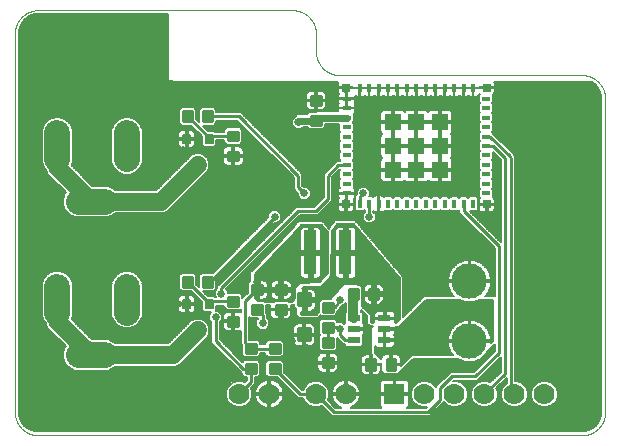
<source format=gtl>
G75*
%MOIN*%
%OFA0B0*%
%FSLAX25Y25*%
%IPPOS*%
%LPD*%
%AMOC8*
5,1,8,0,0,1.08239X$1,22.5*
%
%ADD10C,0.00000*%
%ADD11C,0.00984*%
%ADD12C,0.00787*%
%ADD13R,0.02756X0.02756*%
%ADD14R,0.01575X0.03150*%
%ADD15R,0.03150X0.01575*%
%ADD16R,0.05709X0.05709*%
%ADD17R,0.07000X0.07000*%
%ADD18C,0.07000*%
%ADD19C,0.11811*%
%ADD20R,0.04331X0.02362*%
%ADD21R,0.04331X0.14567*%
%ADD22C,0.01201*%
%ADD23C,0.08661*%
%ADD24C,0.01000*%
%ADD25C,0.02578*%
%ADD26C,0.02400*%
%ADD27C,0.00600*%
%ADD28C,0.15811*%
%ADD29C,0.05906*%
%ADD30C,0.03200*%
D10*
X0086176Y0058146D02*
X0267279Y0058146D01*
X0267469Y0058148D01*
X0267659Y0058155D01*
X0267849Y0058167D01*
X0268039Y0058183D01*
X0268228Y0058203D01*
X0268417Y0058229D01*
X0268605Y0058258D01*
X0268792Y0058293D01*
X0268978Y0058332D01*
X0269163Y0058375D01*
X0269348Y0058423D01*
X0269531Y0058475D01*
X0269712Y0058531D01*
X0269892Y0058592D01*
X0270071Y0058658D01*
X0270248Y0058727D01*
X0270424Y0058801D01*
X0270597Y0058879D01*
X0270769Y0058962D01*
X0270938Y0059048D01*
X0271106Y0059138D01*
X0271271Y0059233D01*
X0271434Y0059331D01*
X0271594Y0059434D01*
X0271752Y0059540D01*
X0271907Y0059650D01*
X0272060Y0059763D01*
X0272210Y0059881D01*
X0272356Y0060002D01*
X0272500Y0060126D01*
X0272641Y0060254D01*
X0272779Y0060385D01*
X0272914Y0060520D01*
X0273045Y0060658D01*
X0273173Y0060799D01*
X0273297Y0060943D01*
X0273418Y0061089D01*
X0273536Y0061239D01*
X0273649Y0061392D01*
X0273759Y0061547D01*
X0273865Y0061705D01*
X0273968Y0061865D01*
X0274066Y0062028D01*
X0274161Y0062193D01*
X0274251Y0062361D01*
X0274337Y0062530D01*
X0274420Y0062702D01*
X0274498Y0062875D01*
X0274572Y0063051D01*
X0274641Y0063228D01*
X0274707Y0063407D01*
X0274768Y0063587D01*
X0274824Y0063768D01*
X0274876Y0063951D01*
X0274924Y0064136D01*
X0274967Y0064321D01*
X0275006Y0064507D01*
X0275041Y0064694D01*
X0275070Y0064882D01*
X0275096Y0065071D01*
X0275116Y0065260D01*
X0275132Y0065450D01*
X0275144Y0065640D01*
X0275151Y0065830D01*
X0275153Y0066020D01*
X0275153Y0170350D01*
X0275151Y0170540D01*
X0275144Y0170730D01*
X0275132Y0170920D01*
X0275116Y0171110D01*
X0275096Y0171299D01*
X0275070Y0171488D01*
X0275041Y0171676D01*
X0275006Y0171863D01*
X0274967Y0172049D01*
X0274924Y0172234D01*
X0274876Y0172419D01*
X0274824Y0172602D01*
X0274768Y0172783D01*
X0274707Y0172963D01*
X0274641Y0173142D01*
X0274572Y0173319D01*
X0274498Y0173495D01*
X0274420Y0173668D01*
X0274337Y0173840D01*
X0274251Y0174009D01*
X0274161Y0174177D01*
X0274066Y0174342D01*
X0273968Y0174505D01*
X0273865Y0174665D01*
X0273759Y0174823D01*
X0273649Y0174978D01*
X0273536Y0175131D01*
X0273418Y0175281D01*
X0273297Y0175427D01*
X0273173Y0175571D01*
X0273045Y0175712D01*
X0272914Y0175850D01*
X0272779Y0175985D01*
X0272641Y0176116D01*
X0272500Y0176244D01*
X0272356Y0176368D01*
X0272210Y0176489D01*
X0272060Y0176607D01*
X0271907Y0176720D01*
X0271752Y0176830D01*
X0271594Y0176936D01*
X0271434Y0177039D01*
X0271271Y0177137D01*
X0271106Y0177232D01*
X0270938Y0177322D01*
X0270769Y0177408D01*
X0270597Y0177491D01*
X0270424Y0177569D01*
X0270248Y0177643D01*
X0270071Y0177712D01*
X0269892Y0177778D01*
X0269712Y0177839D01*
X0269531Y0177895D01*
X0269348Y0177947D01*
X0269163Y0177995D01*
X0268978Y0178038D01*
X0268792Y0178077D01*
X0268605Y0178112D01*
X0268417Y0178141D01*
X0268228Y0178167D01*
X0268039Y0178187D01*
X0267849Y0178203D01*
X0267659Y0178215D01*
X0267469Y0178222D01*
X0267279Y0178224D01*
X0186570Y0178224D01*
X0186380Y0178226D01*
X0186190Y0178233D01*
X0186000Y0178245D01*
X0185810Y0178261D01*
X0185621Y0178281D01*
X0185432Y0178307D01*
X0185244Y0178336D01*
X0185057Y0178371D01*
X0184871Y0178410D01*
X0184686Y0178453D01*
X0184501Y0178501D01*
X0184318Y0178553D01*
X0184137Y0178609D01*
X0183957Y0178670D01*
X0183778Y0178736D01*
X0183601Y0178805D01*
X0183425Y0178879D01*
X0183252Y0178957D01*
X0183080Y0179040D01*
X0182911Y0179126D01*
X0182743Y0179216D01*
X0182578Y0179311D01*
X0182415Y0179409D01*
X0182255Y0179512D01*
X0182097Y0179618D01*
X0181942Y0179728D01*
X0181789Y0179841D01*
X0181639Y0179959D01*
X0181493Y0180080D01*
X0181349Y0180204D01*
X0181208Y0180332D01*
X0181070Y0180463D01*
X0180935Y0180598D01*
X0180804Y0180736D01*
X0180676Y0180877D01*
X0180552Y0181021D01*
X0180431Y0181167D01*
X0180313Y0181317D01*
X0180200Y0181470D01*
X0180090Y0181625D01*
X0179984Y0181783D01*
X0179881Y0181943D01*
X0179783Y0182106D01*
X0179688Y0182271D01*
X0179598Y0182439D01*
X0179512Y0182608D01*
X0179429Y0182780D01*
X0179351Y0182953D01*
X0179277Y0183129D01*
X0179208Y0183306D01*
X0179142Y0183485D01*
X0179081Y0183665D01*
X0179025Y0183846D01*
X0178973Y0184029D01*
X0178925Y0184214D01*
X0178882Y0184399D01*
X0178843Y0184585D01*
X0178808Y0184772D01*
X0178779Y0184960D01*
X0178753Y0185149D01*
X0178733Y0185338D01*
X0178717Y0185528D01*
X0178705Y0185718D01*
X0178698Y0185908D01*
X0178696Y0186098D01*
X0178696Y0192004D01*
X0178694Y0192194D01*
X0178687Y0192384D01*
X0178675Y0192574D01*
X0178659Y0192764D01*
X0178639Y0192953D01*
X0178613Y0193142D01*
X0178584Y0193330D01*
X0178549Y0193517D01*
X0178510Y0193703D01*
X0178467Y0193888D01*
X0178419Y0194073D01*
X0178367Y0194256D01*
X0178311Y0194437D01*
X0178250Y0194617D01*
X0178184Y0194796D01*
X0178115Y0194973D01*
X0178041Y0195149D01*
X0177963Y0195322D01*
X0177880Y0195494D01*
X0177794Y0195663D01*
X0177704Y0195831D01*
X0177609Y0195996D01*
X0177511Y0196159D01*
X0177408Y0196319D01*
X0177302Y0196477D01*
X0177192Y0196632D01*
X0177079Y0196785D01*
X0176961Y0196935D01*
X0176840Y0197081D01*
X0176716Y0197225D01*
X0176588Y0197366D01*
X0176457Y0197504D01*
X0176322Y0197639D01*
X0176184Y0197770D01*
X0176043Y0197898D01*
X0175899Y0198022D01*
X0175753Y0198143D01*
X0175603Y0198261D01*
X0175450Y0198374D01*
X0175295Y0198484D01*
X0175137Y0198590D01*
X0174977Y0198693D01*
X0174814Y0198791D01*
X0174649Y0198886D01*
X0174481Y0198976D01*
X0174312Y0199062D01*
X0174140Y0199145D01*
X0173967Y0199223D01*
X0173791Y0199297D01*
X0173614Y0199366D01*
X0173435Y0199432D01*
X0173255Y0199493D01*
X0173074Y0199549D01*
X0172891Y0199601D01*
X0172706Y0199649D01*
X0172521Y0199692D01*
X0172335Y0199731D01*
X0172148Y0199766D01*
X0171960Y0199795D01*
X0171771Y0199821D01*
X0171582Y0199841D01*
X0171392Y0199857D01*
X0171202Y0199869D01*
X0171012Y0199876D01*
X0170822Y0199878D01*
X0086176Y0199878D01*
X0085986Y0199876D01*
X0085796Y0199869D01*
X0085606Y0199857D01*
X0085416Y0199841D01*
X0085227Y0199821D01*
X0085038Y0199795D01*
X0084850Y0199766D01*
X0084663Y0199731D01*
X0084477Y0199692D01*
X0084292Y0199649D01*
X0084107Y0199601D01*
X0083924Y0199549D01*
X0083743Y0199493D01*
X0083563Y0199432D01*
X0083384Y0199366D01*
X0083207Y0199297D01*
X0083031Y0199223D01*
X0082858Y0199145D01*
X0082686Y0199062D01*
X0082517Y0198976D01*
X0082349Y0198886D01*
X0082184Y0198791D01*
X0082021Y0198693D01*
X0081861Y0198590D01*
X0081703Y0198484D01*
X0081548Y0198374D01*
X0081395Y0198261D01*
X0081245Y0198143D01*
X0081099Y0198022D01*
X0080955Y0197898D01*
X0080814Y0197770D01*
X0080676Y0197639D01*
X0080541Y0197504D01*
X0080410Y0197366D01*
X0080282Y0197225D01*
X0080158Y0197081D01*
X0080037Y0196935D01*
X0079919Y0196785D01*
X0079806Y0196632D01*
X0079696Y0196477D01*
X0079590Y0196319D01*
X0079487Y0196159D01*
X0079389Y0195996D01*
X0079294Y0195831D01*
X0079204Y0195663D01*
X0079118Y0195494D01*
X0079035Y0195322D01*
X0078957Y0195149D01*
X0078883Y0194973D01*
X0078814Y0194796D01*
X0078748Y0194617D01*
X0078687Y0194437D01*
X0078631Y0194256D01*
X0078579Y0194073D01*
X0078531Y0193888D01*
X0078488Y0193703D01*
X0078449Y0193517D01*
X0078414Y0193330D01*
X0078385Y0193142D01*
X0078359Y0192953D01*
X0078339Y0192764D01*
X0078323Y0192574D01*
X0078311Y0192384D01*
X0078304Y0192194D01*
X0078302Y0192004D01*
X0078302Y0066020D01*
X0078304Y0065830D01*
X0078311Y0065640D01*
X0078323Y0065450D01*
X0078339Y0065260D01*
X0078359Y0065071D01*
X0078385Y0064882D01*
X0078414Y0064694D01*
X0078449Y0064507D01*
X0078488Y0064321D01*
X0078531Y0064136D01*
X0078579Y0063951D01*
X0078631Y0063768D01*
X0078687Y0063587D01*
X0078748Y0063407D01*
X0078814Y0063228D01*
X0078883Y0063051D01*
X0078957Y0062875D01*
X0079035Y0062702D01*
X0079118Y0062530D01*
X0079204Y0062361D01*
X0079294Y0062193D01*
X0079389Y0062028D01*
X0079487Y0061865D01*
X0079590Y0061705D01*
X0079696Y0061547D01*
X0079806Y0061392D01*
X0079919Y0061239D01*
X0080037Y0061089D01*
X0080158Y0060943D01*
X0080282Y0060799D01*
X0080410Y0060658D01*
X0080541Y0060520D01*
X0080676Y0060385D01*
X0080814Y0060254D01*
X0080955Y0060126D01*
X0081099Y0060002D01*
X0081245Y0059881D01*
X0081395Y0059763D01*
X0081548Y0059650D01*
X0081703Y0059540D01*
X0081861Y0059434D01*
X0082021Y0059331D01*
X0082184Y0059233D01*
X0082349Y0059138D01*
X0082517Y0059048D01*
X0082686Y0058962D01*
X0082858Y0058879D01*
X0083031Y0058801D01*
X0083207Y0058727D01*
X0083384Y0058658D01*
X0083563Y0058592D01*
X0083743Y0058531D01*
X0083924Y0058475D01*
X0084107Y0058423D01*
X0084292Y0058375D01*
X0084477Y0058332D01*
X0084663Y0058293D01*
X0084850Y0058258D01*
X0085038Y0058229D01*
X0085227Y0058203D01*
X0085416Y0058183D01*
X0085606Y0058167D01*
X0085796Y0058155D01*
X0085986Y0058148D01*
X0086176Y0058146D01*
D11*
X0152810Y0094662D02*
X0152810Y0097614D01*
X0152810Y0094662D02*
X0149464Y0094662D01*
X0149464Y0097614D01*
X0152810Y0097614D01*
X0152810Y0095597D02*
X0149464Y0095597D01*
X0149464Y0096532D02*
X0152810Y0096532D01*
X0152810Y0097467D02*
X0149464Y0097467D01*
X0157338Y0098599D02*
X0157338Y0101551D01*
X0160684Y0101551D01*
X0160684Y0098599D01*
X0157338Y0098599D01*
X0157338Y0099534D02*
X0160684Y0099534D01*
X0160684Y0100469D02*
X0157338Y0100469D01*
X0157338Y0101404D02*
X0160684Y0101404D01*
X0165212Y0101551D02*
X0165212Y0098599D01*
X0165212Y0101551D02*
X0168558Y0101551D01*
X0168558Y0098599D01*
X0165212Y0098599D01*
X0165212Y0099534D02*
X0168558Y0099534D01*
X0168558Y0100469D02*
X0165212Y0100469D01*
X0165212Y0101404D02*
X0168558Y0101404D01*
X0165212Y0105292D02*
X0165212Y0108244D01*
X0168558Y0108244D01*
X0168558Y0105292D01*
X0165212Y0105292D01*
X0165212Y0106227D02*
X0168558Y0106227D01*
X0168558Y0107162D02*
X0165212Y0107162D01*
X0165212Y0108097D02*
X0168558Y0108097D01*
X0157338Y0108244D02*
X0157338Y0105292D01*
X0157338Y0108244D02*
X0160684Y0108244D01*
X0160684Y0105292D01*
X0157338Y0105292D01*
X0157338Y0106227D02*
X0160684Y0106227D01*
X0160684Y0107162D02*
X0157338Y0107162D01*
X0157338Y0108097D02*
X0160684Y0108097D01*
X0152810Y0104307D02*
X0152810Y0101355D01*
X0149464Y0101355D01*
X0149464Y0104307D01*
X0152810Y0104307D01*
X0152810Y0102290D02*
X0149464Y0102290D01*
X0149464Y0103225D02*
X0152810Y0103225D01*
X0152810Y0104160D02*
X0149464Y0104160D01*
X0144149Y0111000D02*
X0141197Y0111000D01*
X0144149Y0111000D02*
X0144149Y0107654D01*
X0141197Y0107654D01*
X0141197Y0111000D01*
X0141197Y0108589D02*
X0144149Y0108589D01*
X0144149Y0109524D02*
X0141197Y0109524D01*
X0141197Y0110459D02*
X0144149Y0110459D01*
X0137456Y0111000D02*
X0134504Y0111000D01*
X0137456Y0111000D02*
X0137456Y0107654D01*
X0134504Y0107654D01*
X0134504Y0111000D01*
X0134504Y0108589D02*
X0137456Y0108589D01*
X0137456Y0109524D02*
X0134504Y0109524D01*
X0134504Y0110459D02*
X0137456Y0110459D01*
X0158716Y0088559D02*
X0158716Y0085607D01*
X0155370Y0085607D01*
X0155370Y0088559D01*
X0158716Y0088559D01*
X0158716Y0086542D02*
X0155370Y0086542D01*
X0155370Y0087477D02*
X0158716Y0087477D01*
X0158716Y0088412D02*
X0155370Y0088412D01*
X0158716Y0081866D02*
X0158716Y0078914D01*
X0155370Y0078914D01*
X0155370Y0081866D01*
X0158716Y0081866D01*
X0158716Y0079849D02*
X0155370Y0079849D01*
X0155370Y0080784D02*
X0158716Y0080784D01*
X0158716Y0081719D02*
X0155370Y0081719D01*
X0166590Y0081866D02*
X0166590Y0078914D01*
X0163244Y0078914D01*
X0163244Y0081866D01*
X0166590Y0081866D01*
X0166590Y0079849D02*
X0163244Y0079849D01*
X0163244Y0080784D02*
X0166590Y0080784D01*
X0166590Y0081719D02*
X0163244Y0081719D01*
X0166590Y0085607D02*
X0166590Y0088559D01*
X0166590Y0085607D02*
X0163244Y0085607D01*
X0163244Y0088559D01*
X0166590Y0088559D01*
X0166590Y0086542D02*
X0163244Y0086542D01*
X0163244Y0087477D02*
X0166590Y0087477D01*
X0166590Y0088412D02*
X0163244Y0088412D01*
X0184306Y0087575D02*
X0184306Y0090527D01*
X0184306Y0087575D02*
X0180960Y0087575D01*
X0180960Y0090527D01*
X0184306Y0090527D01*
X0184306Y0088510D02*
X0180960Y0088510D01*
X0180960Y0089445D02*
X0184306Y0089445D01*
X0184306Y0090380D02*
X0180960Y0090380D01*
X0184306Y0092693D02*
X0184306Y0095645D01*
X0184306Y0092693D02*
X0180960Y0092693D01*
X0180960Y0095645D01*
X0184306Y0095645D01*
X0184306Y0093628D02*
X0180960Y0093628D01*
X0180960Y0094563D02*
X0184306Y0094563D01*
X0184306Y0095498D02*
X0180960Y0095498D01*
X0184306Y0099386D02*
X0184306Y0102338D01*
X0184306Y0099386D02*
X0180960Y0099386D01*
X0180960Y0102338D01*
X0184306Y0102338D01*
X0184306Y0100321D02*
X0180960Y0100321D01*
X0180960Y0101256D02*
X0184306Y0101256D01*
X0184306Y0102191D02*
X0180960Y0102191D01*
X0189622Y0103717D02*
X0192574Y0103717D01*
X0189622Y0103717D02*
X0189622Y0107063D01*
X0192574Y0107063D01*
X0192574Y0103717D01*
X0192574Y0104652D02*
X0189622Y0104652D01*
X0189622Y0105587D02*
X0192574Y0105587D01*
X0192574Y0106522D02*
X0189622Y0106522D01*
X0196315Y0103717D02*
X0199267Y0103717D01*
X0196315Y0103717D02*
X0196315Y0107063D01*
X0199267Y0107063D01*
X0199267Y0103717D01*
X0199267Y0104652D02*
X0196315Y0104652D01*
X0196315Y0105587D02*
X0199267Y0105587D01*
X0199267Y0106522D02*
X0196315Y0106522D01*
X0195527Y0083441D02*
X0198479Y0083441D01*
X0198479Y0080095D01*
X0195527Y0080095D01*
X0195527Y0083441D01*
X0195527Y0081030D02*
X0198479Y0081030D01*
X0198479Y0081965D02*
X0195527Y0081965D01*
X0195527Y0082900D02*
X0198479Y0082900D01*
X0202220Y0083441D02*
X0205172Y0083441D01*
X0205172Y0080095D01*
X0202220Y0080095D01*
X0202220Y0083441D01*
X0202220Y0081030D02*
X0205172Y0081030D01*
X0205172Y0081965D02*
X0202220Y0081965D01*
X0202220Y0082900D02*
X0205172Y0082900D01*
X0184306Y0083834D02*
X0184306Y0080882D01*
X0180960Y0080882D01*
X0180960Y0083834D01*
X0184306Y0083834D01*
X0184306Y0081817D02*
X0180960Y0081817D01*
X0180960Y0082752D02*
X0184306Y0082752D01*
X0184306Y0083687D02*
X0180960Y0083687D01*
X0152810Y0149780D02*
X0152810Y0152732D01*
X0152810Y0149780D02*
X0149464Y0149780D01*
X0149464Y0152732D01*
X0152810Y0152732D01*
X0152810Y0150715D02*
X0149464Y0150715D01*
X0149464Y0151650D02*
X0152810Y0151650D01*
X0152810Y0152585D02*
X0149464Y0152585D01*
X0152810Y0156473D02*
X0152810Y0159425D01*
X0152810Y0156473D02*
X0149464Y0156473D01*
X0149464Y0159425D01*
X0152810Y0159425D01*
X0152810Y0157408D02*
X0149464Y0157408D01*
X0149464Y0158343D02*
X0152810Y0158343D01*
X0152810Y0159278D02*
X0149464Y0159278D01*
X0144149Y0166118D02*
X0141197Y0166118D01*
X0144149Y0166118D02*
X0144149Y0162772D01*
X0141197Y0162772D01*
X0141197Y0166118D01*
X0141197Y0163707D02*
X0144149Y0163707D01*
X0144149Y0164642D02*
X0141197Y0164642D01*
X0141197Y0165577D02*
X0144149Y0165577D01*
X0137456Y0166118D02*
X0134504Y0166118D01*
X0137456Y0166118D02*
X0137456Y0162772D01*
X0134504Y0162772D01*
X0134504Y0166118D01*
X0134504Y0163707D02*
X0137456Y0163707D01*
X0137456Y0164642D02*
X0134504Y0164642D01*
X0134504Y0165577D02*
X0137456Y0165577D01*
X0180369Y0164543D02*
X0180369Y0161591D01*
X0177023Y0161591D01*
X0177023Y0164543D01*
X0180369Y0164543D01*
X0180369Y0162526D02*
X0177023Y0162526D01*
X0177023Y0163461D02*
X0180369Y0163461D01*
X0180369Y0164396D02*
X0177023Y0164396D01*
X0180369Y0168284D02*
X0180369Y0171236D01*
X0180369Y0168284D02*
X0177023Y0168284D01*
X0177023Y0171236D01*
X0180369Y0171236D01*
X0180369Y0169219D02*
X0177023Y0169219D01*
X0177023Y0170154D02*
X0180369Y0170154D01*
X0180369Y0171089D02*
X0177023Y0171089D01*
D12*
X0144248Y0158343D02*
X0141884Y0158343D01*
X0144248Y0158343D02*
X0144248Y0155587D01*
X0141884Y0155587D01*
X0141884Y0158343D01*
X0141884Y0156335D02*
X0144248Y0156335D01*
X0144248Y0157083D02*
X0141884Y0157083D01*
X0141884Y0157831D02*
X0144248Y0157831D01*
X0136768Y0158343D02*
X0134404Y0158343D01*
X0136768Y0158343D02*
X0136768Y0155587D01*
X0134404Y0155587D01*
X0134404Y0158343D01*
X0134404Y0156335D02*
X0136768Y0156335D01*
X0136768Y0157083D02*
X0134404Y0157083D01*
X0134404Y0157831D02*
X0136768Y0157831D01*
X0138144Y0149681D02*
X0140508Y0149681D01*
X0140508Y0146925D01*
X0138144Y0146925D01*
X0138144Y0149681D01*
X0138144Y0147673D02*
X0140508Y0147673D01*
X0140508Y0148421D02*
X0138144Y0148421D01*
X0138144Y0149169D02*
X0140508Y0149169D01*
X0141884Y0103224D02*
X0144248Y0103224D01*
X0144248Y0100468D01*
X0141884Y0100468D01*
X0141884Y0103224D01*
X0141884Y0101216D02*
X0144248Y0101216D01*
X0144248Y0101964D02*
X0141884Y0101964D01*
X0141884Y0102712D02*
X0144248Y0102712D01*
X0136768Y0103224D02*
X0134404Y0103224D01*
X0136768Y0103224D02*
X0136768Y0100468D01*
X0134404Y0100468D01*
X0134404Y0103224D01*
X0134404Y0101216D02*
X0136768Y0101216D01*
X0136768Y0101964D02*
X0134404Y0101964D01*
X0134404Y0102712D02*
X0136768Y0102712D01*
X0138144Y0094563D02*
X0140508Y0094563D01*
X0140508Y0091807D01*
X0138144Y0091807D01*
X0138144Y0094563D01*
X0138144Y0092555D02*
X0140508Y0092555D01*
X0140508Y0093303D02*
X0138144Y0093303D01*
X0138144Y0094051D02*
X0140508Y0094051D01*
D13*
X0188736Y0135114D03*
X0235586Y0135114D03*
X0235586Y0174091D03*
X0188736Y0174091D03*
D14*
X0193263Y0173894D03*
X0196413Y0173894D03*
X0199562Y0173894D03*
X0202712Y0173894D03*
X0205861Y0173894D03*
X0209011Y0173894D03*
X0212161Y0173894D03*
X0215310Y0173894D03*
X0218460Y0173894D03*
X0221610Y0173894D03*
X0224759Y0173894D03*
X0227909Y0173894D03*
X0231058Y0173894D03*
X0231058Y0135311D03*
X0227909Y0135311D03*
X0224759Y0135311D03*
X0221610Y0135311D03*
X0218460Y0135311D03*
X0215310Y0135311D03*
X0212161Y0135311D03*
X0209011Y0135311D03*
X0205861Y0135311D03*
X0202712Y0135311D03*
X0199562Y0135311D03*
X0196413Y0135311D03*
X0193263Y0135311D03*
D15*
X0188932Y0138854D03*
X0188932Y0142004D03*
X0188932Y0145154D03*
X0188932Y0148303D03*
X0188932Y0151453D03*
X0188932Y0154602D03*
X0188932Y0157752D03*
X0188932Y0160902D03*
X0188932Y0164051D03*
X0188932Y0167201D03*
X0188932Y0170350D03*
X0235389Y0170350D03*
X0235389Y0167201D03*
X0235389Y0164051D03*
X0235389Y0160902D03*
X0235389Y0157752D03*
X0235389Y0154602D03*
X0235389Y0151453D03*
X0235389Y0148303D03*
X0235389Y0145154D03*
X0235389Y0142004D03*
X0235389Y0138854D03*
D16*
X0220035Y0146728D03*
X0212161Y0146728D03*
X0204287Y0146728D03*
X0204287Y0154602D03*
X0212161Y0154602D03*
X0220035Y0154602D03*
X0220035Y0162476D03*
X0212161Y0162476D03*
X0204287Y0162476D03*
D17*
X0204877Y0071925D03*
D18*
X0214877Y0071925D03*
X0224877Y0071925D03*
X0234877Y0071925D03*
X0244877Y0071925D03*
X0254877Y0071925D03*
X0188696Y0071925D03*
X0178696Y0071925D03*
X0163106Y0071925D03*
X0153106Y0071925D03*
D19*
X0229877Y0089484D03*
X0229877Y0109484D03*
D20*
X0201531Y0097319D03*
X0201531Y0093579D03*
X0201531Y0089839D03*
X0191295Y0089839D03*
X0191295Y0093579D03*
X0191295Y0097319D03*
D21*
X0188539Y0119169D03*
X0176728Y0119169D03*
D22*
X0176560Y0105183D02*
X0176560Y0101463D01*
X0172958Y0101463D01*
X0172958Y0105183D01*
X0176560Y0105183D01*
X0176560Y0102604D02*
X0172958Y0102604D01*
X0172958Y0103745D02*
X0176560Y0103745D01*
X0176560Y0104886D02*
X0172958Y0104886D01*
X0176560Y0093569D02*
X0176560Y0089849D01*
X0172958Y0089849D01*
X0172958Y0093569D01*
X0176560Y0093569D01*
X0176560Y0090990D02*
X0172958Y0090990D01*
X0172958Y0092131D02*
X0176560Y0092131D01*
X0176560Y0093272D02*
X0172958Y0093272D01*
D23*
X0115704Y0099091D02*
X0115704Y0107752D01*
X0092476Y0107752D02*
X0092476Y0099091D01*
X0099562Y0084917D02*
X0108224Y0084917D01*
X0108224Y0136098D02*
X0099562Y0136098D01*
X0092476Y0150272D02*
X0092476Y0158933D01*
X0115704Y0158933D02*
X0115704Y0150272D01*
D24*
X0135980Y0164445D02*
X0143066Y0157358D01*
X0143066Y0156965D01*
X0144050Y0157949D01*
X0151137Y0157949D01*
X0153106Y0164445D02*
X0142673Y0164445D01*
X0153106Y0164445D02*
X0172791Y0144760D01*
X0172791Y0140823D01*
X0174759Y0138854D01*
X0172791Y0132949D02*
X0147200Y0107358D01*
X0147190Y0105400D01*
X0144050Y0102831D02*
X0143066Y0101846D01*
X0143066Y0102240D01*
X0135980Y0109327D01*
X0142673Y0109327D02*
X0143263Y0109327D01*
X0164917Y0130980D01*
X0172791Y0132949D02*
X0178696Y0132949D01*
X0182633Y0136886D01*
X0182633Y0144760D01*
X0186176Y0148303D01*
X0188932Y0148303D01*
X0194444Y0138854D02*
X0193263Y0137673D01*
X0193263Y0135311D01*
X0196413Y0135311D02*
X0196413Y0130980D01*
X0191904Y0127374D02*
X0191625Y0127653D01*
X0191283Y0127851D01*
X0190901Y0127953D01*
X0189039Y0127953D01*
X0189039Y0119669D01*
X0192204Y0119669D01*
X0192204Y0126650D01*
X0192102Y0127032D01*
X0191904Y0127374D01*
X0192095Y0127043D02*
X0192244Y0127043D01*
X0192204Y0126044D02*
X0193096Y0126044D01*
X0193948Y0125046D02*
X0192204Y0125046D01*
X0192204Y0124047D02*
X0194799Y0124047D01*
X0195651Y0123049D02*
X0192204Y0123049D01*
X0192204Y0122050D02*
X0196503Y0122050D01*
X0197354Y0121052D02*
X0192204Y0121052D01*
X0192204Y0120053D02*
X0198206Y0120053D01*
X0199058Y0119055D02*
X0189039Y0119055D01*
X0189039Y0118669D02*
X0189039Y0119669D01*
X0188039Y0119669D01*
X0188039Y0118669D01*
X0189039Y0118669D01*
X0192204Y0118669D01*
X0192204Y0111688D01*
X0192102Y0111307D01*
X0191904Y0110965D01*
X0191625Y0110686D01*
X0191283Y0110488D01*
X0190901Y0110386D01*
X0189039Y0110386D01*
X0189039Y0118669D01*
X0189039Y0118056D02*
X0188039Y0118056D01*
X0188039Y0118669D02*
X0188039Y0110386D01*
X0186176Y0110386D01*
X0185794Y0110488D01*
X0185452Y0110686D01*
X0185173Y0110965D01*
X0184976Y0111307D01*
X0184873Y0111688D01*
X0184873Y0118669D01*
X0188039Y0118669D01*
X0188039Y0119055D02*
X0184018Y0119055D01*
X0184045Y0120053D02*
X0184873Y0120053D01*
X0184873Y0119669D02*
X0188039Y0119669D01*
X0188039Y0127953D01*
X0186176Y0127953D01*
X0185794Y0127851D01*
X0185452Y0127653D01*
X0185173Y0127374D01*
X0184976Y0127032D01*
X0184873Y0126650D01*
X0184873Y0119669D01*
X0184873Y0121052D02*
X0184071Y0121052D01*
X0184097Y0122050D02*
X0184873Y0122050D01*
X0184873Y0123049D02*
X0184124Y0123049D01*
X0184150Y0124047D02*
X0184873Y0124047D01*
X0184873Y0125046D02*
X0184176Y0125046D01*
X0184202Y0126044D02*
X0184873Y0126044D01*
X0184208Y0126256D02*
X0185783Y0128618D01*
X0190901Y0128618D01*
X0206255Y0110616D01*
X0206255Y0097122D01*
X0205196Y0096063D01*
X0205196Y0097228D01*
X0201621Y0097228D01*
X0201621Y0097409D01*
X0205196Y0097409D01*
X0205196Y0098697D01*
X0205094Y0099079D01*
X0204896Y0099421D01*
X0204617Y0099700D01*
X0204275Y0099898D01*
X0203894Y0100000D01*
X0201621Y0100000D01*
X0201621Y0097410D01*
X0201440Y0097410D01*
X0201440Y0100000D01*
X0199168Y0100000D01*
X0198786Y0099898D01*
X0198444Y0099700D01*
X0198165Y0099421D01*
X0197968Y0099079D01*
X0197865Y0098697D01*
X0197865Y0097409D01*
X0201440Y0097409D01*
X0201440Y0097228D01*
X0197865Y0097228D01*
X0197865Y0095941D01*
X0197200Y0095941D01*
X0197200Y0098697D01*
X0194196Y0101307D01*
X0194157Y0103048D01*
X0194166Y0103057D01*
X0194166Y0107722D01*
X0193234Y0108655D01*
X0192846Y0108655D01*
X0192476Y0108933D01*
X0187751Y0108933D01*
X0183326Y0103931D01*
X0180300Y0103931D01*
X0179368Y0102998D01*
X0179368Y0099456D01*
X0178696Y0098697D01*
X0173578Y0098697D01*
X0173578Y0099362D01*
X0174259Y0099362D01*
X0174259Y0102823D01*
X0175259Y0102823D01*
X0175259Y0103823D01*
X0174259Y0103823D01*
X0174259Y0107283D01*
X0174056Y0107283D01*
X0174759Y0107752D01*
X0180271Y0107752D01*
X0183814Y0111295D01*
X0184208Y0126256D01*
X0184733Y0127043D02*
X0184982Y0127043D01*
X0185398Y0128041D02*
X0191393Y0128041D01*
X0189039Y0127043D02*
X0188039Y0127043D01*
X0188039Y0126044D02*
X0189039Y0126044D01*
X0189039Y0125046D02*
X0188039Y0125046D01*
X0188039Y0124047D02*
X0189039Y0124047D01*
X0189039Y0123049D02*
X0188039Y0123049D01*
X0188039Y0122050D02*
X0189039Y0122050D01*
X0189039Y0121052D02*
X0188039Y0121052D01*
X0188039Y0120053D02*
X0189039Y0120053D01*
X0189039Y0117058D02*
X0188039Y0117058D01*
X0188039Y0116059D02*
X0189039Y0116059D01*
X0189039Y0115061D02*
X0188039Y0115061D01*
X0188039Y0114062D02*
X0189039Y0114062D01*
X0189039Y0113064D02*
X0188039Y0113064D01*
X0188039Y0112065D02*
X0189039Y0112065D01*
X0189039Y0111067D02*
X0188039Y0111067D01*
X0185114Y0111067D02*
X0183586Y0111067D01*
X0183835Y0112065D02*
X0184873Y0112065D01*
X0184873Y0113064D02*
X0183861Y0113064D01*
X0183887Y0114062D02*
X0184873Y0114062D01*
X0184873Y0115061D02*
X0183913Y0115061D01*
X0183940Y0116059D02*
X0184873Y0116059D01*
X0184873Y0117058D02*
X0183966Y0117058D01*
X0183992Y0118056D02*
X0184873Y0118056D01*
X0182239Y0118056D02*
X0180393Y0118056D01*
X0180393Y0118669D02*
X0177228Y0118669D01*
X0177228Y0119669D01*
X0180393Y0119669D01*
X0180393Y0126650D01*
X0180291Y0127032D01*
X0180093Y0127374D01*
X0179814Y0127653D01*
X0179472Y0127851D01*
X0179090Y0127953D01*
X0177228Y0127953D01*
X0177228Y0119669D01*
X0176228Y0119669D01*
X0176228Y0118669D01*
X0177228Y0118669D01*
X0177228Y0110386D01*
X0179090Y0110386D01*
X0179472Y0110488D01*
X0179814Y0110686D01*
X0180093Y0110965D01*
X0180291Y0111307D01*
X0180393Y0111688D01*
X0180393Y0118669D01*
X0180393Y0120053D02*
X0182239Y0120053D01*
X0182239Y0119055D02*
X0177228Y0119055D01*
X0177228Y0120053D02*
X0176228Y0120053D01*
X0176228Y0119669D02*
X0176228Y0127953D01*
X0174365Y0127953D01*
X0173983Y0127851D01*
X0173641Y0127653D01*
X0173362Y0127374D01*
X0173165Y0127032D01*
X0173062Y0126650D01*
X0173062Y0119669D01*
X0176228Y0119669D01*
X0176228Y0119055D02*
X0165002Y0119055D01*
X0164031Y0118056D02*
X0173062Y0118056D01*
X0173062Y0118669D02*
X0173062Y0111688D01*
X0173165Y0111307D01*
X0173362Y0110965D01*
X0173641Y0110686D01*
X0173983Y0110488D01*
X0174365Y0110386D01*
X0176228Y0110386D01*
X0176228Y0118669D01*
X0173062Y0118669D01*
X0173062Y0120053D02*
X0165973Y0120053D01*
X0166944Y0121052D02*
X0173062Y0121052D01*
X0173062Y0122050D02*
X0167915Y0122050D01*
X0168885Y0123049D02*
X0173062Y0123049D01*
X0173062Y0124047D02*
X0169856Y0124047D01*
X0170827Y0125046D02*
X0173062Y0125046D01*
X0173062Y0126044D02*
X0171798Y0126044D01*
X0172003Y0126256D02*
X0173578Y0128224D01*
X0180271Y0128224D01*
X0182239Y0125862D01*
X0182239Y0112476D01*
X0179877Y0109720D01*
X0173184Y0109327D01*
X0171216Y0107358D01*
X0171216Y0103815D01*
X0170428Y0103028D01*
X0169334Y0103028D01*
X0169218Y0103143D01*
X0164552Y0103143D01*
X0164437Y0103028D01*
X0161460Y0103028D01*
X0161344Y0103143D01*
X0159289Y0103143D01*
X0158527Y0103906D01*
X0158527Y0106283D01*
X0159495Y0106283D01*
X0159495Y0103299D01*
X0160947Y0103299D01*
X0161453Y0103435D01*
X0161908Y0103697D01*
X0162278Y0104068D01*
X0162541Y0104522D01*
X0162676Y0105029D01*
X0162676Y0106283D01*
X0159495Y0106283D01*
X0159495Y0107252D01*
X0158527Y0107252D01*
X0158527Y0110236D01*
X0158224Y0110236D01*
X0158224Y0112083D01*
X0172003Y0126256D01*
X0172633Y0127043D02*
X0173171Y0127043D01*
X0173432Y0128041D02*
X0180423Y0128041D01*
X0180284Y0127043D02*
X0181255Y0127043D01*
X0182088Y0126044D02*
X0180393Y0126044D01*
X0180393Y0125046D02*
X0182239Y0125046D01*
X0182239Y0124047D02*
X0180393Y0124047D01*
X0180393Y0123049D02*
X0182239Y0123049D01*
X0182239Y0122050D02*
X0180393Y0122050D01*
X0180393Y0121052D02*
X0182239Y0121052D01*
X0182239Y0117058D02*
X0180393Y0117058D01*
X0180393Y0116059D02*
X0182239Y0116059D01*
X0182239Y0115061D02*
X0180393Y0115061D01*
X0180393Y0114062D02*
X0182239Y0114062D01*
X0182239Y0113064D02*
X0180393Y0113064D01*
X0180393Y0112065D02*
X0181887Y0112065D01*
X0181031Y0111067D02*
X0180152Y0111067D01*
X0180175Y0110068D02*
X0169383Y0110068D01*
X0169327Y0110100D02*
X0168821Y0110236D01*
X0167369Y0110236D01*
X0167369Y0107252D01*
X0166401Y0107252D01*
X0166401Y0110236D01*
X0164950Y0110236D01*
X0164443Y0110100D01*
X0163989Y0109838D01*
X0163618Y0109467D01*
X0163356Y0109013D01*
X0163220Y0108506D01*
X0163220Y0107252D01*
X0166401Y0107252D01*
X0166401Y0106283D01*
X0167369Y0106283D01*
X0167369Y0103299D01*
X0168821Y0103299D01*
X0169327Y0103435D01*
X0169782Y0103697D01*
X0170152Y0104068D01*
X0170415Y0104522D01*
X0170550Y0105029D01*
X0170550Y0106283D01*
X0167369Y0106283D01*
X0167369Y0107252D01*
X0170550Y0107252D01*
X0170550Y0108506D01*
X0170415Y0109013D01*
X0170152Y0109467D01*
X0169782Y0109838D01*
X0169327Y0110100D01*
X0170382Y0109070D02*
X0172927Y0109070D01*
X0171929Y0108071D02*
X0170550Y0108071D01*
X0171216Y0107073D02*
X0167369Y0107073D01*
X0166885Y0106768D02*
X0166885Y0109838D01*
X0166401Y0110068D02*
X0167369Y0110068D01*
X0167369Y0109070D02*
X0166401Y0109070D01*
X0166401Y0108071D02*
X0167369Y0108071D01*
X0166401Y0107073D02*
X0159495Y0107073D01*
X0159495Y0107252D02*
X0162676Y0107252D01*
X0162676Y0108506D01*
X0162541Y0109013D01*
X0162278Y0109467D01*
X0161908Y0109838D01*
X0161453Y0110100D01*
X0160947Y0110236D01*
X0159495Y0110236D01*
X0159495Y0107252D01*
X0159011Y0106768D02*
X0155074Y0102831D01*
X0155074Y0089051D01*
X0157043Y0087083D01*
X0164917Y0087083D01*
X0164917Y0080390D02*
X0173381Y0071925D01*
X0178696Y0071925D01*
X0184602Y0066020D01*
X0216098Y0066020D01*
X0220035Y0069957D01*
X0220035Y0073894D01*
X0223972Y0077831D01*
X0231846Y0077831D01*
X0239720Y0085705D01*
X0239720Y0121138D01*
X0227909Y0132949D01*
X0227909Y0135311D01*
X0241688Y0150665D02*
X0241688Y0078736D01*
X0234877Y0071925D01*
X0243657Y0073146D02*
X0243657Y0150665D01*
X0243288Y0151034D01*
X0243288Y0151328D01*
X0236864Y0157752D01*
X0235389Y0157752D01*
X0235389Y0154602D02*
X0237751Y0154602D01*
X0241688Y0150665D01*
X0201613Y0116059D02*
X0192204Y0116059D01*
X0192204Y0115061D02*
X0202464Y0115061D01*
X0203316Y0114062D02*
X0192204Y0114062D01*
X0192204Y0113064D02*
X0204168Y0113064D01*
X0205019Y0112065D02*
X0192204Y0112065D01*
X0191963Y0111067D02*
X0205871Y0111067D01*
X0206255Y0110068D02*
X0182587Y0110068D01*
X0181589Y0109070D02*
X0206255Y0109070D01*
X0206255Y0108071D02*
X0200985Y0108071D01*
X0200861Y0108286D02*
X0200490Y0108657D01*
X0200036Y0108919D01*
X0199529Y0109055D01*
X0198275Y0109055D01*
X0198275Y0105874D01*
X0201259Y0105874D01*
X0201259Y0107325D01*
X0201123Y0107832D01*
X0200861Y0108286D01*
X0201259Y0107073D02*
X0206255Y0107073D01*
X0206255Y0106074D02*
X0201259Y0106074D01*
X0201259Y0104905D02*
X0198275Y0104905D01*
X0198275Y0101724D01*
X0199529Y0101724D01*
X0200036Y0101860D01*
X0200490Y0102122D01*
X0200861Y0102493D01*
X0201123Y0102948D01*
X0201259Y0103454D01*
X0201259Y0104905D01*
X0201259Y0104077D02*
X0206255Y0104077D01*
X0206255Y0103079D02*
X0201158Y0103079D01*
X0200417Y0102080D02*
X0206255Y0102080D01*
X0206255Y0101082D02*
X0194456Y0101082D01*
X0194179Y0102080D02*
X0195164Y0102080D01*
X0195091Y0102122D02*
X0195545Y0101860D01*
X0196052Y0101724D01*
X0197306Y0101724D01*
X0197306Y0104905D01*
X0198275Y0104905D01*
X0198275Y0105874D01*
X0197306Y0105874D01*
X0197306Y0104905D01*
X0194322Y0104905D01*
X0194322Y0103454D01*
X0194458Y0102948D01*
X0194720Y0102493D01*
X0195091Y0102122D01*
X0194423Y0103079D02*
X0194166Y0103079D01*
X0194166Y0104077D02*
X0194322Y0104077D01*
X0194166Y0105076D02*
X0197306Y0105076D01*
X0197306Y0105874D02*
X0194322Y0105874D01*
X0194322Y0107325D01*
X0194458Y0107832D01*
X0194720Y0108286D01*
X0195091Y0108657D01*
X0195545Y0108919D01*
X0196052Y0109055D01*
X0197306Y0109055D01*
X0197306Y0105874D01*
X0197306Y0106074D02*
X0198275Y0106074D01*
X0198275Y0105076D02*
X0206255Y0105076D01*
X0198275Y0104077D02*
X0197306Y0104077D01*
X0197306Y0103079D02*
X0198275Y0103079D01*
X0198275Y0102080D02*
X0197306Y0102080D01*
X0195605Y0100083D02*
X0206255Y0100083D01*
X0206255Y0099085D02*
X0205091Y0099085D01*
X0205196Y0098086D02*
X0206255Y0098086D01*
X0206221Y0097088D02*
X0205196Y0097088D01*
X0205196Y0096089D02*
X0205222Y0096089D01*
X0201621Y0098086D02*
X0201440Y0098086D01*
X0201440Y0099085D02*
X0201621Y0099085D01*
X0197971Y0099085D02*
X0196754Y0099085D01*
X0197200Y0098086D02*
X0197865Y0098086D01*
X0197865Y0097088D02*
X0197200Y0097088D01*
X0197200Y0096089D02*
X0197865Y0096089D01*
X0191295Y0089839D02*
X0188342Y0089839D01*
X0186570Y0091610D01*
X0186570Y0093579D01*
X0185980Y0094169D01*
X0182633Y0094169D01*
X0182928Y0093874D01*
X0182633Y0093579D01*
X0182633Y0089051D01*
X0179039Y0099085D02*
X0173578Y0099085D01*
X0174259Y0100083D02*
X0175259Y0100083D01*
X0175259Y0099362D02*
X0176837Y0099362D01*
X0177371Y0099505D01*
X0177850Y0099782D01*
X0178241Y0100173D01*
X0178518Y0100652D01*
X0178661Y0101186D01*
X0178661Y0102823D01*
X0175259Y0102823D01*
X0175259Y0099362D01*
X0175259Y0101082D02*
X0174259Y0101082D01*
X0174259Y0102080D02*
X0175259Y0102080D01*
X0175259Y0103079D02*
X0179448Y0103079D01*
X0179368Y0102080D02*
X0178661Y0102080D01*
X0178633Y0101082D02*
X0179368Y0101082D01*
X0179368Y0100083D02*
X0178151Y0100083D01*
X0178661Y0103823D02*
X0175259Y0103823D01*
X0175259Y0107283D01*
X0176837Y0107283D01*
X0177371Y0107140D01*
X0177850Y0106864D01*
X0178241Y0106473D01*
X0178518Y0105994D01*
X0178661Y0105460D01*
X0178661Y0103823D01*
X0178661Y0104077D02*
X0183456Y0104077D01*
X0184339Y0105076D02*
X0178661Y0105076D01*
X0178471Y0106074D02*
X0185222Y0106074D01*
X0186106Y0107073D02*
X0177488Y0107073D01*
X0175259Y0107073D02*
X0174259Y0107073D01*
X0174259Y0106074D02*
X0175259Y0106074D01*
X0175259Y0105076D02*
X0174259Y0105076D01*
X0174259Y0104077D02*
X0175259Y0104077D01*
X0171216Y0104077D02*
X0170158Y0104077D01*
X0170480Y0103079D02*
X0169282Y0103079D01*
X0167369Y0104077D02*
X0166401Y0104077D01*
X0166401Y0103299D02*
X0166401Y0106283D01*
X0163220Y0106283D01*
X0163220Y0105029D01*
X0163356Y0104522D01*
X0163618Y0104068D01*
X0163989Y0103697D01*
X0164443Y0103435D01*
X0164950Y0103299D01*
X0166401Y0103299D01*
X0166401Y0105076D02*
X0167369Y0105076D01*
X0167369Y0106074D02*
X0166401Y0106074D01*
X0163220Y0106074D02*
X0162676Y0106074D01*
X0162676Y0105076D02*
X0163220Y0105076D01*
X0163613Y0104077D02*
X0162284Y0104077D01*
X0161408Y0103079D02*
X0164488Y0103079D01*
X0170550Y0105076D02*
X0171216Y0105076D01*
X0171216Y0106074D02*
X0170550Y0106074D01*
X0173303Y0111067D02*
X0158224Y0111067D01*
X0158224Y0112065D02*
X0173062Y0112065D01*
X0173062Y0113064D02*
X0159178Y0113064D01*
X0160148Y0114062D02*
X0173062Y0114062D01*
X0173062Y0115061D02*
X0161119Y0115061D01*
X0162090Y0116059D02*
X0173062Y0116059D01*
X0173062Y0117058D02*
X0163061Y0117058D01*
X0164387Y0110068D02*
X0161509Y0110068D01*
X0162508Y0109070D02*
X0163388Y0109070D01*
X0163220Y0108071D02*
X0162676Y0108071D01*
X0159495Y0108071D02*
X0158527Y0108071D01*
X0158527Y0109070D02*
X0159495Y0109070D01*
X0159495Y0110068D02*
X0158527Y0110068D01*
X0158527Y0106074D02*
X0159495Y0106074D01*
X0159495Y0105076D02*
X0158527Y0105076D01*
X0158527Y0104077D02*
X0159495Y0104077D01*
X0159011Y0100075D02*
X0160980Y0098106D01*
X0160980Y0095547D01*
X0151137Y0102831D02*
X0144050Y0102831D01*
X0145232Y0097516D02*
X0145232Y0089642D01*
X0154484Y0080390D01*
X0157043Y0080390D01*
X0157043Y0075862D01*
X0153106Y0071925D01*
X0182633Y0100862D02*
X0185192Y0100862D01*
X0186570Y0103421D01*
X0186989Y0108071D02*
X0180590Y0108071D01*
X0177228Y0111067D02*
X0176228Y0111067D01*
X0176228Y0112065D02*
X0177228Y0112065D01*
X0177228Y0113064D02*
X0176228Y0113064D01*
X0176228Y0114062D02*
X0177228Y0114062D01*
X0177228Y0115061D02*
X0176228Y0115061D01*
X0176228Y0116059D02*
X0177228Y0116059D01*
X0177228Y0117058D02*
X0176228Y0117058D01*
X0176228Y0118056D02*
X0177228Y0118056D01*
X0177228Y0121052D02*
X0176228Y0121052D01*
X0176228Y0122050D02*
X0177228Y0122050D01*
X0177228Y0123049D02*
X0176228Y0123049D01*
X0176228Y0124047D02*
X0177228Y0124047D01*
X0177228Y0125046D02*
X0176228Y0125046D01*
X0176228Y0126044D02*
X0177228Y0126044D01*
X0177228Y0127043D02*
X0176228Y0127043D01*
X0192204Y0118056D02*
X0199909Y0118056D01*
X0200761Y0117058D02*
X0192204Y0117058D01*
X0193817Y0108071D02*
X0194596Y0108071D01*
X0194322Y0107073D02*
X0194166Y0107073D01*
X0194166Y0106074D02*
X0194322Y0106074D01*
X0197306Y0107073D02*
X0198275Y0107073D01*
X0198275Y0108071D02*
X0197306Y0108071D01*
X0243657Y0073146D02*
X0244877Y0071925D01*
D25*
X0239720Y0066020D03*
X0265310Y0067988D03*
X0263342Y0087673D03*
X0204287Y0121138D03*
X0200350Y0130980D03*
X0196413Y0130980D03*
X0185070Y0135480D03*
X0194444Y0138854D03*
X0196413Y0142791D03*
X0196413Y0150665D03*
X0196413Y0158539D03*
X0196413Y0166413D03*
X0184602Y0170350D03*
X0172791Y0162476D03*
X0146806Y0161689D03*
X0134523Y0153177D03*
X0131452Y0156571D03*
X0131452Y0160508D03*
X0119641Y0164445D03*
X0151137Y0146728D03*
X0174759Y0138854D03*
X0164917Y0130980D03*
X0166885Y0109838D03*
X0159011Y0109327D03*
X0147190Y0105400D03*
X0145232Y0097516D03*
X0151137Y0091610D03*
X0160980Y0095547D03*
X0166885Y0098303D03*
X0170822Y0089642D03*
X0175547Y0087280D03*
X0186570Y0093579D03*
X0194444Y0085705D03*
X0186570Y0103421D03*
X0235783Y0130980D03*
X0216098Y0140823D03*
X0208224Y0140823D03*
X0227909Y0142791D03*
X0227909Y0150665D03*
X0227909Y0158539D03*
X0227909Y0166413D03*
X0216098Y0168382D03*
X0208224Y0168382D03*
X0241688Y0174287D03*
X0259405Y0148697D03*
X0136491Y0098146D03*
X0132554Y0098146D03*
X0132554Y0102083D03*
X0101924Y0093579D03*
X0131452Y0075862D03*
X0082239Y0134917D03*
X0090113Y0190035D03*
D26*
X0172791Y0162476D02*
X0173381Y0163067D01*
X0178696Y0163067D01*
X0179680Y0164051D01*
X0188932Y0164051D01*
X0159011Y0109327D02*
X0159011Y0106768D01*
D27*
X0083192Y0060162D02*
X0081528Y0061371D01*
X0080319Y0063035D01*
X0079683Y0064991D01*
X0079602Y0066020D01*
X0079602Y0192004D01*
X0079683Y0193032D01*
X0080319Y0194988D01*
X0081528Y0196652D01*
X0083192Y0197861D01*
X0085148Y0198497D01*
X0086176Y0198578D01*
X0129484Y0198578D01*
X0129484Y0176256D01*
X0130758Y0176256D01*
X0130758Y0176132D01*
X0130934Y0175956D01*
X0186142Y0175956D01*
X0186058Y0175640D01*
X0186058Y0174391D01*
X0188435Y0174391D01*
X0188435Y0173791D01*
X0186058Y0173791D01*
X0186058Y0172541D01*
X0186146Y0172211D01*
X0186311Y0171925D01*
X0186146Y0171640D01*
X0186058Y0171309D01*
X0186058Y0170444D01*
X0188839Y0170444D01*
X0188839Y0172438D01*
X0188436Y0172438D01*
X0188436Y0173791D01*
X0189035Y0173791D01*
X0189035Y0172438D01*
X0189026Y0172438D01*
X0189026Y0170444D01*
X0191807Y0170444D01*
X0191807Y0171204D01*
X0191974Y0171107D01*
X0192305Y0171019D01*
X0193169Y0171019D01*
X0193169Y0173800D01*
X0191176Y0173800D01*
X0191176Y0173791D01*
X0189036Y0173791D01*
X0189036Y0174391D01*
X0191176Y0174391D01*
X0191176Y0173987D01*
X0193169Y0173987D01*
X0193169Y0173800D01*
X0193357Y0173800D01*
X0193357Y0173987D01*
X0196319Y0173987D01*
X0196319Y0173800D01*
X0196506Y0173800D01*
X0196506Y0171019D01*
X0197371Y0171019D01*
X0197702Y0171107D01*
X0197987Y0171272D01*
X0198273Y0171107D01*
X0198604Y0171019D01*
X0199469Y0171019D01*
X0199469Y0173800D01*
X0199656Y0173800D01*
X0199656Y0173987D01*
X0201650Y0173987D01*
X0202618Y0173987D01*
X0202618Y0173800D01*
X0199656Y0173800D01*
X0199656Y0171019D01*
X0200521Y0171019D01*
X0200851Y0171107D01*
X0201137Y0171272D01*
X0201423Y0171107D01*
X0201753Y0171019D01*
X0202618Y0171019D01*
X0202618Y0173800D01*
X0202806Y0173800D01*
X0202806Y0173987D01*
X0204799Y0173987D01*
X0205768Y0173987D01*
X0205768Y0173800D01*
X0205955Y0173800D01*
X0205955Y0171019D01*
X0206820Y0171019D01*
X0207151Y0171107D01*
X0207436Y0171272D01*
X0207722Y0171107D01*
X0208053Y0171019D01*
X0208917Y0171019D01*
X0208917Y0173800D01*
X0205955Y0173800D01*
X0205955Y0173987D01*
X0206924Y0173987D01*
X0208917Y0173987D01*
X0208917Y0173800D01*
X0209105Y0173800D01*
X0209105Y0173987D01*
X0211098Y0173987D01*
X0212067Y0173987D01*
X0212067Y0173800D01*
X0212254Y0173800D01*
X0212254Y0171019D01*
X0213119Y0171019D01*
X0213450Y0171107D01*
X0213736Y0171272D01*
X0214021Y0171107D01*
X0214352Y0171019D01*
X0215217Y0171019D01*
X0215217Y0173800D01*
X0215404Y0173800D01*
X0215404Y0171019D01*
X0216269Y0171019D01*
X0216599Y0171107D01*
X0216885Y0171272D01*
X0217171Y0171107D01*
X0217501Y0171019D01*
X0218366Y0171019D01*
X0218366Y0173800D01*
X0216373Y0173800D01*
X0215404Y0173800D01*
X0215404Y0173987D01*
X0218366Y0173987D01*
X0218366Y0173800D01*
X0218554Y0173800D01*
X0218554Y0173987D01*
X0221516Y0173987D01*
X0221516Y0173800D01*
X0221703Y0173800D01*
X0221703Y0171019D01*
X0222568Y0171019D01*
X0222899Y0171107D01*
X0223184Y0171272D01*
X0223470Y0171107D01*
X0223801Y0171019D01*
X0224665Y0171019D01*
X0224665Y0173800D01*
X0222672Y0173800D01*
X0221703Y0173800D01*
X0221703Y0173987D01*
X0224665Y0173987D01*
X0224665Y0173800D01*
X0224853Y0173800D01*
X0224853Y0173987D01*
X0227815Y0173987D01*
X0227815Y0173800D01*
X0225821Y0173800D01*
X0224853Y0173800D01*
X0224853Y0171019D01*
X0225718Y0171019D01*
X0226048Y0171107D01*
X0226334Y0171272D01*
X0226620Y0171107D01*
X0226950Y0171019D01*
X0227815Y0171019D01*
X0227815Y0173800D01*
X0228002Y0173800D01*
X0228002Y0171019D01*
X0228867Y0171019D01*
X0229198Y0171107D01*
X0229484Y0171272D01*
X0229769Y0171107D01*
X0230100Y0171019D01*
X0230965Y0171019D01*
X0230965Y0173800D01*
X0231152Y0173800D01*
X0231152Y0171019D01*
X0232017Y0171019D01*
X0232348Y0171107D01*
X0232644Y0171279D01*
X0232886Y0171521D01*
X0233057Y0171817D01*
X0233110Y0172014D01*
X0233168Y0171914D01*
X0233243Y0171839D01*
X0232914Y0171511D01*
X0232914Y0169190D01*
X0233329Y0168776D01*
X0232914Y0168361D01*
X0232914Y0166041D01*
X0233329Y0165626D01*
X0232914Y0165211D01*
X0232914Y0162891D01*
X0233329Y0162476D01*
X0232914Y0162062D01*
X0232914Y0159741D01*
X0233329Y0159327D01*
X0232914Y0158912D01*
X0232914Y0156592D01*
X0233329Y0156177D01*
X0232914Y0155763D01*
X0232914Y0153442D01*
X0233329Y0153028D01*
X0232914Y0152613D01*
X0232914Y0150293D01*
X0233329Y0149878D01*
X0232914Y0149463D01*
X0232914Y0147143D01*
X0233329Y0146728D01*
X0232914Y0146314D01*
X0232914Y0143993D01*
X0233329Y0143579D01*
X0232914Y0143164D01*
X0232914Y0140844D01*
X0233329Y0140429D01*
X0232914Y0140015D01*
X0232914Y0137694D01*
X0233243Y0137366D01*
X0233168Y0137290D01*
X0232997Y0136994D01*
X0232908Y0136663D01*
X0232908Y0135414D01*
X0235286Y0135414D01*
X0235286Y0134814D01*
X0235886Y0134814D01*
X0235886Y0132436D01*
X0237135Y0132436D01*
X0237466Y0132525D01*
X0237762Y0132696D01*
X0238004Y0132938D01*
X0238175Y0133234D01*
X0238264Y0133565D01*
X0238264Y0134814D01*
X0235886Y0134814D01*
X0235886Y0135414D01*
X0238264Y0135414D01*
X0238264Y0136663D01*
X0238175Y0136994D01*
X0238004Y0137290D01*
X0237762Y0137532D01*
X0237724Y0137554D01*
X0237864Y0137694D01*
X0237864Y0140015D01*
X0237449Y0140429D01*
X0237864Y0140844D01*
X0237864Y0143164D01*
X0237449Y0143579D01*
X0237864Y0143993D01*
X0237864Y0146314D01*
X0237449Y0146728D01*
X0237864Y0147143D01*
X0237864Y0149463D01*
X0237449Y0149878D01*
X0237864Y0150293D01*
X0237864Y0152510D01*
X0240288Y0150085D01*
X0240288Y0122549D01*
X0230001Y0132836D01*
X0232219Y0132836D01*
X0232746Y0133363D01*
X0232746Y0137259D01*
X0232219Y0137786D01*
X0229898Y0137786D01*
X0229484Y0137371D01*
X0229069Y0137786D01*
X0226749Y0137786D01*
X0226334Y0137371D01*
X0225919Y0137786D01*
X0223599Y0137786D01*
X0223184Y0137371D01*
X0222770Y0137786D01*
X0220449Y0137786D01*
X0220035Y0137371D01*
X0219620Y0137786D01*
X0217300Y0137786D01*
X0216885Y0137371D01*
X0216470Y0137786D01*
X0214150Y0137786D01*
X0213735Y0137371D01*
X0213321Y0137786D01*
X0211001Y0137786D01*
X0210586Y0137371D01*
X0210171Y0137786D01*
X0207851Y0137786D01*
X0207436Y0137371D01*
X0207022Y0137786D01*
X0204701Y0137786D01*
X0204287Y0137371D01*
X0203872Y0137786D01*
X0201552Y0137786D01*
X0201412Y0137646D01*
X0201390Y0137684D01*
X0201148Y0137926D01*
X0200851Y0138097D01*
X0200521Y0138186D01*
X0199656Y0138186D01*
X0199656Y0135405D01*
X0199469Y0135405D01*
X0199469Y0138186D01*
X0198604Y0138186D01*
X0198273Y0138097D01*
X0197977Y0137926D01*
X0197735Y0137684D01*
X0197713Y0137646D01*
X0197573Y0137786D01*
X0196471Y0137786D01*
X0196633Y0137948D01*
X0196633Y0139761D01*
X0195351Y0141043D01*
X0193537Y0141043D01*
X0192255Y0139761D01*
X0192255Y0138645D01*
X0191863Y0138253D01*
X0191863Y0137546D01*
X0191576Y0137259D01*
X0191576Y0133363D01*
X0192103Y0132836D01*
X0194423Y0132836D01*
X0194838Y0133251D01*
X0195013Y0133076D01*
X0195013Y0132676D01*
X0194224Y0131887D01*
X0194224Y0130074D01*
X0195506Y0128791D01*
X0197319Y0128791D01*
X0198602Y0130074D01*
X0198602Y0131887D01*
X0197813Y0132676D01*
X0197813Y0132860D01*
X0197977Y0132696D01*
X0198273Y0132525D01*
X0198604Y0132436D01*
X0199469Y0132436D01*
X0199469Y0135217D01*
X0199656Y0135217D01*
X0199656Y0132436D01*
X0200521Y0132436D01*
X0200851Y0132525D01*
X0201148Y0132696D01*
X0201390Y0132938D01*
X0201412Y0132976D01*
X0201552Y0132836D01*
X0203872Y0132836D01*
X0204287Y0133251D01*
X0204701Y0132836D01*
X0207022Y0132836D01*
X0207436Y0133251D01*
X0207851Y0132836D01*
X0210171Y0132836D01*
X0210586Y0133251D01*
X0211001Y0132836D01*
X0213321Y0132836D01*
X0213735Y0133251D01*
X0214150Y0132836D01*
X0216470Y0132836D01*
X0216885Y0133251D01*
X0217300Y0132836D01*
X0219620Y0132836D01*
X0220035Y0133251D01*
X0220449Y0132836D01*
X0222770Y0132836D01*
X0223184Y0133251D01*
X0223599Y0132836D01*
X0225919Y0132836D01*
X0226334Y0133251D01*
X0226509Y0133076D01*
X0226509Y0132369D01*
X0238320Y0120558D01*
X0238320Y0104550D01*
X0238248Y0104621D01*
X0235204Y0104621D01*
X0235306Y0104723D01*
X0235881Y0105472D01*
X0236354Y0106290D01*
X0236715Y0107163D01*
X0236959Y0108076D01*
X0237083Y0109012D01*
X0237083Y0109184D01*
X0230177Y0109184D01*
X0230177Y0109784D01*
X0229577Y0109784D01*
X0229577Y0109184D01*
X0222672Y0109184D01*
X0222672Y0109012D01*
X0222795Y0108076D01*
X0223039Y0107163D01*
X0223401Y0106290D01*
X0223873Y0105472D01*
X0224448Y0104723D01*
X0224550Y0104621D01*
X0214813Y0104621D01*
X0207655Y0097463D01*
X0207655Y0110561D01*
X0207697Y0111084D01*
X0207655Y0111132D01*
X0207655Y0111196D01*
X0207284Y0111567D01*
X0192301Y0129134D01*
X0192301Y0129198D01*
X0191930Y0129569D01*
X0191590Y0129968D01*
X0191526Y0129973D01*
X0191481Y0130018D01*
X0190956Y0130018D01*
X0190434Y0130060D01*
X0190385Y0130018D01*
X0186207Y0130018D01*
X0186077Y0130105D01*
X0185644Y0130018D01*
X0185203Y0130018D01*
X0185093Y0129908D01*
X0184940Y0129877D01*
X0184695Y0129510D01*
X0184383Y0129198D01*
X0184383Y0129042D01*
X0183130Y0127163D01*
X0183045Y0127082D01*
X0181671Y0128731D01*
X0181671Y0128804D01*
X0181306Y0129170D01*
X0180975Y0129566D01*
X0180902Y0129573D01*
X0180851Y0129624D01*
X0180334Y0129624D01*
X0179820Y0129671D01*
X0179764Y0129624D01*
X0174069Y0129624D01*
X0174000Y0129680D01*
X0173501Y0129624D01*
X0172998Y0129624D01*
X0172935Y0129562D01*
X0172847Y0129552D01*
X0172533Y0129160D01*
X0172178Y0128804D01*
X0172178Y0128715D01*
X0170952Y0127183D01*
X0157226Y0113065D01*
X0156824Y0112663D01*
X0156824Y0112651D01*
X0156816Y0112643D01*
X0156824Y0112073D01*
X0156824Y0110235D01*
X0156822Y0110233D01*
X0156822Y0109636D01*
X0156761Y0109636D01*
X0155946Y0108821D01*
X0155946Y0105682D01*
X0154494Y0104231D01*
X0154202Y0103939D01*
X0154202Y0104884D01*
X0153387Y0105699D01*
X0149379Y0105699D01*
X0149379Y0106307D01*
X0148754Y0106932D01*
X0173371Y0131549D01*
X0179276Y0131549D01*
X0184033Y0136306D01*
X0184033Y0144180D01*
X0186727Y0146874D01*
X0186872Y0146728D01*
X0186458Y0146314D01*
X0186458Y0143993D01*
X0186872Y0143579D01*
X0186458Y0143164D01*
X0186458Y0140844D01*
X0186597Y0140704D01*
X0186559Y0140682D01*
X0186317Y0140440D01*
X0186146Y0140144D01*
X0186058Y0139813D01*
X0186058Y0138948D01*
X0188839Y0138948D01*
X0188839Y0138761D01*
X0186058Y0138761D01*
X0186058Y0137896D01*
X0186146Y0137565D01*
X0186311Y0137280D01*
X0186146Y0136994D01*
X0186058Y0136663D01*
X0186058Y0135414D01*
X0188435Y0135414D01*
X0188435Y0134814D01*
X0186058Y0134814D01*
X0186058Y0133565D01*
X0186146Y0133234D01*
X0186317Y0132938D01*
X0186559Y0132696D01*
X0186856Y0132525D01*
X0187186Y0132436D01*
X0188436Y0132436D01*
X0188436Y0134814D01*
X0189035Y0134814D01*
X0189035Y0132436D01*
X0190285Y0132436D01*
X0190615Y0132525D01*
X0190912Y0132696D01*
X0191154Y0132938D01*
X0191325Y0133234D01*
X0191413Y0133565D01*
X0191413Y0134814D01*
X0189036Y0134814D01*
X0189036Y0135414D01*
X0191413Y0135414D01*
X0191413Y0136663D01*
X0191325Y0136994D01*
X0191306Y0137027D01*
X0191547Y0137269D01*
X0191719Y0137565D01*
X0191807Y0137896D01*
X0191807Y0138761D01*
X0189026Y0138761D01*
X0189026Y0138948D01*
X0191807Y0138948D01*
X0191807Y0139813D01*
X0191719Y0140144D01*
X0191547Y0140440D01*
X0191305Y0140682D01*
X0191267Y0140704D01*
X0191407Y0140844D01*
X0191407Y0143164D01*
X0190993Y0143579D01*
X0191407Y0143993D01*
X0191407Y0146314D01*
X0190993Y0146728D01*
X0191407Y0147143D01*
X0191407Y0149463D01*
X0190993Y0149878D01*
X0191407Y0150293D01*
X0191407Y0152613D01*
X0190993Y0153028D01*
X0191407Y0153442D01*
X0191407Y0155763D01*
X0190993Y0156177D01*
X0191407Y0156592D01*
X0191407Y0158912D01*
X0190993Y0159327D01*
X0191407Y0159741D01*
X0191407Y0162062D01*
X0190993Y0162476D01*
X0191407Y0162891D01*
X0191407Y0165211D01*
X0191267Y0165351D01*
X0191305Y0165373D01*
X0191547Y0165615D01*
X0191719Y0165912D01*
X0191807Y0166242D01*
X0191807Y0167107D01*
X0189026Y0167107D01*
X0189026Y0167294D01*
X0191807Y0167294D01*
X0191807Y0168159D01*
X0191719Y0168490D01*
X0191554Y0168776D01*
X0191719Y0169061D01*
X0191807Y0169392D01*
X0191807Y0170257D01*
X0189026Y0170257D01*
X0189026Y0170444D01*
X0188839Y0170444D01*
X0188839Y0170257D01*
X0189026Y0170257D01*
X0189026Y0167295D01*
X0188839Y0167295D01*
X0188839Y0169288D01*
X0188839Y0170257D01*
X0186058Y0170257D01*
X0186058Y0169392D01*
X0186146Y0169061D01*
X0186311Y0168776D01*
X0186146Y0168490D01*
X0186058Y0168159D01*
X0186058Y0167294D01*
X0188839Y0167294D01*
X0188839Y0167107D01*
X0186058Y0167107D01*
X0186058Y0166242D01*
X0186082Y0166151D01*
X0178811Y0166151D01*
X0178595Y0165935D01*
X0176446Y0165935D01*
X0175678Y0165167D01*
X0172511Y0165167D01*
X0172010Y0164665D01*
X0171884Y0164665D01*
X0170602Y0163383D01*
X0170602Y0161570D01*
X0171884Y0160287D01*
X0173697Y0160287D01*
X0174377Y0160967D01*
X0175678Y0160967D01*
X0176446Y0160198D01*
X0180946Y0160198D01*
X0181761Y0161014D01*
X0181761Y0161951D01*
X0186458Y0161951D01*
X0186458Y0159741D01*
X0186872Y0159327D01*
X0186458Y0158912D01*
X0186458Y0156592D01*
X0186872Y0156177D01*
X0186458Y0155763D01*
X0186458Y0153442D01*
X0186872Y0153028D01*
X0186458Y0152613D01*
X0186458Y0150293D01*
X0186872Y0149878D01*
X0186697Y0149703D01*
X0185597Y0149703D01*
X0181233Y0145340D01*
X0181233Y0137466D01*
X0178116Y0134349D01*
X0172211Y0134349D01*
X0146213Y0108351D01*
X0145803Y0107946D01*
X0145803Y0107941D01*
X0145800Y0107938D01*
X0145800Y0107361D01*
X0145799Y0107105D01*
X0145001Y0106307D01*
X0145001Y0104494D01*
X0145263Y0104231D01*
X0145070Y0104231D01*
X0145071Y0104231D02*
X0144783Y0104518D01*
X0142768Y0104518D01*
X0141025Y0106261D01*
X0144726Y0106261D01*
X0145541Y0107077D01*
X0145541Y0109625D01*
X0164708Y0128791D01*
X0165823Y0128791D01*
X0167106Y0130074D01*
X0167106Y0131887D01*
X0165823Y0133169D01*
X0164010Y0133169D01*
X0162728Y0131887D01*
X0162728Y0130771D01*
X0144349Y0112392D01*
X0140619Y0112392D01*
X0139804Y0111577D01*
X0139804Y0107482D01*
X0138848Y0108438D01*
X0138848Y0111577D01*
X0138033Y0112392D01*
X0133927Y0112392D01*
X0133111Y0111577D01*
X0133111Y0107077D01*
X0133927Y0106261D01*
X0137065Y0106261D01*
X0140591Y0102735D01*
X0140591Y0099933D01*
X0141349Y0099175D01*
X0143795Y0099175D01*
X0143043Y0098422D01*
X0143043Y0096609D01*
X0143832Y0095820D01*
X0143832Y0089062D01*
X0153904Y0078990D01*
X0153977Y0078990D01*
X0153977Y0078337D01*
X0154793Y0077521D01*
X0155643Y0077521D01*
X0155643Y0076442D01*
X0155073Y0075873D01*
X0153981Y0076325D01*
X0152230Y0076325D01*
X0150613Y0075655D01*
X0149375Y0074418D01*
X0148706Y0072800D01*
X0148706Y0071050D01*
X0149375Y0069433D01*
X0150613Y0068195D01*
X0152230Y0067525D01*
X0153981Y0067525D01*
X0155598Y0068195D01*
X0156836Y0069433D01*
X0157506Y0071050D01*
X0157506Y0072800D01*
X0157053Y0073893D01*
X0157622Y0074462D01*
X0158443Y0075282D01*
X0158443Y0077521D01*
X0159292Y0077521D01*
X0160108Y0078337D01*
X0160108Y0082443D01*
X0159292Y0083258D01*
X0154793Y0083258D01*
X0154194Y0082659D01*
X0146632Y0090222D01*
X0146632Y0095820D01*
X0147421Y0096609D01*
X0147421Y0098422D01*
X0146138Y0099705D01*
X0145313Y0099705D01*
X0145541Y0099933D01*
X0145541Y0101431D01*
X0148072Y0101431D01*
X0148072Y0100778D01*
X0148887Y0099962D01*
X0153387Y0099962D01*
X0153674Y0100249D01*
X0153674Y0099185D01*
X0153502Y0099284D01*
X0153046Y0099406D01*
X0151437Y0099406D01*
X0151437Y0096438D01*
X0150837Y0096438D01*
X0150837Y0099406D01*
X0149228Y0099406D01*
X0148772Y0099284D01*
X0148363Y0099048D01*
X0148030Y0098715D01*
X0147794Y0098306D01*
X0147672Y0097850D01*
X0147672Y0096438D01*
X0150837Y0096438D01*
X0150837Y0095838D01*
X0147672Y0095838D01*
X0147672Y0094425D01*
X0147794Y0093970D01*
X0148030Y0093561D01*
X0148363Y0093227D01*
X0148772Y0092991D01*
X0149228Y0092869D01*
X0150837Y0092869D01*
X0150837Y0095838D01*
X0151437Y0095838D01*
X0151437Y0092869D01*
X0153046Y0092869D01*
X0153502Y0092991D01*
X0153674Y0093091D01*
X0153674Y0088471D01*
X0153977Y0088168D01*
X0153977Y0085030D01*
X0154793Y0084214D01*
X0159292Y0084214D01*
X0160108Y0085030D01*
X0160108Y0085683D01*
X0161851Y0085683D01*
X0161851Y0085030D01*
X0162667Y0084214D01*
X0167166Y0084214D01*
X0167982Y0085030D01*
X0167982Y0089136D01*
X0167166Y0089951D01*
X0162667Y0089951D01*
X0161851Y0089136D01*
X0161851Y0088483D01*
X0160108Y0088483D01*
X0160108Y0089136D01*
X0159292Y0089951D01*
X0156474Y0089951D01*
X0156474Y0097493D01*
X0156761Y0097206D01*
X0159543Y0097206D01*
X0158791Y0096454D01*
X0158791Y0094641D01*
X0160073Y0093358D01*
X0161886Y0093358D01*
X0163169Y0094641D01*
X0163169Y0096454D01*
X0162380Y0097243D01*
X0162380Y0098686D01*
X0162076Y0098989D01*
X0162076Y0101628D01*
X0163420Y0101628D01*
X0163420Y0100375D01*
X0166585Y0100375D01*
X0166585Y0099775D01*
X0163420Y0099775D01*
X0163420Y0098362D01*
X0163542Y0097907D01*
X0163778Y0097498D01*
X0164111Y0097164D01*
X0164520Y0096928D01*
X0164976Y0096806D01*
X0166585Y0096806D01*
X0166585Y0099775D01*
X0167185Y0099775D01*
X0167185Y0100375D01*
X0170350Y0100375D01*
X0170350Y0101628D01*
X0171008Y0101628D01*
X0171458Y0102077D01*
X0171458Y0100841D01*
X0172178Y0100121D01*
X0172178Y0098117D01*
X0172998Y0097297D01*
X0178166Y0097297D01*
X0178203Y0097264D01*
X0178739Y0097297D01*
X0179276Y0097297D01*
X0179311Y0097332D01*
X0179360Y0097335D01*
X0179716Y0097737D01*
X0180096Y0098117D01*
X0180096Y0098166D01*
X0180150Y0098227D01*
X0180383Y0097994D01*
X0184883Y0097994D01*
X0185698Y0098809D01*
X0185698Y0099462D01*
X0185772Y0099462D01*
X0185933Y0099623D01*
X0186150Y0099688D01*
X0186327Y0100018D01*
X0186592Y0100282D01*
X0186592Y0100509D01*
X0186982Y0101232D01*
X0187477Y0101232D01*
X0188598Y0102353D01*
X0188598Y0099241D01*
X0188229Y0098873D01*
X0188229Y0095765D01*
X0188263Y0095732D01*
X0188089Y0095558D01*
X0187942Y0095303D01*
X0187477Y0095768D01*
X0185698Y0095768D01*
X0185698Y0096222D01*
X0184883Y0097038D01*
X0180383Y0097038D01*
X0179568Y0096222D01*
X0179568Y0092116D01*
X0180074Y0091610D01*
X0179568Y0091104D01*
X0179568Y0086998D01*
X0180383Y0086183D01*
X0184883Y0086183D01*
X0185698Y0086998D01*
X0185698Y0090502D01*
X0186942Y0089259D01*
X0187762Y0088439D01*
X0188229Y0088439D01*
X0188229Y0088285D01*
X0188756Y0087757D01*
X0193833Y0087757D01*
X0194360Y0088285D01*
X0194360Y0091392D01*
X0194327Y0091426D01*
X0194500Y0091599D01*
X0194671Y0091896D01*
X0194760Y0092226D01*
X0194760Y0093288D01*
X0191585Y0093288D01*
X0191585Y0093869D01*
X0194760Y0093869D01*
X0194760Y0094931D01*
X0194671Y0095262D01*
X0194500Y0095558D01*
X0194327Y0095732D01*
X0194360Y0095765D01*
X0194360Y0098873D01*
X0193833Y0099400D01*
X0193598Y0099400D01*
X0193598Y0099942D01*
X0193648Y0099894D01*
X0193687Y0099895D01*
X0195800Y0098059D01*
X0195800Y0095361D01*
X0196620Y0094541D01*
X0197646Y0094541D01*
X0197181Y0094076D01*
X0197181Y0085208D01*
X0197303Y0085086D01*
X0197303Y0082068D01*
X0196703Y0082068D01*
X0196703Y0085233D01*
X0195291Y0085233D01*
X0194835Y0085111D01*
X0194426Y0084875D01*
X0194093Y0084541D01*
X0193857Y0084133D01*
X0193735Y0083677D01*
X0193735Y0082068D01*
X0196703Y0082068D01*
X0196703Y0081468D01*
X0193735Y0081468D01*
X0193735Y0079859D01*
X0193857Y0079403D01*
X0194093Y0078994D01*
X0194426Y0078660D01*
X0194835Y0078424D01*
X0195291Y0078302D01*
X0196703Y0078302D01*
X0196703Y0081468D01*
X0197303Y0081468D01*
X0197303Y0082068D01*
X0200272Y0082068D01*
X0200272Y0082117D01*
X0200331Y0082058D01*
X0200331Y0079696D01*
X0200724Y0079302D01*
X0201427Y0078599D01*
X0205965Y0078599D01*
X0211083Y0083717D01*
X0226020Y0083717D01*
X0226022Y0083715D01*
X0228524Y0082679D01*
X0231231Y0082679D01*
X0233732Y0083715D01*
X0235647Y0085629D01*
X0235796Y0085989D01*
X0238248Y0088442D01*
X0238320Y0088513D01*
X0238320Y0086285D01*
X0231266Y0079231D01*
X0223392Y0079231D01*
X0222572Y0078411D01*
X0218635Y0074474D01*
X0218635Y0074352D01*
X0218607Y0074418D01*
X0217370Y0075655D01*
X0215752Y0076325D01*
X0214002Y0076325D01*
X0212385Y0075655D01*
X0211147Y0074418D01*
X0210477Y0072800D01*
X0210477Y0071050D01*
X0211147Y0069433D01*
X0212385Y0068195D01*
X0214002Y0067525D01*
X0215623Y0067525D01*
X0215518Y0067420D01*
X0209210Y0067420D01*
X0209417Y0067627D01*
X0209589Y0067923D01*
X0209677Y0068254D01*
X0209677Y0071625D01*
X0205177Y0071625D01*
X0205177Y0072225D01*
X0204577Y0072225D01*
X0204577Y0071625D01*
X0200077Y0071625D01*
X0200077Y0068254D01*
X0200166Y0067923D01*
X0200337Y0067627D01*
X0200544Y0067420D01*
X0190363Y0067420D01*
X0190539Y0067477D01*
X0191212Y0067820D01*
X0191823Y0068264D01*
X0192357Y0068798D01*
X0192801Y0069409D01*
X0193144Y0070083D01*
X0193378Y0070801D01*
X0193496Y0071547D01*
X0193496Y0071625D01*
X0188996Y0071625D01*
X0188996Y0072225D01*
X0193496Y0072225D01*
X0193496Y0072303D01*
X0193378Y0073049D01*
X0193144Y0073768D01*
X0192801Y0074441D01*
X0192357Y0075052D01*
X0191823Y0075586D01*
X0191212Y0076031D01*
X0190539Y0076374D01*
X0189820Y0076607D01*
X0189074Y0076725D01*
X0188996Y0076725D01*
X0188996Y0072225D01*
X0188396Y0072225D01*
X0188396Y0071625D01*
X0183896Y0071625D01*
X0183896Y0071547D01*
X0184014Y0070801D01*
X0184248Y0070083D01*
X0184591Y0069409D01*
X0185035Y0068798D01*
X0185569Y0068264D01*
X0186180Y0067820D01*
X0186854Y0067477D01*
X0187030Y0067420D01*
X0185182Y0067420D01*
X0182644Y0069958D01*
X0183096Y0071050D01*
X0183096Y0072800D01*
X0182426Y0074418D01*
X0181189Y0075655D01*
X0179571Y0076325D01*
X0177821Y0076325D01*
X0176204Y0075655D01*
X0174966Y0074418D01*
X0174514Y0073325D01*
X0173961Y0073325D01*
X0167982Y0079304D01*
X0167982Y0082443D01*
X0167166Y0083258D01*
X0162667Y0083258D01*
X0161851Y0082443D01*
X0161851Y0078337D01*
X0162667Y0077521D01*
X0165805Y0077521D01*
X0171981Y0071345D01*
X0172801Y0070525D01*
X0174514Y0070525D01*
X0174966Y0069433D01*
X0176204Y0068195D01*
X0177821Y0067525D01*
X0179571Y0067525D01*
X0180664Y0067978D01*
X0184022Y0064620D01*
X0216678Y0064620D01*
X0217498Y0065440D01*
X0221319Y0069261D01*
X0222385Y0068195D01*
X0224002Y0067525D01*
X0225752Y0067525D01*
X0227370Y0068195D01*
X0228607Y0069433D01*
X0229277Y0071050D01*
X0229277Y0072800D01*
X0228607Y0074418D01*
X0227370Y0075655D01*
X0225752Y0076325D01*
X0224446Y0076325D01*
X0224552Y0076431D01*
X0232426Y0076431D01*
X0233246Y0077251D01*
X0240288Y0084293D01*
X0240288Y0079316D01*
X0236845Y0075873D01*
X0235752Y0076325D01*
X0234002Y0076325D01*
X0232385Y0075655D01*
X0231147Y0074418D01*
X0230477Y0072800D01*
X0230477Y0071050D01*
X0231147Y0069433D01*
X0232385Y0068195D01*
X0234002Y0067525D01*
X0235752Y0067525D01*
X0237370Y0068195D01*
X0238607Y0069433D01*
X0239277Y0071050D01*
X0239277Y0072800D01*
X0238825Y0073893D01*
X0242257Y0077325D01*
X0242257Y0075527D01*
X0241147Y0074418D01*
X0240477Y0072800D01*
X0240477Y0071050D01*
X0241147Y0069433D01*
X0242385Y0068195D01*
X0244002Y0067525D01*
X0245752Y0067525D01*
X0247370Y0068195D01*
X0248607Y0069433D01*
X0249277Y0071050D01*
X0249277Y0072800D01*
X0248607Y0074418D01*
X0247370Y0075655D01*
X0245752Y0076325D01*
X0245057Y0076325D01*
X0245057Y0151245D01*
X0244688Y0151614D01*
X0244688Y0151908D01*
X0237864Y0158732D01*
X0237864Y0158912D01*
X0237449Y0159327D01*
X0237864Y0159741D01*
X0237864Y0162062D01*
X0237449Y0162476D01*
X0237864Y0162891D01*
X0237864Y0165211D01*
X0237449Y0165626D01*
X0237864Y0166041D01*
X0237864Y0168361D01*
X0237449Y0168776D01*
X0237864Y0169190D01*
X0237864Y0171511D01*
X0237724Y0171650D01*
X0237762Y0171672D01*
X0238004Y0171914D01*
X0238175Y0172211D01*
X0238264Y0172541D01*
X0238264Y0173791D01*
X0235886Y0173791D01*
X0235886Y0174391D01*
X0238264Y0174391D01*
X0238264Y0175640D01*
X0238179Y0175956D01*
X0270610Y0175956D01*
X0271927Y0174999D01*
X0273136Y0173335D01*
X0273772Y0171379D01*
X0273853Y0170350D01*
X0273853Y0066020D01*
X0273772Y0064991D01*
X0273136Y0063035D01*
X0271927Y0061371D01*
X0270263Y0060162D01*
X0268307Y0059527D01*
X0267279Y0059446D01*
X0086176Y0059446D01*
X0085148Y0059527D01*
X0083192Y0060162D01*
X0082672Y0060540D02*
X0270783Y0060540D01*
X0271607Y0061138D02*
X0081849Y0061138D01*
X0081262Y0061737D02*
X0272193Y0061737D01*
X0272628Y0062335D02*
X0080827Y0062335D01*
X0080393Y0062934D02*
X0273063Y0062934D01*
X0273298Y0063532D02*
X0080157Y0063532D01*
X0079963Y0064131D02*
X0273492Y0064131D01*
X0273687Y0064729D02*
X0216787Y0064729D01*
X0217386Y0065328D02*
X0273798Y0065328D01*
X0273845Y0065926D02*
X0217984Y0065926D01*
X0218583Y0066525D02*
X0273853Y0066525D01*
X0273853Y0067123D02*
X0219181Y0067123D01*
X0219780Y0067722D02*
X0223527Y0067722D01*
X0222260Y0068320D02*
X0220378Y0068320D01*
X0220977Y0068919D02*
X0221661Y0068919D01*
X0226227Y0067722D02*
X0233527Y0067722D01*
X0232260Y0068320D02*
X0227495Y0068320D01*
X0228093Y0068919D02*
X0231661Y0068919D01*
X0231112Y0069517D02*
X0228642Y0069517D01*
X0228890Y0070116D02*
X0230864Y0070116D01*
X0230616Y0070714D02*
X0229138Y0070714D01*
X0229277Y0071313D02*
X0230477Y0071313D01*
X0230477Y0071911D02*
X0229277Y0071911D01*
X0229277Y0072510D02*
X0230477Y0072510D01*
X0230605Y0073108D02*
X0229150Y0073108D01*
X0228902Y0073707D02*
X0230853Y0073707D01*
X0231101Y0074305D02*
X0228654Y0074305D01*
X0228121Y0074904D02*
X0231633Y0074904D01*
X0232232Y0075502D02*
X0227522Y0075502D01*
X0226294Y0076101D02*
X0233461Y0076101D01*
X0232694Y0076700D02*
X0237672Y0076700D01*
X0238270Y0077298D02*
X0233293Y0077298D01*
X0233891Y0077897D02*
X0238869Y0077897D01*
X0239467Y0078495D02*
X0234490Y0078495D01*
X0235088Y0079094D02*
X0240066Y0079094D01*
X0240288Y0079692D02*
X0235687Y0079692D01*
X0236286Y0080291D02*
X0240288Y0080291D01*
X0240288Y0080889D02*
X0236884Y0080889D01*
X0237483Y0081488D02*
X0240288Y0081488D01*
X0240288Y0082086D02*
X0238081Y0082086D01*
X0238680Y0082685D02*
X0240288Y0082685D01*
X0240288Y0083283D02*
X0239278Y0083283D01*
X0239877Y0083882D02*
X0240288Y0083882D01*
X0238311Y0086276D02*
X0236082Y0086276D01*
X0235667Y0085677D02*
X0237712Y0085677D01*
X0237114Y0085079D02*
X0235096Y0085079D01*
X0234498Y0084480D02*
X0236515Y0084480D01*
X0235917Y0083882D02*
X0233899Y0083882D01*
X0232690Y0083283D02*
X0235318Y0083283D01*
X0234720Y0082685D02*
X0231245Y0082685D01*
X0232924Y0080889D02*
X0208255Y0080889D01*
X0208853Y0081488D02*
X0233523Y0081488D01*
X0234121Y0082086D02*
X0209452Y0082086D01*
X0210050Y0082685D02*
X0228509Y0082685D01*
X0227064Y0083283D02*
X0210649Y0083283D01*
X0209550Y0083882D02*
X0206910Y0083882D01*
X0206965Y0083677D02*
X0206842Y0084133D01*
X0206607Y0084541D01*
X0206273Y0084875D01*
X0205864Y0085111D01*
X0205408Y0085233D01*
X0203996Y0085233D01*
X0203996Y0082068D01*
X0203396Y0082068D01*
X0203396Y0085233D01*
X0201984Y0085233D01*
X0201528Y0085111D01*
X0201119Y0084875D01*
X0200786Y0084541D01*
X0200550Y0084133D01*
X0200428Y0083677D01*
X0200428Y0083658D01*
X0198381Y0085705D01*
X0198381Y0087803D01*
X0198567Y0087617D01*
X0198864Y0087446D01*
X0199194Y0087357D01*
X0201240Y0087357D01*
X0201240Y0089548D01*
X0201821Y0089548D01*
X0201821Y0087357D01*
X0203867Y0087357D01*
X0204198Y0087446D01*
X0204494Y0087617D01*
X0204736Y0087859D01*
X0204908Y0088156D01*
X0204996Y0088486D01*
X0204996Y0089548D01*
X0201821Y0089548D01*
X0201821Y0090129D01*
X0201821Y0091098D01*
X0201821Y0093288D01*
X0201240Y0093288D01*
X0201240Y0090129D01*
X0201821Y0090129D01*
X0204996Y0090129D01*
X0204996Y0091191D01*
X0204908Y0091521D01*
X0204799Y0091709D01*
X0204908Y0091896D01*
X0204996Y0092226D01*
X0204996Y0093288D01*
X0201821Y0093288D01*
X0201821Y0093869D01*
X0204996Y0093869D01*
X0204996Y0094366D01*
X0206255Y0094366D01*
X0215310Y0103421D01*
X0226731Y0103421D01*
X0228524Y0102679D01*
X0231231Y0102679D01*
X0233024Y0103421D01*
X0237751Y0103421D01*
X0237751Y0089642D01*
X0237077Y0088967D01*
X0237083Y0089012D01*
X0237083Y0089184D01*
X0230177Y0089184D01*
X0230177Y0089784D01*
X0229577Y0089784D01*
X0229577Y0089184D01*
X0222672Y0089184D01*
X0222672Y0089012D01*
X0222795Y0088076D01*
X0223039Y0087163D01*
X0223401Y0086290D01*
X0223873Y0085472D01*
X0224299Y0084917D01*
X0210586Y0084917D01*
X0206965Y0081296D01*
X0206965Y0081468D01*
X0203996Y0081468D01*
X0203996Y0082068D01*
X0206965Y0082068D01*
X0206965Y0083677D01*
X0206965Y0083283D02*
X0208952Y0083283D01*
X0208353Y0082685D02*
X0206965Y0082685D01*
X0206965Y0082086D02*
X0207755Y0082086D01*
X0207156Y0081488D02*
X0203996Y0081488D01*
X0203996Y0082086D02*
X0203396Y0082086D01*
X0203396Y0082685D02*
X0203996Y0082685D01*
X0203996Y0083283D02*
X0203396Y0083283D01*
X0203396Y0083882D02*
X0203996Y0083882D01*
X0203996Y0084480D02*
X0203396Y0084480D01*
X0203396Y0085079D02*
X0203996Y0085079D01*
X0205920Y0085079D02*
X0224175Y0085079D01*
X0223755Y0085677D02*
X0198409Y0085677D01*
X0198381Y0086276D02*
X0223409Y0086276D01*
X0223159Y0086874D02*
X0198381Y0086874D01*
X0198381Y0087473D02*
X0198817Y0087473D01*
X0197181Y0087473D02*
X0185698Y0087473D01*
X0185698Y0088071D02*
X0188443Y0088071D01*
X0187531Y0088670D02*
X0185698Y0088670D01*
X0185698Y0089268D02*
X0186932Y0089268D01*
X0186334Y0089867D02*
X0185698Y0089867D01*
X0185698Y0090465D02*
X0185735Y0090465D01*
X0180022Y0091662D02*
X0175059Y0091662D01*
X0175059Y0091409D02*
X0175059Y0092009D01*
X0174459Y0092009D01*
X0174459Y0095469D01*
X0172708Y0095469D01*
X0172224Y0095340D01*
X0171791Y0095090D01*
X0171437Y0094736D01*
X0171187Y0094302D01*
X0171058Y0093819D01*
X0171058Y0092009D01*
X0174459Y0092009D01*
X0174459Y0091409D01*
X0171058Y0091409D01*
X0171058Y0089598D01*
X0171187Y0089115D01*
X0171437Y0088682D01*
X0171791Y0088328D01*
X0172224Y0088078D01*
X0172708Y0087948D01*
X0174459Y0087948D01*
X0174459Y0091409D01*
X0175059Y0091409D01*
X0178461Y0091409D01*
X0178461Y0089598D01*
X0178331Y0089115D01*
X0178081Y0088682D01*
X0177727Y0088328D01*
X0177294Y0088078D01*
X0176810Y0087948D01*
X0175059Y0087948D01*
X0175059Y0091409D01*
X0175059Y0091064D02*
X0174459Y0091064D01*
X0174459Y0091662D02*
X0156474Y0091662D01*
X0156474Y0091064D02*
X0171058Y0091064D01*
X0171058Y0090465D02*
X0156474Y0090465D01*
X0156474Y0092261D02*
X0171058Y0092261D01*
X0171058Y0092859D02*
X0156474Y0092859D01*
X0156474Y0093458D02*
X0159973Y0093458D01*
X0159375Y0094056D02*
X0156474Y0094056D01*
X0156474Y0094655D02*
X0158791Y0094655D01*
X0158791Y0095253D02*
X0156474Y0095253D01*
X0156474Y0095852D02*
X0158791Y0095852D01*
X0158791Y0096450D02*
X0156474Y0096450D01*
X0156474Y0097049D02*
X0159386Y0097049D01*
X0162380Y0097647D02*
X0163692Y0097647D01*
X0163451Y0098246D02*
X0162380Y0098246D01*
X0162221Y0098844D02*
X0163420Y0098844D01*
X0163420Y0099443D02*
X0162076Y0099443D01*
X0162076Y0100041D02*
X0166585Y0100041D01*
X0166585Y0099443D02*
X0167185Y0099443D01*
X0167185Y0099775D02*
X0167185Y0096806D01*
X0168794Y0096806D01*
X0169250Y0096928D01*
X0169659Y0097164D01*
X0169992Y0097498D01*
X0170228Y0097907D01*
X0170350Y0098362D01*
X0170350Y0099775D01*
X0167185Y0099775D01*
X0167185Y0100041D02*
X0172178Y0100041D01*
X0172178Y0099443D02*
X0170350Y0099443D01*
X0170350Y0098844D02*
X0172178Y0098844D01*
X0172178Y0098246D02*
X0170319Y0098246D01*
X0170079Y0097647D02*
X0172648Y0097647D01*
X0172075Y0095253D02*
X0163169Y0095253D01*
X0163169Y0094655D02*
X0171391Y0094655D01*
X0171121Y0094056D02*
X0162584Y0094056D01*
X0161986Y0093458D02*
X0171058Y0093458D01*
X0174459Y0093458D02*
X0175059Y0093458D01*
X0175059Y0094056D02*
X0174459Y0094056D01*
X0174459Y0094655D02*
X0175059Y0094655D01*
X0175059Y0095253D02*
X0174459Y0095253D01*
X0175059Y0095469D02*
X0175059Y0092009D01*
X0178461Y0092009D01*
X0178461Y0093819D01*
X0178331Y0094302D01*
X0178081Y0094736D01*
X0177727Y0095090D01*
X0177294Y0095340D01*
X0176810Y0095469D01*
X0175059Y0095469D01*
X0177443Y0095253D02*
X0179568Y0095253D01*
X0179568Y0094655D02*
X0178128Y0094655D01*
X0178397Y0094056D02*
X0179568Y0094056D01*
X0179568Y0093458D02*
X0178461Y0093458D01*
X0178461Y0092859D02*
X0179568Y0092859D01*
X0179568Y0092261D02*
X0178461Y0092261D01*
X0178461Y0091064D02*
X0179568Y0091064D01*
X0179568Y0090465D02*
X0178461Y0090465D01*
X0178461Y0089867D02*
X0179568Y0089867D01*
X0179568Y0089268D02*
X0178372Y0089268D01*
X0178069Y0088670D02*
X0179568Y0088670D01*
X0179568Y0088071D02*
X0177270Y0088071D01*
X0175059Y0088071D02*
X0174459Y0088071D01*
X0174459Y0088670D02*
X0175059Y0088670D01*
X0175059Y0089268D02*
X0174459Y0089268D01*
X0174459Y0089867D02*
X0175059Y0089867D01*
X0175059Y0090465D02*
X0174459Y0090465D01*
X0174459Y0092261D02*
X0175059Y0092261D01*
X0175059Y0092859D02*
X0174459Y0092859D01*
X0171058Y0089867D02*
X0167251Y0089867D01*
X0167849Y0089268D02*
X0171146Y0089268D01*
X0171449Y0088670D02*
X0167982Y0088670D01*
X0167982Y0088071D02*
X0172248Y0088071D01*
X0167982Y0087473D02*
X0179568Y0087473D01*
X0179692Y0086874D02*
X0167982Y0086874D01*
X0167982Y0086276D02*
X0180290Y0086276D01*
X0180268Y0085505D02*
X0179860Y0085269D01*
X0179526Y0084935D01*
X0179290Y0084526D01*
X0179168Y0084071D01*
X0179168Y0082658D01*
X0182333Y0082658D01*
X0182333Y0082058D01*
X0182933Y0082058D01*
X0182933Y0079090D01*
X0184542Y0079090D01*
X0184998Y0079212D01*
X0185407Y0079448D01*
X0185740Y0079781D01*
X0185976Y0080190D01*
X0186098Y0080646D01*
X0186098Y0082058D01*
X0182933Y0082058D01*
X0182933Y0082658D01*
X0186098Y0082658D01*
X0186098Y0084071D01*
X0185976Y0084526D01*
X0185740Y0084935D01*
X0185407Y0085269D01*
X0184998Y0085505D01*
X0184542Y0085627D01*
X0182933Y0085627D01*
X0182933Y0082658D01*
X0182333Y0082658D01*
X0182333Y0085627D01*
X0180724Y0085627D01*
X0180268Y0085505D01*
X0179670Y0085079D02*
X0167982Y0085079D01*
X0167982Y0085677D02*
X0197181Y0085677D01*
X0197181Y0086276D02*
X0184976Y0086276D01*
X0185575Y0086874D02*
X0197181Y0086874D01*
X0197181Y0088071D02*
X0194146Y0088071D01*
X0194360Y0088670D02*
X0197181Y0088670D01*
X0197181Y0089268D02*
X0194360Y0089268D01*
X0194360Y0089867D02*
X0197181Y0089867D01*
X0197181Y0090465D02*
X0194360Y0090465D01*
X0194360Y0091064D02*
X0197181Y0091064D01*
X0197181Y0091662D02*
X0194536Y0091662D01*
X0194760Y0092261D02*
X0197181Y0092261D01*
X0197181Y0092859D02*
X0194760Y0092859D01*
X0194760Y0094056D02*
X0197181Y0094056D01*
X0197181Y0093458D02*
X0191585Y0093458D01*
X0194760Y0094655D02*
X0196506Y0094655D01*
X0195908Y0095253D02*
X0194674Y0095253D01*
X0194360Y0095852D02*
X0195800Y0095852D01*
X0195800Y0096450D02*
X0194360Y0096450D01*
X0194360Y0097049D02*
X0195800Y0097049D01*
X0195800Y0097647D02*
X0194360Y0097647D01*
X0194360Y0098246D02*
X0195585Y0098246D01*
X0194896Y0098844D02*
X0194360Y0098844D01*
X0194207Y0099443D02*
X0193598Y0099443D01*
X0188598Y0099443D02*
X0185698Y0099443D01*
X0185698Y0098844D02*
X0188229Y0098844D01*
X0188229Y0098246D02*
X0185135Y0098246D01*
X0185470Y0096450D02*
X0188229Y0096450D01*
X0188229Y0095852D02*
X0185698Y0095852D01*
X0188229Y0097049D02*
X0169459Y0097049D01*
X0167185Y0097049D02*
X0166585Y0097049D01*
X0166585Y0097647D02*
X0167185Y0097647D01*
X0167185Y0098246D02*
X0166585Y0098246D01*
X0166585Y0098844D02*
X0167185Y0098844D01*
X0164311Y0097049D02*
X0162574Y0097049D01*
X0163169Y0096450D02*
X0179796Y0096450D01*
X0179568Y0095852D02*
X0163169Y0095852D01*
X0162582Y0089867D02*
X0159377Y0089867D01*
X0159975Y0089268D02*
X0161984Y0089268D01*
X0161851Y0088670D02*
X0160108Y0088670D01*
X0160108Y0085677D02*
X0161851Y0085677D01*
X0161851Y0085079D02*
X0160108Y0085079D01*
X0159558Y0084480D02*
X0162401Y0084480D01*
X0162093Y0082685D02*
X0159866Y0082685D01*
X0160108Y0082086D02*
X0161851Y0082086D01*
X0161851Y0081488D02*
X0160108Y0081488D01*
X0160108Y0080889D02*
X0161851Y0080889D01*
X0161851Y0080291D02*
X0160108Y0080291D01*
X0160108Y0079692D02*
X0161851Y0079692D01*
X0161851Y0079094D02*
X0160108Y0079094D01*
X0160108Y0078495D02*
X0161851Y0078495D01*
X0162291Y0077897D02*
X0159668Y0077897D01*
X0158443Y0077298D02*
X0166028Y0077298D01*
X0166627Y0076700D02*
X0163645Y0076700D01*
X0163483Y0076725D02*
X0163406Y0076725D01*
X0163406Y0072225D01*
X0167906Y0072225D01*
X0167906Y0072303D01*
X0167787Y0073049D01*
X0167554Y0073768D01*
X0167211Y0074441D01*
X0166767Y0075052D01*
X0166233Y0075586D01*
X0165621Y0076031D01*
X0164948Y0076374D01*
X0164230Y0076607D01*
X0163483Y0076725D01*
X0163406Y0076700D02*
X0162806Y0076700D01*
X0162806Y0076725D02*
X0162728Y0076725D01*
X0161982Y0076607D01*
X0161263Y0076374D01*
X0160590Y0076031D01*
X0159979Y0075586D01*
X0159444Y0075052D01*
X0159000Y0074441D01*
X0158657Y0073768D01*
X0158424Y0073049D01*
X0158306Y0072303D01*
X0158306Y0072225D01*
X0162806Y0072225D01*
X0162806Y0076725D01*
X0162566Y0076700D02*
X0158443Y0076700D01*
X0158443Y0076101D02*
X0160728Y0076101D01*
X0159895Y0075502D02*
X0158443Y0075502D01*
X0158064Y0074904D02*
X0159337Y0074904D01*
X0158931Y0074305D02*
X0157466Y0074305D01*
X0157130Y0073707D02*
X0158638Y0073707D01*
X0158443Y0073108D02*
X0157378Y0073108D01*
X0157506Y0072510D02*
X0158338Y0072510D01*
X0158306Y0071625D02*
X0158306Y0071547D01*
X0158424Y0070801D01*
X0158657Y0070083D01*
X0159000Y0069409D01*
X0159444Y0068798D01*
X0159979Y0068264D01*
X0160590Y0067820D01*
X0161263Y0067477D01*
X0161982Y0067243D01*
X0162728Y0067125D01*
X0162806Y0067125D01*
X0162806Y0071625D01*
X0163406Y0071625D01*
X0163406Y0072225D01*
X0162806Y0072225D01*
X0162806Y0071625D01*
X0158306Y0071625D01*
X0158343Y0071313D02*
X0157506Y0071313D01*
X0157506Y0071911D02*
X0162806Y0071911D01*
X0162806Y0071313D02*
X0163406Y0071313D01*
X0163406Y0071625D02*
X0163406Y0067125D01*
X0163483Y0067125D01*
X0164230Y0067243D01*
X0164948Y0067477D01*
X0165621Y0067820D01*
X0166233Y0068264D01*
X0166767Y0068798D01*
X0167211Y0069409D01*
X0167554Y0070083D01*
X0167787Y0070801D01*
X0167906Y0071547D01*
X0167906Y0071625D01*
X0163406Y0071625D01*
X0163406Y0071911D02*
X0171415Y0071911D01*
X0172014Y0071313D02*
X0167868Y0071313D01*
X0167759Y0070714D02*
X0172612Y0070714D01*
X0174683Y0070116D02*
X0167565Y0070116D01*
X0167266Y0069517D02*
X0174931Y0069517D01*
X0175480Y0068919D02*
X0166854Y0068919D01*
X0166289Y0068320D02*
X0176078Y0068320D01*
X0177346Y0067722D02*
X0165429Y0067722D01*
X0163406Y0067722D02*
X0162806Y0067722D01*
X0162806Y0068320D02*
X0163406Y0068320D01*
X0163406Y0068919D02*
X0162806Y0068919D01*
X0162806Y0069517D02*
X0163406Y0069517D01*
X0163406Y0070116D02*
X0162806Y0070116D01*
X0162806Y0070714D02*
X0163406Y0070714D01*
X0163406Y0072510D02*
X0162806Y0072510D01*
X0162806Y0073108D02*
X0163406Y0073108D01*
X0163406Y0073707D02*
X0162806Y0073707D01*
X0162806Y0074305D02*
X0163406Y0074305D01*
X0163406Y0074904D02*
X0162806Y0074904D01*
X0162806Y0075502D02*
X0163406Y0075502D01*
X0163406Y0076101D02*
X0162806Y0076101D01*
X0165483Y0076101D02*
X0167225Y0076101D01*
X0167824Y0075502D02*
X0166316Y0075502D01*
X0166874Y0074904D02*
X0168422Y0074904D01*
X0169021Y0074305D02*
X0167280Y0074305D01*
X0167574Y0073707D02*
X0169620Y0073707D01*
X0170218Y0073108D02*
X0167768Y0073108D01*
X0167873Y0072510D02*
X0170817Y0072510D01*
X0172981Y0074305D02*
X0174920Y0074305D01*
X0174672Y0073707D02*
X0173579Y0073707D01*
X0172382Y0074904D02*
X0175452Y0074904D01*
X0176051Y0075502D02*
X0171784Y0075502D01*
X0171185Y0076101D02*
X0177280Y0076101D01*
X0180113Y0076101D02*
X0186319Y0076101D01*
X0186180Y0076031D02*
X0185569Y0075586D01*
X0185035Y0075052D01*
X0184591Y0074441D01*
X0184248Y0073768D01*
X0184014Y0073049D01*
X0183896Y0072303D01*
X0183896Y0072225D01*
X0188396Y0072225D01*
X0188396Y0076725D01*
X0188318Y0076725D01*
X0187572Y0076607D01*
X0186854Y0076374D01*
X0186180Y0076031D01*
X0185485Y0075502D02*
X0181341Y0075502D01*
X0181940Y0074904D02*
X0184927Y0074904D01*
X0184522Y0074305D02*
X0182473Y0074305D01*
X0182721Y0073707D02*
X0184228Y0073707D01*
X0184034Y0073108D02*
X0182969Y0073108D01*
X0183096Y0072510D02*
X0183929Y0072510D01*
X0183096Y0071911D02*
X0188396Y0071911D01*
X0188396Y0072510D02*
X0188996Y0072510D01*
X0188996Y0073108D02*
X0188396Y0073108D01*
X0188396Y0073707D02*
X0188996Y0073707D01*
X0188996Y0074305D02*
X0188396Y0074305D01*
X0188396Y0074904D02*
X0188996Y0074904D01*
X0188996Y0075502D02*
X0188396Y0075502D01*
X0188396Y0076101D02*
X0188996Y0076101D01*
X0188996Y0076700D02*
X0188396Y0076700D01*
X0188156Y0076700D02*
X0170587Y0076700D01*
X0169988Y0077298D02*
X0221459Y0077298D01*
X0220861Y0076700D02*
X0208644Y0076700D01*
X0208548Y0076725D02*
X0205177Y0076725D01*
X0205177Y0072225D01*
X0209677Y0072225D01*
X0209677Y0075596D01*
X0209589Y0075927D01*
X0209417Y0076223D01*
X0209175Y0076465D01*
X0208879Y0076637D01*
X0208548Y0076725D01*
X0209488Y0076101D02*
X0213461Y0076101D01*
X0212232Y0075502D02*
X0209677Y0075502D01*
X0209677Y0074904D02*
X0211633Y0074904D01*
X0211101Y0074305D02*
X0209677Y0074305D01*
X0209677Y0073707D02*
X0210853Y0073707D01*
X0210605Y0073108D02*
X0209677Y0073108D01*
X0209677Y0072510D02*
X0210477Y0072510D01*
X0210477Y0071911D02*
X0205177Y0071911D01*
X0205177Y0072510D02*
X0204577Y0072510D01*
X0204577Y0072225D02*
X0204577Y0076725D01*
X0201206Y0076725D01*
X0200875Y0076637D01*
X0200579Y0076465D01*
X0200337Y0076223D01*
X0200166Y0075927D01*
X0200077Y0075596D01*
X0200077Y0072225D01*
X0204577Y0072225D01*
X0204577Y0071911D02*
X0188996Y0071911D01*
X0192856Y0069517D02*
X0200077Y0069517D01*
X0200077Y0068919D02*
X0192445Y0068919D01*
X0191880Y0068320D02*
X0200077Y0068320D01*
X0200282Y0067722D02*
X0191020Y0067722D01*
X0193155Y0070116D02*
X0200077Y0070116D01*
X0200077Y0070714D02*
X0193350Y0070714D01*
X0193459Y0071313D02*
X0200077Y0071313D01*
X0200077Y0072510D02*
X0193463Y0072510D01*
X0193359Y0073108D02*
X0200077Y0073108D01*
X0200077Y0073707D02*
X0193164Y0073707D01*
X0192870Y0074305D02*
X0200077Y0074305D01*
X0200077Y0074904D02*
X0192465Y0074904D01*
X0191907Y0075502D02*
X0200077Y0075502D01*
X0200266Y0076101D02*
X0191074Y0076101D01*
X0189236Y0076700D02*
X0201110Y0076700D01*
X0200933Y0079094D02*
X0199971Y0079094D01*
X0199914Y0078994D02*
X0200150Y0079403D01*
X0200272Y0079859D01*
X0200272Y0081468D01*
X0197303Y0081468D01*
X0197303Y0078302D01*
X0198716Y0078302D01*
X0199171Y0078424D01*
X0199580Y0078660D01*
X0199914Y0078994D01*
X0200227Y0079692D02*
X0200335Y0079692D01*
X0200331Y0080291D02*
X0200272Y0080291D01*
X0200272Y0080889D02*
X0200331Y0080889D01*
X0200331Y0081488D02*
X0197303Y0081488D01*
X0197303Y0082086D02*
X0196703Y0082086D01*
X0196703Y0081488D02*
X0186098Y0081488D01*
X0186098Y0080889D02*
X0193735Y0080889D01*
X0193735Y0080291D02*
X0186003Y0080291D01*
X0185651Y0079692D02*
X0193779Y0079692D01*
X0194035Y0079094D02*
X0184556Y0079094D01*
X0182933Y0079094D02*
X0182333Y0079094D01*
X0182333Y0079090D02*
X0182333Y0082058D01*
X0179168Y0082058D01*
X0179168Y0080646D01*
X0179290Y0080190D01*
X0179526Y0079781D01*
X0179860Y0079448D01*
X0180268Y0079212D01*
X0180724Y0079090D01*
X0182333Y0079090D01*
X0182333Y0079692D02*
X0182933Y0079692D01*
X0182933Y0080291D02*
X0182333Y0080291D01*
X0182333Y0080889D02*
X0182933Y0080889D01*
X0182933Y0081488D02*
X0182333Y0081488D01*
X0182333Y0082086D02*
X0167982Y0082086D01*
X0167982Y0081488D02*
X0179168Y0081488D01*
X0179168Y0080889D02*
X0167982Y0080889D01*
X0167982Y0080291D02*
X0179263Y0080291D01*
X0179615Y0079692D02*
X0167982Y0079692D01*
X0168193Y0079094D02*
X0180710Y0079094D01*
X0182933Y0082086D02*
X0193735Y0082086D01*
X0193735Y0082685D02*
X0186098Y0082685D01*
X0186098Y0083283D02*
X0193735Y0083283D01*
X0193790Y0083882D02*
X0186098Y0083882D01*
X0185989Y0084480D02*
X0194057Y0084480D01*
X0194779Y0085079D02*
X0185597Y0085079D01*
X0182933Y0085079D02*
X0182333Y0085079D01*
X0182333Y0084480D02*
X0182933Y0084480D01*
X0182933Y0083882D02*
X0182333Y0083882D01*
X0182333Y0083283D02*
X0182933Y0083283D01*
X0182933Y0082685D02*
X0182333Y0082685D01*
X0179168Y0082685D02*
X0167740Y0082685D01*
X0167432Y0084480D02*
X0179278Y0084480D01*
X0179168Y0083882D02*
X0152972Y0083882D01*
X0153570Y0083283D02*
X0179168Y0083283D01*
X0169390Y0077897D02*
X0222058Y0077897D01*
X0222656Y0078495D02*
X0199294Y0078495D01*
X0197303Y0078495D02*
X0196703Y0078495D01*
X0196703Y0079094D02*
X0197303Y0079094D01*
X0197303Y0079692D02*
X0196703Y0079692D01*
X0196703Y0080291D02*
X0197303Y0080291D01*
X0197303Y0080889D02*
X0196703Y0080889D01*
X0196703Y0082685D02*
X0197303Y0082685D01*
X0197303Y0083283D02*
X0196703Y0083283D01*
X0196703Y0083882D02*
X0197303Y0083882D01*
X0197303Y0084480D02*
X0196703Y0084480D01*
X0196703Y0085079D02*
X0197303Y0085079D01*
X0199007Y0085079D02*
X0201472Y0085079D01*
X0200750Y0084480D02*
X0199606Y0084480D01*
X0200204Y0083882D02*
X0200483Y0083882D01*
X0200303Y0082086D02*
X0200272Y0082086D01*
X0194713Y0078495D02*
X0168791Y0078495D01*
X0158452Y0070714D02*
X0157367Y0070714D01*
X0157119Y0070116D02*
X0158646Y0070116D01*
X0158945Y0069517D02*
X0156871Y0069517D01*
X0156322Y0068919D02*
X0159357Y0068919D01*
X0159922Y0068320D02*
X0155723Y0068320D01*
X0154456Y0067722D02*
X0160782Y0067722D01*
X0151756Y0067722D02*
X0079602Y0067722D01*
X0079602Y0068320D02*
X0150488Y0068320D01*
X0149889Y0068919D02*
X0079602Y0068919D01*
X0079602Y0069517D02*
X0149340Y0069517D01*
X0149092Y0070116D02*
X0079602Y0070116D01*
X0079602Y0070714D02*
X0148845Y0070714D01*
X0148706Y0071313D02*
X0079602Y0071313D01*
X0079602Y0071911D02*
X0148706Y0071911D01*
X0148706Y0072510D02*
X0079602Y0072510D01*
X0079602Y0073108D02*
X0148833Y0073108D01*
X0149081Y0073707D02*
X0079602Y0073707D01*
X0079602Y0074305D02*
X0149329Y0074305D01*
X0149862Y0074904D02*
X0079602Y0074904D01*
X0079602Y0075502D02*
X0150460Y0075502D01*
X0151689Y0076101D02*
X0079602Y0076101D01*
X0079602Y0076700D02*
X0155643Y0076700D01*
X0155643Y0077298D02*
X0079602Y0077298D01*
X0079602Y0077897D02*
X0154417Y0077897D01*
X0153977Y0078495D02*
X0079602Y0078495D01*
X0079602Y0079094D02*
X0153800Y0079094D01*
X0153201Y0079692D02*
X0109277Y0079692D01*
X0109264Y0079687D02*
X0111187Y0080483D01*
X0111768Y0081065D01*
X0131825Y0081065D01*
X0133241Y0081651D01*
X0142592Y0091003D01*
X0143179Y0092419D01*
X0143179Y0093951D01*
X0142592Y0095367D01*
X0141508Y0096451D01*
X0140092Y0097038D01*
X0138560Y0097038D01*
X0137144Y0096451D01*
X0129462Y0088770D01*
X0111768Y0088770D01*
X0111187Y0089352D01*
X0109264Y0090148D01*
X0104111Y0090148D01*
X0102256Y0092003D01*
X0101992Y0092112D01*
X0097223Y0096882D01*
X0097706Y0098050D01*
X0097706Y0108792D01*
X0096910Y0110715D01*
X0095439Y0112186D01*
X0093516Y0112983D01*
X0091435Y0112983D01*
X0089513Y0112186D01*
X0088041Y0110715D01*
X0087245Y0108792D01*
X0087245Y0098050D01*
X0088041Y0096128D01*
X0088623Y0095546D01*
X0088623Y0095414D01*
X0089209Y0093998D01*
X0095227Y0087980D01*
X0095128Y0087880D01*
X0094332Y0085958D01*
X0094332Y0083877D01*
X0095128Y0081954D01*
X0096599Y0080483D01*
X0098522Y0079687D01*
X0109264Y0079687D01*
X0110722Y0080291D02*
X0152603Y0080291D01*
X0152004Y0080889D02*
X0111593Y0080889D01*
X0098509Y0079692D02*
X0079602Y0079692D01*
X0079602Y0080291D02*
X0097064Y0080291D01*
X0096193Y0080889D02*
X0079602Y0080889D01*
X0079602Y0081488D02*
X0095595Y0081488D01*
X0095073Y0082086D02*
X0079602Y0082086D01*
X0079602Y0082685D02*
X0094825Y0082685D01*
X0094577Y0083283D02*
X0079602Y0083283D01*
X0079602Y0083882D02*
X0094332Y0083882D01*
X0094332Y0084480D02*
X0079602Y0084480D01*
X0079602Y0085079D02*
X0094332Y0085079D01*
X0094332Y0085677D02*
X0079602Y0085677D01*
X0079602Y0086276D02*
X0094463Y0086276D01*
X0094711Y0086874D02*
X0079602Y0086874D01*
X0079602Y0087473D02*
X0094959Y0087473D01*
X0095136Y0088071D02*
X0079602Y0088071D01*
X0079602Y0088670D02*
X0094538Y0088670D01*
X0093939Y0089268D02*
X0079602Y0089268D01*
X0079602Y0089867D02*
X0093341Y0089867D01*
X0092742Y0090465D02*
X0079602Y0090465D01*
X0079602Y0091064D02*
X0092144Y0091064D01*
X0091545Y0091662D02*
X0079602Y0091662D01*
X0079602Y0092261D02*
X0090947Y0092261D01*
X0090348Y0092859D02*
X0079602Y0092859D01*
X0079602Y0093458D02*
X0089750Y0093458D01*
X0089185Y0094056D02*
X0079602Y0094056D01*
X0079602Y0094655D02*
X0088937Y0094655D01*
X0088689Y0095253D02*
X0079602Y0095253D01*
X0079602Y0095852D02*
X0088317Y0095852D01*
X0087908Y0096450D02*
X0079602Y0096450D01*
X0079602Y0097049D02*
X0087660Y0097049D01*
X0087412Y0097647D02*
X0079602Y0097647D01*
X0079602Y0098246D02*
X0087245Y0098246D01*
X0087245Y0098844D02*
X0079602Y0098844D01*
X0079602Y0099443D02*
X0087245Y0099443D01*
X0087245Y0100041D02*
X0079602Y0100041D01*
X0079602Y0100640D02*
X0087245Y0100640D01*
X0087245Y0101238D02*
X0079602Y0101238D01*
X0079602Y0101837D02*
X0087245Y0101837D01*
X0087245Y0102436D02*
X0079602Y0102436D01*
X0079602Y0103034D02*
X0087245Y0103034D01*
X0087245Y0103633D02*
X0079602Y0103633D01*
X0079602Y0104231D02*
X0087245Y0104231D01*
X0087245Y0104830D02*
X0079602Y0104830D01*
X0079602Y0105428D02*
X0087245Y0105428D01*
X0087245Y0106027D02*
X0079602Y0106027D01*
X0079602Y0106625D02*
X0087245Y0106625D01*
X0087245Y0107224D02*
X0079602Y0107224D01*
X0079602Y0107822D02*
X0087245Y0107822D01*
X0087245Y0108421D02*
X0079602Y0108421D01*
X0079602Y0109019D02*
X0087339Y0109019D01*
X0087587Y0109618D02*
X0079602Y0109618D01*
X0079602Y0110216D02*
X0087835Y0110216D01*
X0088141Y0110815D02*
X0079602Y0110815D01*
X0079602Y0111413D02*
X0088740Y0111413D01*
X0089338Y0112012D02*
X0079602Y0112012D01*
X0079602Y0112610D02*
X0090536Y0112610D01*
X0094415Y0112610D02*
X0113764Y0112610D01*
X0114664Y0112983D02*
X0112741Y0112186D01*
X0111270Y0110715D01*
X0110473Y0108792D01*
X0110473Y0098050D01*
X0111270Y0096128D01*
X0112741Y0094656D01*
X0114664Y0093860D01*
X0116744Y0093860D01*
X0118667Y0094656D01*
X0120138Y0096128D01*
X0120935Y0098050D01*
X0120935Y0108792D01*
X0120138Y0110715D01*
X0118667Y0112186D01*
X0116744Y0112983D01*
X0114664Y0112983D01*
X0112566Y0112012D02*
X0095613Y0112012D01*
X0096212Y0111413D02*
X0111968Y0111413D01*
X0111369Y0110815D02*
X0096810Y0110815D01*
X0097117Y0110216D02*
X0111063Y0110216D01*
X0110815Y0109618D02*
X0097365Y0109618D01*
X0097612Y0109019D02*
X0110567Y0109019D01*
X0110473Y0108421D02*
X0097706Y0108421D01*
X0097706Y0107822D02*
X0110473Y0107822D01*
X0110473Y0107224D02*
X0097706Y0107224D01*
X0097706Y0106625D02*
X0110473Y0106625D01*
X0110473Y0106027D02*
X0097706Y0106027D01*
X0097706Y0105428D02*
X0110473Y0105428D01*
X0110473Y0104830D02*
X0097706Y0104830D01*
X0097706Y0104231D02*
X0110473Y0104231D01*
X0110473Y0103633D02*
X0097706Y0103633D01*
X0097706Y0103034D02*
X0110473Y0103034D01*
X0110473Y0102436D02*
X0097706Y0102436D01*
X0097706Y0101837D02*
X0110473Y0101837D01*
X0110473Y0101238D02*
X0097706Y0101238D01*
X0097706Y0100640D02*
X0110473Y0100640D01*
X0110473Y0100041D02*
X0097706Y0100041D01*
X0097706Y0099443D02*
X0110473Y0099443D01*
X0110473Y0098844D02*
X0097706Y0098844D01*
X0097706Y0098246D02*
X0110473Y0098246D01*
X0110640Y0097647D02*
X0097540Y0097647D01*
X0097292Y0097049D02*
X0110888Y0097049D01*
X0111136Y0096450D02*
X0097654Y0096450D01*
X0098253Y0095852D02*
X0111545Y0095852D01*
X0112144Y0095253D02*
X0098851Y0095253D01*
X0099450Y0094655D02*
X0112744Y0094655D01*
X0114189Y0094056D02*
X0100048Y0094056D01*
X0100647Y0093458D02*
X0134150Y0093458D01*
X0133552Y0092859D02*
X0101245Y0092859D01*
X0101844Y0092261D02*
X0132953Y0092261D01*
X0132355Y0091662D02*
X0102597Y0091662D01*
X0103195Y0091064D02*
X0131756Y0091064D01*
X0131158Y0090465D02*
X0103794Y0090465D01*
X0109943Y0089867D02*
X0130559Y0089867D01*
X0129961Y0089268D02*
X0111270Y0089268D01*
X0117219Y0094056D02*
X0134749Y0094056D01*
X0135347Y0094655D02*
X0118664Y0094655D01*
X0119264Y0095253D02*
X0135946Y0095253D01*
X0136544Y0095852D02*
X0119863Y0095852D01*
X0120272Y0096450D02*
X0137143Y0096450D01*
X0136990Y0098775D02*
X0137421Y0098890D01*
X0137807Y0099113D01*
X0138122Y0099429D01*
X0138345Y0099815D01*
X0138461Y0100246D01*
X0138461Y0101546D01*
X0135886Y0101546D01*
X0135886Y0098775D01*
X0136990Y0098775D01*
X0137250Y0098844D02*
X0143465Y0098844D01*
X0143043Y0098246D02*
X0120935Y0098246D01*
X0120935Y0098844D02*
X0133922Y0098844D01*
X0133751Y0098890D02*
X0134182Y0098775D01*
X0135286Y0098775D01*
X0135286Y0101546D01*
X0135886Y0101546D01*
X0135886Y0102146D01*
X0138461Y0102146D01*
X0138461Y0103447D01*
X0138345Y0103878D01*
X0138122Y0104264D01*
X0137807Y0104580D01*
X0137421Y0104803D01*
X0136990Y0104918D01*
X0135886Y0104918D01*
X0135886Y0102146D01*
X0135286Y0102146D01*
X0135286Y0101546D01*
X0132711Y0101546D01*
X0132711Y0100246D01*
X0132827Y0099815D01*
X0133049Y0099429D01*
X0133365Y0099113D01*
X0133751Y0098890D01*
X0133041Y0099443D02*
X0120935Y0099443D01*
X0120935Y0100041D02*
X0132766Y0100041D01*
X0132711Y0100640D02*
X0120935Y0100640D01*
X0120935Y0101238D02*
X0132711Y0101238D01*
X0132711Y0102146D02*
X0135286Y0102146D01*
X0135286Y0104918D01*
X0134182Y0104918D01*
X0133751Y0104803D01*
X0133365Y0104580D01*
X0133049Y0104264D01*
X0132827Y0103878D01*
X0132711Y0103447D01*
X0132711Y0102146D01*
X0132711Y0102436D02*
X0120935Y0102436D01*
X0120935Y0103034D02*
X0132711Y0103034D01*
X0132761Y0103633D02*
X0120935Y0103633D01*
X0120935Y0104231D02*
X0133030Y0104231D01*
X0133851Y0104830D02*
X0120935Y0104830D01*
X0120935Y0105428D02*
X0137898Y0105428D01*
X0137320Y0104830D02*
X0138497Y0104830D01*
X0138142Y0104231D02*
X0139095Y0104231D01*
X0139694Y0103633D02*
X0138411Y0103633D01*
X0138461Y0103034D02*
X0140292Y0103034D01*
X0140591Y0102436D02*
X0138461Y0102436D01*
X0138461Y0101238D02*
X0140591Y0101238D01*
X0140591Y0100640D02*
X0138461Y0100640D01*
X0138406Y0100041D02*
X0140591Y0100041D01*
X0141081Y0099443D02*
X0138131Y0099443D01*
X0135886Y0099443D02*
X0135286Y0099443D01*
X0135286Y0100041D02*
X0135886Y0100041D01*
X0135886Y0100640D02*
X0135286Y0100640D01*
X0135286Y0101238D02*
X0135886Y0101238D01*
X0135886Y0101837D02*
X0140591Y0101837D01*
X0142457Y0104830D02*
X0145001Y0104830D01*
X0145001Y0105428D02*
X0141858Y0105428D01*
X0141260Y0106027D02*
X0145001Y0106027D01*
X0145089Y0106625D02*
X0145319Y0106625D01*
X0145541Y0107224D02*
X0145799Y0107224D01*
X0145800Y0107822D02*
X0145541Y0107822D01*
X0145541Y0108421D02*
X0146283Y0108421D01*
X0146881Y0109019D02*
X0145541Y0109019D01*
X0145541Y0109618D02*
X0147480Y0109618D01*
X0148078Y0110216D02*
X0146132Y0110216D01*
X0146731Y0110815D02*
X0148677Y0110815D01*
X0149275Y0111413D02*
X0147329Y0111413D01*
X0147928Y0112012D02*
X0149874Y0112012D01*
X0150472Y0112610D02*
X0148526Y0112610D01*
X0149125Y0113209D02*
X0151071Y0113209D01*
X0151669Y0113807D02*
X0149723Y0113807D01*
X0150322Y0114406D02*
X0152268Y0114406D01*
X0152866Y0115004D02*
X0150920Y0115004D01*
X0151519Y0115603D02*
X0153465Y0115603D01*
X0154063Y0116201D02*
X0152117Y0116201D01*
X0152716Y0116800D02*
X0154662Y0116800D01*
X0155260Y0117398D02*
X0153314Y0117398D01*
X0153913Y0117997D02*
X0155859Y0117997D01*
X0156457Y0118595D02*
X0154512Y0118595D01*
X0155110Y0119194D02*
X0157056Y0119194D01*
X0157654Y0119792D02*
X0155709Y0119792D01*
X0156307Y0120391D02*
X0158253Y0120391D01*
X0158851Y0120989D02*
X0156906Y0120989D01*
X0157504Y0121588D02*
X0159450Y0121588D01*
X0160048Y0122186D02*
X0158103Y0122186D01*
X0158701Y0122785D02*
X0160647Y0122785D01*
X0161245Y0123383D02*
X0159300Y0123383D01*
X0159898Y0123982D02*
X0161844Y0123982D01*
X0162442Y0124580D02*
X0160497Y0124580D01*
X0161095Y0125179D02*
X0163041Y0125179D01*
X0163639Y0125777D02*
X0161694Y0125777D01*
X0162292Y0126376D02*
X0164238Y0126376D01*
X0164836Y0126974D02*
X0162891Y0126974D01*
X0163489Y0127573D02*
X0165435Y0127573D01*
X0166033Y0128171D02*
X0164088Y0128171D01*
X0164686Y0128770D02*
X0166632Y0128770D01*
X0166400Y0129369D02*
X0167230Y0129369D01*
X0166999Y0129967D02*
X0167829Y0129967D01*
X0168427Y0130566D02*
X0167106Y0130566D01*
X0167106Y0131164D02*
X0169026Y0131164D01*
X0169624Y0131763D02*
X0167106Y0131763D01*
X0166632Y0132361D02*
X0170223Y0132361D01*
X0170822Y0132960D02*
X0166033Y0132960D01*
X0163800Y0132960D02*
X0129431Y0132960D01*
X0129304Y0132832D02*
X0142592Y0146121D01*
X0143179Y0147537D01*
X0143179Y0149070D01*
X0142592Y0150486D01*
X0141508Y0151569D01*
X0140092Y0152156D01*
X0138560Y0152156D01*
X0137144Y0151569D01*
X0125525Y0139951D01*
X0111768Y0139951D01*
X0111187Y0140533D01*
X0109264Y0141329D01*
X0104111Y0141329D01*
X0097268Y0148172D01*
X0097706Y0149231D01*
X0097706Y0159974D01*
X0096910Y0161896D01*
X0095439Y0163367D01*
X0093516Y0164164D01*
X0091435Y0164164D01*
X0089513Y0163367D01*
X0088041Y0161896D01*
X0087245Y0159974D01*
X0087245Y0149231D01*
X0088041Y0147309D01*
X0088639Y0146711D01*
X0089209Y0145333D01*
X0095305Y0139238D01*
X0095128Y0139061D01*
X0094332Y0137139D01*
X0094332Y0135058D01*
X0095128Y0133135D01*
X0096599Y0131664D01*
X0098522Y0130868D01*
X0109264Y0130868D01*
X0111187Y0131664D01*
X0111768Y0132246D01*
X0127888Y0132246D01*
X0129304Y0132832D01*
X0130030Y0133558D02*
X0171420Y0133558D01*
X0172019Y0134157D02*
X0130628Y0134157D01*
X0131227Y0134755D02*
X0178523Y0134755D01*
X0179121Y0135354D02*
X0131825Y0135354D01*
X0132424Y0135952D02*
X0179720Y0135952D01*
X0180318Y0136551D02*
X0133022Y0136551D01*
X0133621Y0137149D02*
X0173369Y0137149D01*
X0173852Y0136665D02*
X0175666Y0136665D01*
X0176948Y0137948D01*
X0176948Y0139761D01*
X0175666Y0141043D01*
X0174550Y0141043D01*
X0174191Y0141403D01*
X0174191Y0145340D01*
X0173371Y0146160D01*
X0173371Y0146160D01*
X0153685Y0165845D01*
X0145541Y0165845D01*
X0145541Y0166695D01*
X0144726Y0167510D01*
X0140619Y0167510D01*
X0139804Y0166695D01*
X0139804Y0162600D01*
X0138848Y0163556D01*
X0138848Y0166695D01*
X0138033Y0167510D01*
X0133927Y0167510D01*
X0133111Y0166695D01*
X0133111Y0162195D01*
X0133927Y0161380D01*
X0137065Y0161380D01*
X0140591Y0157853D01*
X0140591Y0155051D01*
X0141349Y0154293D01*
X0144783Y0154293D01*
X0145541Y0155051D01*
X0145541Y0156549D01*
X0148072Y0156549D01*
X0148072Y0155896D01*
X0148887Y0155080D01*
X0153387Y0155080D01*
X0154202Y0155896D01*
X0154202Y0160002D01*
X0153387Y0160817D01*
X0148887Y0160817D01*
X0148072Y0160002D01*
X0148072Y0159349D01*
X0145071Y0159349D01*
X0144783Y0159636D01*
X0142768Y0159636D01*
X0141025Y0161380D01*
X0144726Y0161380D01*
X0145541Y0162195D01*
X0145541Y0163045D01*
X0152526Y0163045D01*
X0171391Y0144180D01*
X0171391Y0140243D01*
X0172211Y0139423D01*
X0172570Y0139063D01*
X0172570Y0137948D01*
X0173852Y0136665D01*
X0172770Y0137748D02*
X0134219Y0137748D01*
X0134818Y0138346D02*
X0172570Y0138346D01*
X0172570Y0138945D02*
X0135416Y0138945D01*
X0136015Y0139543D02*
X0172090Y0139543D01*
X0171492Y0140142D02*
X0136613Y0140142D01*
X0137212Y0140740D02*
X0171391Y0140740D01*
X0171391Y0141339D02*
X0137810Y0141339D01*
X0138409Y0141937D02*
X0171391Y0141937D01*
X0171391Y0142536D02*
X0139007Y0142536D01*
X0139606Y0143134D02*
X0171391Y0143134D01*
X0171391Y0143733D02*
X0140204Y0143733D01*
X0140803Y0144331D02*
X0171239Y0144331D01*
X0170641Y0144930D02*
X0141401Y0144930D01*
X0142000Y0145528D02*
X0170042Y0145528D01*
X0169444Y0146127D02*
X0142595Y0146127D01*
X0142843Y0146725D02*
X0168845Y0146725D01*
X0168247Y0147324D02*
X0143091Y0147324D01*
X0143179Y0147922D02*
X0167648Y0147922D01*
X0167050Y0148521D02*
X0154086Y0148521D01*
X0154244Y0148679D02*
X0154480Y0149088D01*
X0154602Y0149544D01*
X0154602Y0150956D01*
X0151437Y0150956D01*
X0151437Y0151556D01*
X0150837Y0151556D01*
X0150837Y0154524D01*
X0149228Y0154524D01*
X0148772Y0154402D01*
X0148363Y0154166D01*
X0148030Y0153833D01*
X0147794Y0153424D01*
X0147672Y0152968D01*
X0147672Y0151556D01*
X0150837Y0151556D01*
X0150837Y0150956D01*
X0147672Y0150956D01*
X0147672Y0149544D01*
X0147794Y0149088D01*
X0148030Y0148679D01*
X0148363Y0148345D01*
X0148772Y0148110D01*
X0149228Y0147987D01*
X0150837Y0147987D01*
X0150837Y0150956D01*
X0151437Y0150956D01*
X0151437Y0147987D01*
X0153046Y0147987D01*
X0153502Y0148110D01*
X0153911Y0148345D01*
X0154244Y0148679D01*
X0154489Y0149119D02*
X0166451Y0149119D01*
X0165853Y0149718D02*
X0154602Y0149718D01*
X0154602Y0150316D02*
X0165254Y0150316D01*
X0164656Y0150915D02*
X0154602Y0150915D01*
X0154602Y0151556D02*
X0154602Y0152968D01*
X0154480Y0153424D01*
X0154244Y0153833D01*
X0153911Y0154166D01*
X0153502Y0154402D01*
X0153046Y0154524D01*
X0151437Y0154524D01*
X0151437Y0151556D01*
X0154602Y0151556D01*
X0154602Y0152112D02*
X0163459Y0152112D01*
X0164057Y0151513D02*
X0151437Y0151513D01*
X0151437Y0150915D02*
X0150837Y0150915D01*
X0150837Y0151513D02*
X0141564Y0151513D01*
X0142163Y0150915D02*
X0147672Y0150915D01*
X0147672Y0150316D02*
X0142662Y0150316D01*
X0142910Y0149718D02*
X0147672Y0149718D01*
X0147785Y0149119D02*
X0143158Y0149119D01*
X0143179Y0148521D02*
X0148188Y0148521D01*
X0150837Y0148521D02*
X0151437Y0148521D01*
X0151437Y0149119D02*
X0150837Y0149119D01*
X0150837Y0149718D02*
X0151437Y0149718D01*
X0151437Y0150316D02*
X0150837Y0150316D01*
X0150837Y0152112D02*
X0151437Y0152112D01*
X0151437Y0152710D02*
X0150837Y0152710D01*
X0150837Y0153309D02*
X0151437Y0153309D01*
X0151437Y0153907D02*
X0150837Y0153907D01*
X0150837Y0154506D02*
X0151437Y0154506D01*
X0153115Y0154506D02*
X0161065Y0154506D01*
X0161663Y0153907D02*
X0154170Y0153907D01*
X0154511Y0153309D02*
X0162262Y0153309D01*
X0162860Y0152710D02*
X0154602Y0152710D01*
X0153411Y0155105D02*
X0160466Y0155105D01*
X0159868Y0155703D02*
X0154010Y0155703D01*
X0154202Y0156302D02*
X0159269Y0156302D01*
X0158671Y0156900D02*
X0154202Y0156900D01*
X0154202Y0157499D02*
X0158072Y0157499D01*
X0157473Y0158097D02*
X0154202Y0158097D01*
X0154202Y0158696D02*
X0156875Y0158696D01*
X0156276Y0159294D02*
X0154202Y0159294D01*
X0154202Y0159893D02*
X0155678Y0159893D01*
X0155079Y0160491D02*
X0153713Y0160491D01*
X0154481Y0161090D02*
X0141315Y0161090D01*
X0141913Y0160491D02*
X0148561Y0160491D01*
X0148072Y0159893D02*
X0142512Y0159893D01*
X0140348Y0158097D02*
X0138461Y0158097D01*
X0138461Y0158566D02*
X0138461Y0157265D01*
X0135886Y0157265D01*
X0135286Y0157265D01*
X0135286Y0160036D01*
X0134182Y0160036D01*
X0133751Y0159921D01*
X0133365Y0159698D01*
X0133049Y0159382D01*
X0132827Y0158996D01*
X0132711Y0158566D01*
X0132711Y0157265D01*
X0135286Y0157265D01*
X0135286Y0156665D01*
X0132711Y0156665D01*
X0132711Y0155364D01*
X0132827Y0154933D01*
X0133049Y0154547D01*
X0133365Y0154231D01*
X0133751Y0154008D01*
X0134182Y0153893D01*
X0135286Y0153893D01*
X0135286Y0156665D01*
X0135886Y0156665D01*
X0135886Y0157265D01*
X0135886Y0160036D01*
X0136990Y0160036D01*
X0137421Y0159921D01*
X0137807Y0159698D01*
X0138122Y0159382D01*
X0138345Y0158996D01*
X0138461Y0158566D01*
X0138426Y0158696D02*
X0139749Y0158696D01*
X0139150Y0159294D02*
X0138173Y0159294D01*
X0138552Y0159893D02*
X0137470Y0159893D01*
X0137953Y0160491D02*
X0120720Y0160491D01*
X0120935Y0159974D02*
X0120138Y0161896D01*
X0118667Y0163367D01*
X0116744Y0164164D01*
X0114664Y0164164D01*
X0112741Y0163367D01*
X0111270Y0161896D01*
X0110473Y0159974D01*
X0110473Y0149231D01*
X0111270Y0147309D01*
X0112741Y0145837D01*
X0114664Y0145041D01*
X0116744Y0145041D01*
X0118667Y0145837D01*
X0120138Y0147309D01*
X0120935Y0149231D01*
X0120935Y0159974D01*
X0120935Y0159893D02*
X0133702Y0159893D01*
X0132998Y0159294D02*
X0120935Y0159294D01*
X0120935Y0158696D02*
X0132746Y0158696D01*
X0132711Y0158097D02*
X0120935Y0158097D01*
X0120935Y0157499D02*
X0132711Y0157499D01*
X0132711Y0156302D02*
X0120935Y0156302D01*
X0120935Y0156900D02*
X0135286Y0156900D01*
X0135286Y0156302D02*
X0135886Y0156302D01*
X0135886Y0156665D02*
X0135886Y0153893D01*
X0136990Y0153893D01*
X0137421Y0154008D01*
X0137807Y0154231D01*
X0138122Y0154547D01*
X0138345Y0154933D01*
X0138461Y0155364D01*
X0138461Y0156665D01*
X0135886Y0156665D01*
X0135886Y0156900D02*
X0140591Y0156900D01*
X0140591Y0156302D02*
X0138461Y0156302D01*
X0138461Y0155703D02*
X0140591Y0155703D01*
X0140591Y0155105D02*
X0138391Y0155105D01*
X0138082Y0154506D02*
X0141136Y0154506D01*
X0140199Y0152112D02*
X0147672Y0152112D01*
X0147672Y0152710D02*
X0120935Y0152710D01*
X0120935Y0152112D02*
X0138454Y0152112D01*
X0137088Y0151513D02*
X0120935Y0151513D01*
X0120935Y0150915D02*
X0136489Y0150915D01*
X0135891Y0150316D02*
X0120935Y0150316D01*
X0120935Y0149718D02*
X0135292Y0149718D01*
X0134694Y0149119D02*
X0120888Y0149119D01*
X0120640Y0148521D02*
X0134095Y0148521D01*
X0133497Y0147922D02*
X0120393Y0147922D01*
X0120145Y0147324D02*
X0132898Y0147324D01*
X0132300Y0146725D02*
X0119555Y0146725D01*
X0118957Y0146127D02*
X0131701Y0146127D01*
X0131103Y0145528D02*
X0117921Y0145528D01*
X0113487Y0145528D02*
X0099912Y0145528D01*
X0100510Y0144930D02*
X0130504Y0144930D01*
X0129906Y0144331D02*
X0101109Y0144331D01*
X0101707Y0143733D02*
X0129307Y0143733D01*
X0128709Y0143134D02*
X0102306Y0143134D01*
X0102904Y0142536D02*
X0128110Y0142536D01*
X0127512Y0141937D02*
X0103503Y0141937D01*
X0104101Y0141339D02*
X0126913Y0141339D01*
X0126315Y0140740D02*
X0110686Y0140740D01*
X0111578Y0140142D02*
X0125716Y0140142D01*
X0128166Y0132361D02*
X0163202Y0132361D01*
X0162728Y0131763D02*
X0111285Y0131763D01*
X0109980Y0131164D02*
X0162728Y0131164D01*
X0162522Y0130566D02*
X0079602Y0130566D01*
X0079602Y0131164D02*
X0097806Y0131164D01*
X0096501Y0131763D02*
X0079602Y0131763D01*
X0079602Y0132361D02*
X0095902Y0132361D01*
X0095304Y0132960D02*
X0079602Y0132960D01*
X0079602Y0133558D02*
X0094953Y0133558D01*
X0094705Y0134157D02*
X0079602Y0134157D01*
X0079602Y0134755D02*
X0094457Y0134755D01*
X0094332Y0135354D02*
X0079602Y0135354D01*
X0079602Y0135952D02*
X0094332Y0135952D01*
X0094332Y0136551D02*
X0079602Y0136551D01*
X0079602Y0137149D02*
X0094336Y0137149D01*
X0094584Y0137748D02*
X0079602Y0137748D01*
X0079602Y0138346D02*
X0094832Y0138346D01*
X0095080Y0138945D02*
X0079602Y0138945D01*
X0079602Y0139543D02*
X0095000Y0139543D01*
X0094401Y0140142D02*
X0079602Y0140142D01*
X0079602Y0140740D02*
X0093803Y0140740D01*
X0093204Y0141339D02*
X0079602Y0141339D01*
X0079602Y0141937D02*
X0092606Y0141937D01*
X0092007Y0142536D02*
X0079602Y0142536D01*
X0079602Y0143134D02*
X0091409Y0143134D01*
X0090810Y0143733D02*
X0079602Y0143733D01*
X0079602Y0144331D02*
X0090211Y0144331D01*
X0089613Y0144930D02*
X0079602Y0144930D01*
X0079602Y0145528D02*
X0089129Y0145528D01*
X0088881Y0146127D02*
X0079602Y0146127D01*
X0079602Y0146725D02*
X0088625Y0146725D01*
X0088035Y0147324D02*
X0079602Y0147324D01*
X0079602Y0147922D02*
X0087787Y0147922D01*
X0087539Y0148521D02*
X0079602Y0148521D01*
X0079602Y0149119D02*
X0087291Y0149119D01*
X0087245Y0149718D02*
X0079602Y0149718D01*
X0079602Y0150316D02*
X0087245Y0150316D01*
X0087245Y0150915D02*
X0079602Y0150915D01*
X0079602Y0151513D02*
X0087245Y0151513D01*
X0087245Y0152112D02*
X0079602Y0152112D01*
X0079602Y0152710D02*
X0087245Y0152710D01*
X0087245Y0153309D02*
X0079602Y0153309D01*
X0079602Y0153907D02*
X0087245Y0153907D01*
X0087245Y0154506D02*
X0079602Y0154506D01*
X0079602Y0155105D02*
X0087245Y0155105D01*
X0087245Y0155703D02*
X0079602Y0155703D01*
X0079602Y0156302D02*
X0087245Y0156302D01*
X0087245Y0156900D02*
X0079602Y0156900D01*
X0079602Y0157499D02*
X0087245Y0157499D01*
X0087245Y0158097D02*
X0079602Y0158097D01*
X0079602Y0158696D02*
X0087245Y0158696D01*
X0087245Y0159294D02*
X0079602Y0159294D01*
X0079602Y0159893D02*
X0087245Y0159893D01*
X0087459Y0160491D02*
X0079602Y0160491D01*
X0079602Y0161090D02*
X0087707Y0161090D01*
X0087955Y0161688D02*
X0079602Y0161688D01*
X0079602Y0162287D02*
X0088432Y0162287D01*
X0089030Y0162885D02*
X0079602Y0162885D01*
X0079602Y0163484D02*
X0089793Y0163484D01*
X0091238Y0164082D02*
X0079602Y0164082D01*
X0079602Y0164681D02*
X0133111Y0164681D01*
X0133111Y0165279D02*
X0079602Y0165279D01*
X0079602Y0165878D02*
X0133111Y0165878D01*
X0133111Y0166476D02*
X0079602Y0166476D01*
X0079602Y0167075D02*
X0133491Y0167075D01*
X0133111Y0164082D02*
X0116941Y0164082D01*
X0118386Y0163484D02*
X0133111Y0163484D01*
X0133111Y0162885D02*
X0119149Y0162885D01*
X0119748Y0162287D02*
X0133111Y0162287D01*
X0133618Y0161688D02*
X0120225Y0161688D01*
X0120472Y0161090D02*
X0137355Y0161090D01*
X0135886Y0159893D02*
X0135286Y0159893D01*
X0135286Y0159294D02*
X0135886Y0159294D01*
X0135886Y0158696D02*
X0135286Y0158696D01*
X0135286Y0158097D02*
X0135886Y0158097D01*
X0135886Y0157499D02*
X0135286Y0157499D01*
X0135286Y0155703D02*
X0135886Y0155703D01*
X0135886Y0155105D02*
X0135286Y0155105D01*
X0135286Y0154506D02*
X0135886Y0154506D01*
X0135886Y0153907D02*
X0135286Y0153907D01*
X0134127Y0153907D02*
X0120935Y0153907D01*
X0120935Y0153309D02*
X0147763Y0153309D01*
X0148105Y0153907D02*
X0137044Y0153907D01*
X0133090Y0154506D02*
X0120935Y0154506D01*
X0120935Y0155105D02*
X0132781Y0155105D01*
X0132711Y0155703D02*
X0120935Y0155703D01*
X0110473Y0155703D02*
X0097706Y0155703D01*
X0097706Y0155105D02*
X0110473Y0155105D01*
X0110473Y0154506D02*
X0097706Y0154506D01*
X0097706Y0153907D02*
X0110473Y0153907D01*
X0110473Y0153309D02*
X0097706Y0153309D01*
X0097706Y0152710D02*
X0110473Y0152710D01*
X0110473Y0152112D02*
X0097706Y0152112D01*
X0097706Y0151513D02*
X0110473Y0151513D01*
X0110473Y0150915D02*
X0097706Y0150915D01*
X0097706Y0150316D02*
X0110473Y0150316D01*
X0110473Y0149718D02*
X0097706Y0149718D01*
X0097660Y0149119D02*
X0110520Y0149119D01*
X0110768Y0148521D02*
X0097412Y0148521D01*
X0097518Y0147922D02*
X0111015Y0147922D01*
X0111263Y0147324D02*
X0098116Y0147324D01*
X0098715Y0146725D02*
X0111853Y0146725D01*
X0112451Y0146127D02*
X0099313Y0146127D01*
X0097706Y0156302D02*
X0110473Y0156302D01*
X0110473Y0156900D02*
X0097706Y0156900D01*
X0097706Y0157499D02*
X0110473Y0157499D01*
X0110473Y0158097D02*
X0097706Y0158097D01*
X0097706Y0158696D02*
X0110473Y0158696D01*
X0110473Y0159294D02*
X0097706Y0159294D01*
X0097706Y0159893D02*
X0110473Y0159893D01*
X0110688Y0160491D02*
X0097492Y0160491D01*
X0097244Y0161090D02*
X0110936Y0161090D01*
X0111184Y0161688D02*
X0096996Y0161688D01*
X0096519Y0162287D02*
X0111660Y0162287D01*
X0112259Y0162885D02*
X0095921Y0162885D01*
X0095158Y0163484D02*
X0113022Y0163484D01*
X0114467Y0164082D02*
X0093713Y0164082D01*
X0079602Y0167673D02*
X0175331Y0167673D01*
X0175353Y0167592D02*
X0175589Y0167183D01*
X0175923Y0166849D01*
X0176331Y0166613D01*
X0176787Y0166491D01*
X0178396Y0166491D01*
X0178396Y0169460D01*
X0175231Y0169460D01*
X0175231Y0168048D01*
X0175353Y0167592D01*
X0175697Y0167075D02*
X0145161Y0167075D01*
X0145541Y0166476D02*
X0186058Y0166476D01*
X0186058Y0167075D02*
X0181695Y0167075D01*
X0181803Y0167183D02*
X0182039Y0167592D01*
X0182161Y0168048D01*
X0182161Y0169460D01*
X0178996Y0169460D01*
X0178996Y0170060D01*
X0178396Y0170060D01*
X0178396Y0173028D01*
X0176787Y0173028D01*
X0176331Y0172906D01*
X0175923Y0172670D01*
X0175589Y0172337D01*
X0175353Y0171928D01*
X0175231Y0171472D01*
X0175231Y0170060D01*
X0178396Y0170060D01*
X0178396Y0169460D01*
X0178996Y0169460D01*
X0178996Y0166491D01*
X0180605Y0166491D01*
X0181061Y0166613D01*
X0181470Y0166849D01*
X0181803Y0167183D01*
X0182061Y0167673D02*
X0186058Y0167673D01*
X0186088Y0168272D02*
X0182161Y0168272D01*
X0182161Y0168870D02*
X0186256Y0168870D01*
X0186058Y0169469D02*
X0178996Y0169469D01*
X0178996Y0170060D02*
X0182161Y0170060D01*
X0182161Y0171472D01*
X0182039Y0171928D01*
X0181803Y0172337D01*
X0181470Y0172670D01*
X0181061Y0172906D01*
X0180605Y0173028D01*
X0178996Y0173028D01*
X0178996Y0170060D01*
X0178996Y0170067D02*
X0178396Y0170067D01*
X0178396Y0169469D02*
X0079602Y0169469D01*
X0079602Y0170067D02*
X0175231Y0170067D01*
X0175231Y0170666D02*
X0079602Y0170666D01*
X0079602Y0171264D02*
X0175231Y0171264D01*
X0175335Y0171863D02*
X0079602Y0171863D01*
X0079602Y0172461D02*
X0175714Y0172461D01*
X0178396Y0172461D02*
X0178996Y0172461D01*
X0178996Y0171863D02*
X0178396Y0171863D01*
X0178396Y0171264D02*
X0178996Y0171264D01*
X0178996Y0170666D02*
X0178396Y0170666D01*
X0178396Y0168870D02*
X0178996Y0168870D01*
X0178996Y0168272D02*
X0178396Y0168272D01*
X0178396Y0167673D02*
X0178996Y0167673D01*
X0178996Y0167075D02*
X0178396Y0167075D01*
X0176389Y0165878D02*
X0145541Y0165878D01*
X0145541Y0162885D02*
X0152685Y0162885D01*
X0153284Y0162287D02*
X0145541Y0162287D01*
X0145034Y0161688D02*
X0153882Y0161688D01*
X0156047Y0163484D02*
X0170702Y0163484D01*
X0170602Y0162885D02*
X0156645Y0162885D01*
X0157244Y0162287D02*
X0170602Y0162287D01*
X0170602Y0161688D02*
X0157842Y0161688D01*
X0158441Y0161090D02*
X0171082Y0161090D01*
X0171680Y0160491D02*
X0159039Y0160491D01*
X0159638Y0159893D02*
X0186458Y0159893D01*
X0186458Y0160491D02*
X0181239Y0160491D01*
X0181761Y0161090D02*
X0186458Y0161090D01*
X0186458Y0161688D02*
X0181761Y0161688D01*
X0176154Y0160491D02*
X0173901Y0160491D01*
X0171301Y0164082D02*
X0155448Y0164082D01*
X0154850Y0164681D02*
X0172025Y0164681D01*
X0175790Y0165279D02*
X0154251Y0165279D01*
X0160236Y0159294D02*
X0186839Y0159294D01*
X0186458Y0158696D02*
X0160835Y0158696D01*
X0161433Y0158097D02*
X0186458Y0158097D01*
X0186458Y0157499D02*
X0162032Y0157499D01*
X0162630Y0156900D02*
X0186458Y0156900D01*
X0186748Y0156302D02*
X0163229Y0156302D01*
X0163827Y0155703D02*
X0186458Y0155703D01*
X0186458Y0155105D02*
X0164426Y0155105D01*
X0165024Y0154506D02*
X0186458Y0154506D01*
X0186458Y0153907D02*
X0165623Y0153907D01*
X0166221Y0153309D02*
X0186591Y0153309D01*
X0186555Y0152710D02*
X0166820Y0152710D01*
X0167418Y0152112D02*
X0186458Y0152112D01*
X0186458Y0151513D02*
X0168017Y0151513D01*
X0168615Y0150915D02*
X0186458Y0150915D01*
X0186458Y0150316D02*
X0169214Y0150316D01*
X0169812Y0149718D02*
X0186712Y0149718D01*
X0185013Y0149119D02*
X0170411Y0149119D01*
X0171009Y0148521D02*
X0184414Y0148521D01*
X0183816Y0147922D02*
X0171608Y0147922D01*
X0172206Y0147324D02*
X0183217Y0147324D01*
X0182619Y0146725D02*
X0172805Y0146725D01*
X0173404Y0146127D02*
X0182020Y0146127D01*
X0181422Y0145528D02*
X0174002Y0145528D01*
X0174191Y0144930D02*
X0181233Y0144930D01*
X0181233Y0144331D02*
X0174191Y0144331D01*
X0174191Y0143733D02*
X0181233Y0143733D01*
X0181233Y0143134D02*
X0174191Y0143134D01*
X0174191Y0142536D02*
X0181233Y0142536D01*
X0181233Y0141937D02*
X0174191Y0141937D01*
X0174255Y0141339D02*
X0181233Y0141339D01*
X0181233Y0140740D02*
X0175969Y0140740D01*
X0176567Y0140142D02*
X0181233Y0140142D01*
X0181233Y0139543D02*
X0176948Y0139543D01*
X0176948Y0138945D02*
X0181233Y0138945D01*
X0181233Y0138346D02*
X0176948Y0138346D01*
X0176748Y0137748D02*
X0181233Y0137748D01*
X0180917Y0137149D02*
X0176150Y0137149D01*
X0181884Y0134157D02*
X0186058Y0134157D01*
X0186058Y0134755D02*
X0182482Y0134755D01*
X0183081Y0135354D02*
X0188435Y0135354D01*
X0188436Y0135414D02*
X0188436Y0136767D01*
X0188839Y0136767D01*
X0188839Y0138761D01*
X0189026Y0138761D01*
X0189026Y0136767D01*
X0189035Y0136767D01*
X0189035Y0135414D01*
X0188436Y0135414D01*
X0188436Y0135952D02*
X0189035Y0135952D01*
X0189036Y0135354D02*
X0191576Y0135354D01*
X0191576Y0135952D02*
X0191413Y0135952D01*
X0191413Y0136551D02*
X0191576Y0136551D01*
X0191576Y0137149D02*
X0191428Y0137149D01*
X0191767Y0137748D02*
X0191863Y0137748D01*
X0191807Y0138346D02*
X0191956Y0138346D01*
X0192255Y0138945D02*
X0189026Y0138945D01*
X0188839Y0138945D02*
X0184033Y0138945D01*
X0184033Y0139543D02*
X0186058Y0139543D01*
X0186146Y0140142D02*
X0184033Y0140142D01*
X0184033Y0140740D02*
X0186561Y0140740D01*
X0186458Y0141339D02*
X0184033Y0141339D01*
X0184033Y0141937D02*
X0186458Y0141937D01*
X0186458Y0142536D02*
X0184033Y0142536D01*
X0184033Y0143134D02*
X0186458Y0143134D01*
X0186718Y0143733D02*
X0184033Y0143733D01*
X0184184Y0144331D02*
X0186458Y0144331D01*
X0186458Y0144930D02*
X0184783Y0144930D01*
X0185382Y0145528D02*
X0186458Y0145528D01*
X0186458Y0146127D02*
X0185980Y0146127D01*
X0186579Y0146725D02*
X0186869Y0146725D01*
X0190996Y0146725D02*
X0203987Y0146725D01*
X0203987Y0146428D02*
X0200132Y0146428D01*
X0200132Y0143703D01*
X0200221Y0143372D01*
X0200392Y0143076D01*
X0200634Y0142834D01*
X0200931Y0142663D01*
X0201261Y0142574D01*
X0203987Y0142574D01*
X0203987Y0146428D01*
X0204587Y0146428D01*
X0204587Y0142574D01*
X0207312Y0142574D01*
X0207643Y0142663D01*
X0207939Y0142834D01*
X0208181Y0143076D01*
X0208224Y0143149D01*
X0208266Y0143076D01*
X0208508Y0142834D01*
X0208805Y0142663D01*
X0209135Y0142574D01*
X0211861Y0142574D01*
X0211861Y0146428D01*
X0212461Y0146428D01*
X0212461Y0147028D01*
X0216315Y0147028D01*
X0219735Y0147028D01*
X0219735Y0146428D01*
X0220335Y0146428D01*
X0220335Y0147028D01*
X0224189Y0147028D01*
X0224189Y0149754D01*
X0224100Y0150084D01*
X0223929Y0150381D01*
X0223687Y0150623D01*
X0223614Y0150665D01*
X0223687Y0150708D01*
X0223929Y0150950D01*
X0224100Y0151246D01*
X0224189Y0151577D01*
X0224189Y0154302D01*
X0220335Y0154302D01*
X0220335Y0154902D01*
X0224189Y0154902D01*
X0224189Y0157628D01*
X0224100Y0157958D01*
X0223929Y0158255D01*
X0223687Y0158497D01*
X0223614Y0158539D01*
X0223687Y0158582D01*
X0223929Y0158824D01*
X0224100Y0159120D01*
X0224189Y0159451D01*
X0224189Y0162176D01*
X0220335Y0162176D01*
X0220335Y0162776D01*
X0224189Y0162776D01*
X0224189Y0165502D01*
X0224100Y0165832D01*
X0223929Y0166129D01*
X0223687Y0166371D01*
X0223391Y0166542D01*
X0223060Y0166631D01*
X0220335Y0166631D01*
X0220335Y0162776D01*
X0219735Y0162776D01*
X0219735Y0162176D01*
X0220335Y0162176D01*
X0220335Y0154902D01*
X0219735Y0154902D01*
X0219735Y0154302D01*
X0220335Y0154302D01*
X0220335Y0147028D01*
X0219735Y0147028D01*
X0219735Y0150883D01*
X0219735Y0154302D01*
X0216315Y0154302D01*
X0212461Y0154302D01*
X0212461Y0147028D01*
X0211861Y0147028D01*
X0211861Y0146428D01*
X0204587Y0146428D01*
X0204587Y0147028D01*
X0208441Y0147028D01*
X0211861Y0147028D01*
X0211861Y0150448D01*
X0211861Y0154302D01*
X0212461Y0154302D01*
X0212461Y0154902D01*
X0219735Y0154902D01*
X0219735Y0158757D01*
X0219735Y0162176D01*
X0215880Y0162176D01*
X0212461Y0162176D01*
X0212461Y0158322D01*
X0212461Y0154902D01*
X0211861Y0154902D01*
X0211861Y0154302D01*
X0204587Y0154302D01*
X0204587Y0150448D01*
X0204587Y0147028D01*
X0203987Y0147028D01*
X0203987Y0146428D01*
X0203987Y0146127D02*
X0204587Y0146127D01*
X0204587Y0146725D02*
X0211861Y0146725D01*
X0211861Y0146127D02*
X0212461Y0146127D01*
X0212461Y0146428D02*
X0212461Y0142574D01*
X0215186Y0142574D01*
X0215517Y0142663D01*
X0215813Y0142834D01*
X0216055Y0143076D01*
X0216098Y0143149D01*
X0216140Y0143076D01*
X0216382Y0142834D01*
X0216679Y0142663D01*
X0217009Y0142574D01*
X0219735Y0142574D01*
X0219735Y0146428D01*
X0212461Y0146428D01*
X0212461Y0146725D02*
X0219735Y0146725D01*
X0219735Y0146127D02*
X0220335Y0146127D01*
X0220335Y0146428D02*
X0220335Y0142574D01*
X0223060Y0142574D01*
X0223391Y0142663D01*
X0223687Y0142834D01*
X0223929Y0143076D01*
X0224100Y0143372D01*
X0224189Y0143703D01*
X0224189Y0146428D01*
X0220335Y0146428D01*
X0220335Y0146725D02*
X0233326Y0146725D01*
X0232914Y0146127D02*
X0224189Y0146127D01*
X0224189Y0145528D02*
X0232914Y0145528D01*
X0232914Y0144930D02*
X0224189Y0144930D01*
X0224189Y0144331D02*
X0232914Y0144331D01*
X0233175Y0143733D02*
X0224189Y0143733D01*
X0223963Y0143134D02*
X0232914Y0143134D01*
X0232914Y0142536D02*
X0191407Y0142536D01*
X0191407Y0143134D02*
X0200358Y0143134D01*
X0200132Y0143733D02*
X0191147Y0143733D01*
X0191407Y0144331D02*
X0200132Y0144331D01*
X0200132Y0144930D02*
X0191407Y0144930D01*
X0191407Y0145528D02*
X0200132Y0145528D01*
X0200132Y0146127D02*
X0191407Y0146127D01*
X0191407Y0147324D02*
X0200132Y0147324D01*
X0200132Y0147028D02*
X0203987Y0147028D01*
X0203987Y0154302D01*
X0204587Y0154302D01*
X0204587Y0154902D01*
X0208441Y0154902D01*
X0211861Y0154902D01*
X0211861Y0162176D01*
X0212461Y0162176D01*
X0212461Y0162776D01*
X0219735Y0162776D01*
X0219735Y0166631D01*
X0217009Y0166631D01*
X0216679Y0166542D01*
X0216382Y0166371D01*
X0216140Y0166129D01*
X0216098Y0166055D01*
X0216055Y0166129D01*
X0215813Y0166371D01*
X0215517Y0166542D01*
X0215186Y0166631D01*
X0212461Y0166631D01*
X0212461Y0162776D01*
X0211861Y0162776D01*
X0211861Y0162176D01*
X0204587Y0162176D01*
X0204587Y0158757D01*
X0204587Y0154902D01*
X0203987Y0154902D01*
X0203987Y0154302D01*
X0200132Y0154302D01*
X0200132Y0151577D01*
X0200221Y0151246D01*
X0200392Y0150950D01*
X0200634Y0150708D01*
X0200708Y0150665D01*
X0200634Y0150623D01*
X0200392Y0150381D01*
X0200221Y0150084D01*
X0200132Y0149754D01*
X0200132Y0147028D01*
X0200132Y0147922D02*
X0191407Y0147922D01*
X0191407Y0148521D02*
X0200132Y0148521D01*
X0200132Y0149119D02*
X0191407Y0149119D01*
X0191153Y0149718D02*
X0200132Y0149718D01*
X0200355Y0150316D02*
X0191407Y0150316D01*
X0191407Y0150915D02*
X0200427Y0150915D01*
X0200149Y0151513D02*
X0191407Y0151513D01*
X0191407Y0152112D02*
X0200132Y0152112D01*
X0200132Y0152710D02*
X0191310Y0152710D01*
X0191274Y0153309D02*
X0200132Y0153309D01*
X0200132Y0153907D02*
X0191407Y0153907D01*
X0191407Y0154506D02*
X0203987Y0154506D01*
X0203987Y0154902D02*
X0200132Y0154902D01*
X0200132Y0157628D01*
X0200221Y0157958D01*
X0200392Y0158255D01*
X0200634Y0158497D01*
X0200708Y0158539D01*
X0200634Y0158582D01*
X0200392Y0158824D01*
X0200221Y0159120D01*
X0200132Y0159451D01*
X0200132Y0162176D01*
X0203987Y0162176D01*
X0204587Y0162176D01*
X0204587Y0162776D01*
X0208441Y0162776D01*
X0211861Y0162776D01*
X0211861Y0166631D01*
X0209135Y0166631D01*
X0208805Y0166542D01*
X0208508Y0166371D01*
X0208266Y0166129D01*
X0208224Y0166055D01*
X0208181Y0166129D01*
X0207939Y0166371D01*
X0207643Y0166542D01*
X0207312Y0166631D01*
X0204587Y0166631D01*
X0204587Y0162776D01*
X0203987Y0162776D01*
X0203987Y0162176D01*
X0203987Y0154902D01*
X0203987Y0155105D02*
X0204587Y0155105D01*
X0204587Y0155703D02*
X0203987Y0155703D01*
X0203987Y0156302D02*
X0204587Y0156302D01*
X0204587Y0156900D02*
X0203987Y0156900D01*
X0203987Y0157499D02*
X0204587Y0157499D01*
X0204587Y0158097D02*
X0203987Y0158097D01*
X0203987Y0158696D02*
X0204587Y0158696D01*
X0204587Y0159294D02*
X0203987Y0159294D01*
X0203987Y0159893D02*
X0204587Y0159893D01*
X0204587Y0160491D02*
X0203987Y0160491D01*
X0203987Y0161090D02*
X0204587Y0161090D01*
X0204587Y0161688D02*
X0203987Y0161688D01*
X0203987Y0162287D02*
X0191182Y0162287D01*
X0191401Y0162885D02*
X0200132Y0162885D01*
X0200132Y0162776D02*
X0203987Y0162776D01*
X0203987Y0166631D01*
X0201261Y0166631D01*
X0200931Y0166542D01*
X0200634Y0166371D01*
X0200392Y0166129D01*
X0200221Y0165832D01*
X0200132Y0165502D01*
X0200132Y0162776D01*
X0200132Y0163484D02*
X0191407Y0163484D01*
X0191407Y0164082D02*
X0200132Y0164082D01*
X0200132Y0164681D02*
X0191407Y0164681D01*
X0191339Y0165279D02*
X0200132Y0165279D01*
X0200247Y0165878D02*
X0191699Y0165878D01*
X0191807Y0166476D02*
X0200816Y0166476D01*
X0203987Y0166476D02*
X0204587Y0166476D01*
X0204587Y0165878D02*
X0203987Y0165878D01*
X0203987Y0165279D02*
X0204587Y0165279D01*
X0204587Y0164681D02*
X0203987Y0164681D01*
X0203987Y0164082D02*
X0204587Y0164082D01*
X0204587Y0163484D02*
X0203987Y0163484D01*
X0203987Y0162885D02*
X0204587Y0162885D01*
X0204587Y0162287D02*
X0211861Y0162287D01*
X0211861Y0162885D02*
X0212461Y0162885D01*
X0212461Y0162287D02*
X0219735Y0162287D01*
X0219735Y0162885D02*
X0220335Y0162885D01*
X0220335Y0162287D02*
X0233139Y0162287D01*
X0232920Y0162885D02*
X0224189Y0162885D01*
X0224189Y0163484D02*
X0232914Y0163484D01*
X0232914Y0164082D02*
X0224189Y0164082D01*
X0224189Y0164681D02*
X0232914Y0164681D01*
X0232982Y0165279D02*
X0224189Y0165279D01*
X0224074Y0165878D02*
X0233077Y0165878D01*
X0232914Y0166476D02*
X0223505Y0166476D01*
X0220335Y0166476D02*
X0219735Y0166476D01*
X0219735Y0165878D02*
X0220335Y0165878D01*
X0220335Y0165279D02*
X0219735Y0165279D01*
X0219735Y0164681D02*
X0220335Y0164681D01*
X0220335Y0164082D02*
X0219735Y0164082D01*
X0219735Y0163484D02*
X0220335Y0163484D01*
X0220335Y0161688D02*
X0219735Y0161688D01*
X0219735Y0161090D02*
X0220335Y0161090D01*
X0220335Y0160491D02*
X0219735Y0160491D01*
X0219735Y0159893D02*
X0220335Y0159893D01*
X0220335Y0159294D02*
X0219735Y0159294D01*
X0219735Y0158696D02*
X0220335Y0158696D01*
X0220335Y0158097D02*
X0219735Y0158097D01*
X0219735Y0157499D02*
X0220335Y0157499D01*
X0220335Y0156900D02*
X0219735Y0156900D01*
X0219735Y0156302D02*
X0220335Y0156302D01*
X0220335Y0155703D02*
X0219735Y0155703D01*
X0219735Y0155105D02*
X0220335Y0155105D01*
X0220335Y0154506D02*
X0232914Y0154506D01*
X0232914Y0155105D02*
X0224189Y0155105D01*
X0224189Y0155703D02*
X0232914Y0155703D01*
X0233204Y0156302D02*
X0224189Y0156302D01*
X0224189Y0156900D02*
X0232914Y0156900D01*
X0232914Y0157499D02*
X0224189Y0157499D01*
X0224020Y0158097D02*
X0232914Y0158097D01*
X0232914Y0158696D02*
X0223801Y0158696D01*
X0224147Y0159294D02*
X0233296Y0159294D01*
X0232914Y0159893D02*
X0224189Y0159893D01*
X0224189Y0160491D02*
X0232914Y0160491D01*
X0232914Y0161090D02*
X0224189Y0161090D01*
X0224189Y0161688D02*
X0232914Y0161688D01*
X0237639Y0162287D02*
X0273853Y0162287D01*
X0273853Y0162885D02*
X0237858Y0162885D01*
X0237864Y0163484D02*
X0273853Y0163484D01*
X0273853Y0164082D02*
X0237864Y0164082D01*
X0237864Y0164681D02*
X0273853Y0164681D01*
X0273853Y0165279D02*
X0237796Y0165279D01*
X0237701Y0165878D02*
X0273853Y0165878D01*
X0273853Y0166476D02*
X0237864Y0166476D01*
X0237864Y0167075D02*
X0273853Y0167075D01*
X0273853Y0167673D02*
X0237864Y0167673D01*
X0237864Y0168272D02*
X0273853Y0168272D01*
X0273853Y0168870D02*
X0237544Y0168870D01*
X0237864Y0169469D02*
X0273853Y0169469D01*
X0273853Y0170067D02*
X0237864Y0170067D01*
X0237864Y0170666D02*
X0273828Y0170666D01*
X0273781Y0171264D02*
X0237864Y0171264D01*
X0237953Y0171863D02*
X0273615Y0171863D01*
X0273420Y0172461D02*
X0238242Y0172461D01*
X0238264Y0173060D02*
X0273226Y0173060D01*
X0272901Y0173658D02*
X0238264Y0173658D01*
X0238264Y0174855D02*
X0272032Y0174855D01*
X0272466Y0174257D02*
X0235886Y0174257D01*
X0235286Y0174257D02*
X0233146Y0174257D01*
X0233146Y0174391D02*
X0235286Y0174391D01*
X0235286Y0173791D01*
X0233146Y0173791D01*
X0233146Y0173800D01*
X0231152Y0173800D01*
X0231152Y0173987D01*
X0233146Y0173987D01*
X0233146Y0174391D01*
X0231152Y0173658D02*
X0230965Y0173658D01*
X0230965Y0173800D02*
X0228971Y0173800D01*
X0228003Y0173800D01*
X0228003Y0173987D01*
X0230965Y0173987D01*
X0230965Y0173800D01*
X0230965Y0173060D02*
X0231152Y0173060D01*
X0231152Y0172461D02*
X0230965Y0172461D01*
X0230965Y0171863D02*
X0231152Y0171863D01*
X0231152Y0171264D02*
X0230965Y0171264D01*
X0229498Y0171264D02*
X0229470Y0171264D01*
X0228002Y0171264D02*
X0227815Y0171264D01*
X0227815Y0171863D02*
X0228002Y0171863D01*
X0228002Y0172461D02*
X0227815Y0172461D01*
X0227815Y0173060D02*
X0228002Y0173060D01*
X0228002Y0173658D02*
X0227815Y0173658D01*
X0226348Y0171264D02*
X0226320Y0171264D01*
X0224853Y0171264D02*
X0224665Y0171264D01*
X0224665Y0171863D02*
X0224853Y0171863D01*
X0224853Y0172461D02*
X0224665Y0172461D01*
X0224665Y0173060D02*
X0224853Y0173060D01*
X0224853Y0173658D02*
X0224665Y0173658D01*
X0223198Y0171264D02*
X0223170Y0171264D01*
X0221703Y0171264D02*
X0221516Y0171264D01*
X0221516Y0171019D02*
X0221516Y0173800D01*
X0219522Y0173800D01*
X0218554Y0173800D01*
X0218554Y0171019D01*
X0219418Y0171019D01*
X0219749Y0171107D01*
X0220035Y0171272D01*
X0220320Y0171107D01*
X0220651Y0171019D01*
X0221516Y0171019D01*
X0221516Y0171863D02*
X0221703Y0171863D01*
X0221703Y0172461D02*
X0221516Y0172461D01*
X0221516Y0173060D02*
X0221703Y0173060D01*
X0221703Y0173658D02*
X0221516Y0173658D01*
X0220049Y0171264D02*
X0220021Y0171264D01*
X0218554Y0171264D02*
X0218366Y0171264D01*
X0218366Y0171863D02*
X0218554Y0171863D01*
X0218554Y0172461D02*
X0218366Y0172461D01*
X0218366Y0173060D02*
X0218554Y0173060D01*
X0218554Y0173658D02*
X0218366Y0173658D01*
X0216899Y0171264D02*
X0216871Y0171264D01*
X0215404Y0171264D02*
X0215217Y0171264D01*
X0215217Y0171863D02*
X0215404Y0171863D01*
X0215404Y0172461D02*
X0215217Y0172461D01*
X0215217Y0173060D02*
X0215404Y0173060D01*
X0215404Y0173658D02*
X0215217Y0173658D01*
X0215217Y0173800D02*
X0214248Y0173800D01*
X0212254Y0173800D01*
X0212254Y0173987D01*
X0215217Y0173987D01*
X0215217Y0173800D01*
X0213750Y0171264D02*
X0213721Y0171264D01*
X0212254Y0171264D02*
X0212067Y0171264D01*
X0212067Y0171019D02*
X0212067Y0173800D01*
X0209105Y0173800D01*
X0209105Y0171019D01*
X0209970Y0171019D01*
X0210300Y0171107D01*
X0210586Y0171272D01*
X0210872Y0171107D01*
X0211202Y0171019D01*
X0212067Y0171019D01*
X0212067Y0171863D02*
X0212254Y0171863D01*
X0212254Y0172461D02*
X0212067Y0172461D01*
X0212067Y0173060D02*
X0212254Y0173060D01*
X0212254Y0173658D02*
X0212067Y0173658D01*
X0210600Y0171264D02*
X0210572Y0171264D01*
X0209105Y0171264D02*
X0208917Y0171264D01*
X0208917Y0171863D02*
X0209105Y0171863D01*
X0209105Y0172461D02*
X0208917Y0172461D01*
X0208917Y0173060D02*
X0209105Y0173060D01*
X0209105Y0173658D02*
X0208917Y0173658D01*
X0207450Y0171264D02*
X0207422Y0171264D01*
X0205955Y0171264D02*
X0205768Y0171264D01*
X0205768Y0171019D02*
X0205768Y0173800D01*
X0202806Y0173800D01*
X0202806Y0171019D01*
X0203670Y0171019D01*
X0204001Y0171107D01*
X0204287Y0171272D01*
X0204572Y0171107D01*
X0204903Y0171019D01*
X0205768Y0171019D01*
X0205768Y0171863D02*
X0205955Y0171863D01*
X0205955Y0172461D02*
X0205768Y0172461D01*
X0205768Y0173060D02*
X0205955Y0173060D01*
X0205955Y0173658D02*
X0205768Y0173658D01*
X0204301Y0171264D02*
X0204273Y0171264D01*
X0202806Y0171264D02*
X0202618Y0171264D01*
X0202618Y0171863D02*
X0202806Y0171863D01*
X0202806Y0172461D02*
X0202618Y0172461D01*
X0202618Y0173060D02*
X0202806Y0173060D01*
X0202806Y0173658D02*
X0202618Y0173658D01*
X0201151Y0171264D02*
X0201123Y0171264D01*
X0199656Y0171264D02*
X0199469Y0171264D01*
X0199469Y0171863D02*
X0199656Y0171863D01*
X0199656Y0172461D02*
X0199469Y0172461D01*
X0199469Y0173060D02*
X0199656Y0173060D01*
X0199656Y0173658D02*
X0199469Y0173658D01*
X0199468Y0173800D02*
X0196506Y0173800D01*
X0196506Y0173987D01*
X0198500Y0173987D01*
X0199468Y0173987D01*
X0199468Y0173800D01*
X0198001Y0171264D02*
X0197973Y0171264D01*
X0196506Y0171264D02*
X0196319Y0171264D01*
X0196319Y0171019D02*
X0196319Y0173800D01*
X0194325Y0173800D01*
X0193357Y0173800D01*
X0193357Y0171019D01*
X0194222Y0171019D01*
X0194552Y0171107D01*
X0194838Y0171272D01*
X0195123Y0171107D01*
X0195454Y0171019D01*
X0196319Y0171019D01*
X0196319Y0171863D02*
X0196506Y0171863D01*
X0196506Y0172461D02*
X0196319Y0172461D01*
X0196319Y0173060D02*
X0196506Y0173060D01*
X0196506Y0173658D02*
X0196319Y0173658D01*
X0194852Y0171264D02*
X0194824Y0171264D01*
X0193357Y0171264D02*
X0193169Y0171264D01*
X0193169Y0171863D02*
X0193357Y0171863D01*
X0193357Y0172461D02*
X0193169Y0172461D01*
X0193169Y0173060D02*
X0193357Y0173060D01*
X0193357Y0173658D02*
X0193169Y0173658D01*
X0191176Y0174257D02*
X0189036Y0174257D01*
X0189035Y0173658D02*
X0188436Y0173658D01*
X0188436Y0173060D02*
X0189035Y0173060D01*
X0189035Y0172461D02*
X0188436Y0172461D01*
X0188839Y0171863D02*
X0189026Y0171863D01*
X0189026Y0171264D02*
X0188839Y0171264D01*
X0188839Y0170666D02*
X0189026Y0170666D01*
X0189026Y0170067D02*
X0188839Y0170067D01*
X0188839Y0169469D02*
X0189026Y0169469D01*
X0189026Y0168870D02*
X0188839Y0168870D01*
X0188839Y0168272D02*
X0189026Y0168272D01*
X0189026Y0167673D02*
X0188839Y0167673D01*
X0191807Y0167673D02*
X0232914Y0167673D01*
X0232914Y0167075D02*
X0191807Y0167075D01*
X0191777Y0168272D02*
X0232914Y0168272D01*
X0233234Y0168870D02*
X0191608Y0168870D01*
X0191807Y0169469D02*
X0232914Y0169469D01*
X0232914Y0170067D02*
X0191807Y0170067D01*
X0191807Y0170666D02*
X0232914Y0170666D01*
X0232914Y0171264D02*
X0232619Y0171264D01*
X0233069Y0171863D02*
X0233219Y0171863D01*
X0238264Y0175454D02*
X0271301Y0175454D01*
X0273853Y0161688D02*
X0237864Y0161688D01*
X0237864Y0161090D02*
X0273853Y0161090D01*
X0273853Y0160491D02*
X0237864Y0160491D01*
X0237864Y0159893D02*
X0273853Y0159893D01*
X0273853Y0159294D02*
X0237482Y0159294D01*
X0237901Y0158696D02*
X0273853Y0158696D01*
X0273853Y0158097D02*
X0238499Y0158097D01*
X0239098Y0157499D02*
X0273853Y0157499D01*
X0273853Y0156900D02*
X0239696Y0156900D01*
X0240295Y0156302D02*
X0273853Y0156302D01*
X0273853Y0155703D02*
X0240893Y0155703D01*
X0241492Y0155105D02*
X0273853Y0155105D01*
X0273853Y0154506D02*
X0242090Y0154506D01*
X0242689Y0153907D02*
X0273853Y0153907D01*
X0273853Y0153309D02*
X0243287Y0153309D01*
X0243886Y0152710D02*
X0273853Y0152710D01*
X0273853Y0152112D02*
X0244484Y0152112D01*
X0244789Y0151513D02*
X0273853Y0151513D01*
X0273853Y0150915D02*
X0245057Y0150915D01*
X0245057Y0150316D02*
X0273853Y0150316D01*
X0273853Y0149718D02*
X0245057Y0149718D01*
X0245057Y0149119D02*
X0273853Y0149119D01*
X0273853Y0148521D02*
X0245057Y0148521D01*
X0245057Y0147922D02*
X0273853Y0147922D01*
X0273853Y0147324D02*
X0245057Y0147324D01*
X0245057Y0146725D02*
X0273853Y0146725D01*
X0273853Y0146127D02*
X0245057Y0146127D01*
X0245057Y0145528D02*
X0273853Y0145528D01*
X0273853Y0144930D02*
X0245057Y0144930D01*
X0245057Y0144331D02*
X0273853Y0144331D01*
X0273853Y0143733D02*
X0245057Y0143733D01*
X0245057Y0143134D02*
X0273853Y0143134D01*
X0273853Y0142536D02*
X0245057Y0142536D01*
X0245057Y0141937D02*
X0273853Y0141937D01*
X0273853Y0141339D02*
X0245057Y0141339D01*
X0245057Y0140740D02*
X0273853Y0140740D01*
X0273853Y0140142D02*
X0245057Y0140142D01*
X0245057Y0139543D02*
X0273853Y0139543D01*
X0273853Y0138945D02*
X0245057Y0138945D01*
X0245057Y0138346D02*
X0273853Y0138346D01*
X0273853Y0137748D02*
X0245057Y0137748D01*
X0245057Y0137149D02*
X0273853Y0137149D01*
X0273853Y0136551D02*
X0245057Y0136551D01*
X0245057Y0135952D02*
X0273853Y0135952D01*
X0273853Y0135354D02*
X0245057Y0135354D01*
X0245057Y0134755D02*
X0273853Y0134755D01*
X0273853Y0134157D02*
X0245057Y0134157D01*
X0245057Y0133558D02*
X0273853Y0133558D01*
X0273853Y0132960D02*
X0245057Y0132960D01*
X0245057Y0132361D02*
X0273853Y0132361D01*
X0273853Y0131763D02*
X0245057Y0131763D01*
X0245057Y0131164D02*
X0273853Y0131164D01*
X0273853Y0130566D02*
X0245057Y0130566D01*
X0245057Y0129967D02*
X0273853Y0129967D01*
X0273853Y0129369D02*
X0245057Y0129369D01*
X0245057Y0128770D02*
X0273853Y0128770D01*
X0273853Y0128171D02*
X0245057Y0128171D01*
X0245057Y0127573D02*
X0273853Y0127573D01*
X0273853Y0126974D02*
X0245057Y0126974D01*
X0245057Y0126376D02*
X0273853Y0126376D01*
X0273853Y0125777D02*
X0245057Y0125777D01*
X0245057Y0125179D02*
X0273853Y0125179D01*
X0273853Y0124580D02*
X0245057Y0124580D01*
X0245057Y0123982D02*
X0273853Y0123982D01*
X0273853Y0123383D02*
X0245057Y0123383D01*
X0245057Y0122785D02*
X0273853Y0122785D01*
X0273853Y0122186D02*
X0245057Y0122186D01*
X0245057Y0121588D02*
X0273853Y0121588D01*
X0273853Y0120989D02*
X0245057Y0120989D01*
X0245057Y0120391D02*
X0273853Y0120391D01*
X0273853Y0119792D02*
X0245057Y0119792D01*
X0245057Y0119194D02*
X0273853Y0119194D01*
X0273853Y0118595D02*
X0245057Y0118595D01*
X0245057Y0117997D02*
X0273853Y0117997D01*
X0273853Y0117398D02*
X0245057Y0117398D01*
X0245057Y0116800D02*
X0273853Y0116800D01*
X0273853Y0116201D02*
X0245057Y0116201D01*
X0245057Y0115603D02*
X0273853Y0115603D01*
X0273853Y0115004D02*
X0245057Y0115004D01*
X0245057Y0114406D02*
X0273853Y0114406D01*
X0273853Y0113807D02*
X0245057Y0113807D01*
X0245057Y0113209D02*
X0273853Y0113209D01*
X0273853Y0112610D02*
X0245057Y0112610D01*
X0245057Y0112012D02*
X0273853Y0112012D01*
X0273853Y0111413D02*
X0245057Y0111413D01*
X0245057Y0110815D02*
X0273853Y0110815D01*
X0273853Y0110216D02*
X0245057Y0110216D01*
X0245057Y0109618D02*
X0273853Y0109618D01*
X0273853Y0109019D02*
X0245057Y0109019D01*
X0245057Y0108421D02*
X0273853Y0108421D01*
X0273853Y0107822D02*
X0245057Y0107822D01*
X0245057Y0107224D02*
X0273853Y0107224D01*
X0273853Y0106625D02*
X0245057Y0106625D01*
X0245057Y0106027D02*
X0273853Y0106027D01*
X0273853Y0105428D02*
X0245057Y0105428D01*
X0245057Y0104830D02*
X0273853Y0104830D01*
X0273853Y0104231D02*
X0245057Y0104231D01*
X0245057Y0103633D02*
X0273853Y0103633D01*
X0273853Y0103034D02*
X0245057Y0103034D01*
X0245057Y0102436D02*
X0273853Y0102436D01*
X0273853Y0101837D02*
X0245057Y0101837D01*
X0245057Y0101238D02*
X0273853Y0101238D01*
X0273853Y0100640D02*
X0245057Y0100640D01*
X0245057Y0100041D02*
X0273853Y0100041D01*
X0273853Y0099443D02*
X0245057Y0099443D01*
X0245057Y0098844D02*
X0273853Y0098844D01*
X0273853Y0098246D02*
X0245057Y0098246D01*
X0245057Y0097647D02*
X0273853Y0097647D01*
X0273853Y0097049D02*
X0245057Y0097049D01*
X0245057Y0096450D02*
X0273853Y0096450D01*
X0273853Y0095852D02*
X0245057Y0095852D01*
X0245057Y0095253D02*
X0273853Y0095253D01*
X0273853Y0094655D02*
X0245057Y0094655D01*
X0245057Y0094056D02*
X0273853Y0094056D01*
X0273853Y0093458D02*
X0245057Y0093458D01*
X0245057Y0092859D02*
X0273853Y0092859D01*
X0273853Y0092261D02*
X0245057Y0092261D01*
X0245057Y0091662D02*
X0273853Y0091662D01*
X0273853Y0091064D02*
X0245057Y0091064D01*
X0245057Y0090465D02*
X0273853Y0090465D01*
X0273853Y0089867D02*
X0245057Y0089867D01*
X0245057Y0089268D02*
X0273853Y0089268D01*
X0273853Y0088670D02*
X0245057Y0088670D01*
X0245057Y0088071D02*
X0273853Y0088071D01*
X0273853Y0087473D02*
X0245057Y0087473D01*
X0245057Y0086874D02*
X0273853Y0086874D01*
X0273853Y0086276D02*
X0245057Y0086276D01*
X0245057Y0085677D02*
X0273853Y0085677D01*
X0273853Y0085079D02*
X0245057Y0085079D01*
X0245057Y0084480D02*
X0273853Y0084480D01*
X0273853Y0083882D02*
X0245057Y0083882D01*
X0245057Y0083283D02*
X0273853Y0083283D01*
X0273853Y0082685D02*
X0245057Y0082685D01*
X0245057Y0082086D02*
X0273853Y0082086D01*
X0273853Y0081488D02*
X0245057Y0081488D01*
X0245057Y0080889D02*
X0273853Y0080889D01*
X0273853Y0080291D02*
X0245057Y0080291D01*
X0245057Y0079692D02*
X0273853Y0079692D01*
X0273853Y0079094D02*
X0245057Y0079094D01*
X0245057Y0078495D02*
X0273853Y0078495D01*
X0273853Y0077897D02*
X0245057Y0077897D01*
X0245057Y0077298D02*
X0273853Y0077298D01*
X0273853Y0076700D02*
X0245057Y0076700D01*
X0246294Y0076101D02*
X0253461Y0076101D01*
X0254002Y0076325D02*
X0252385Y0075655D01*
X0251147Y0074418D01*
X0250477Y0072800D01*
X0250477Y0071050D01*
X0251147Y0069433D01*
X0252385Y0068195D01*
X0254002Y0067525D01*
X0255752Y0067525D01*
X0257370Y0068195D01*
X0258607Y0069433D01*
X0259277Y0071050D01*
X0259277Y0072800D01*
X0258607Y0074418D01*
X0257370Y0075655D01*
X0255752Y0076325D01*
X0254002Y0076325D01*
X0252232Y0075502D02*
X0247522Y0075502D01*
X0248121Y0074904D02*
X0251633Y0074904D01*
X0251101Y0074305D02*
X0248654Y0074305D01*
X0248902Y0073707D02*
X0250853Y0073707D01*
X0250605Y0073108D02*
X0249150Y0073108D01*
X0249277Y0072510D02*
X0250477Y0072510D01*
X0250477Y0071911D02*
X0249277Y0071911D01*
X0249277Y0071313D02*
X0250477Y0071313D01*
X0250616Y0070714D02*
X0249138Y0070714D01*
X0248890Y0070116D02*
X0250864Y0070116D01*
X0251112Y0069517D02*
X0248642Y0069517D01*
X0248093Y0068919D02*
X0251661Y0068919D01*
X0252260Y0068320D02*
X0247495Y0068320D01*
X0246227Y0067722D02*
X0253527Y0067722D01*
X0256227Y0067722D02*
X0273853Y0067722D01*
X0273853Y0068320D02*
X0257495Y0068320D01*
X0258093Y0068919D02*
X0273853Y0068919D01*
X0273853Y0069517D02*
X0258642Y0069517D01*
X0258890Y0070116D02*
X0273853Y0070116D01*
X0273853Y0070714D02*
X0259138Y0070714D01*
X0259277Y0071313D02*
X0273853Y0071313D01*
X0273853Y0071911D02*
X0259277Y0071911D01*
X0259277Y0072510D02*
X0273853Y0072510D01*
X0273853Y0073108D02*
X0259150Y0073108D01*
X0258902Y0073707D02*
X0273853Y0073707D01*
X0273853Y0074305D02*
X0258654Y0074305D01*
X0258121Y0074904D02*
X0273853Y0074904D01*
X0273853Y0075502D02*
X0257522Y0075502D01*
X0256294Y0076101D02*
X0273853Y0076101D01*
X0269583Y0059941D02*
X0083872Y0059941D01*
X0079768Y0064729D02*
X0183912Y0064729D01*
X0183314Y0065328D02*
X0079657Y0065328D01*
X0079610Y0065926D02*
X0182715Y0065926D01*
X0182117Y0066525D02*
X0079602Y0066525D01*
X0079602Y0067123D02*
X0181518Y0067123D01*
X0180920Y0067722D02*
X0180046Y0067722D01*
X0183084Y0069517D02*
X0184536Y0069517D01*
X0184237Y0070116D02*
X0182709Y0070116D01*
X0182957Y0070714D02*
X0184043Y0070714D01*
X0183933Y0071313D02*
X0183096Y0071313D01*
X0183682Y0068919D02*
X0184947Y0068919D01*
X0185513Y0068320D02*
X0184281Y0068320D01*
X0184879Y0067722D02*
X0186373Y0067722D01*
X0204577Y0073108D02*
X0205177Y0073108D01*
X0205177Y0073707D02*
X0204577Y0073707D01*
X0204577Y0074305D02*
X0205177Y0074305D01*
X0205177Y0074904D02*
X0204577Y0074904D01*
X0204577Y0075502D02*
X0205177Y0075502D01*
X0205177Y0076101D02*
X0204577Y0076101D01*
X0204577Y0076700D02*
X0205177Y0076700D01*
X0206459Y0079094D02*
X0223255Y0079094D01*
X0220262Y0076101D02*
X0216294Y0076101D01*
X0217522Y0075502D02*
X0219664Y0075502D01*
X0219065Y0074904D02*
X0218121Y0074904D01*
X0210477Y0071313D02*
X0209677Y0071313D01*
X0209677Y0070714D02*
X0210616Y0070714D01*
X0210864Y0070116D02*
X0209677Y0070116D01*
X0209677Y0069517D02*
X0211112Y0069517D01*
X0211661Y0068919D02*
X0209677Y0068919D01*
X0209677Y0068320D02*
X0212260Y0068320D01*
X0213527Y0067722D02*
X0209472Y0067722D01*
X0207058Y0079692D02*
X0231727Y0079692D01*
X0232326Y0080291D02*
X0207656Y0080291D01*
X0206642Y0084480D02*
X0210149Y0084480D01*
X0204859Y0088071D02*
X0222796Y0088071D01*
X0222717Y0088670D02*
X0204996Y0088670D01*
X0204996Y0089268D02*
X0229577Y0089268D01*
X0229577Y0089784D02*
X0222672Y0089784D01*
X0222672Y0089957D01*
X0222795Y0090893D01*
X0223039Y0091805D01*
X0223401Y0092678D01*
X0223873Y0093496D01*
X0224448Y0094245D01*
X0225116Y0094913D01*
X0225865Y0095488D01*
X0226683Y0095961D01*
X0227556Y0096322D01*
X0228468Y0096566D01*
X0229405Y0096690D01*
X0229577Y0096690D01*
X0229577Y0089784D01*
X0229577Y0089867D02*
X0230177Y0089867D01*
X0230177Y0089784D02*
X0230177Y0096690D01*
X0230350Y0096690D01*
X0231286Y0096566D01*
X0232198Y0096322D01*
X0233071Y0095961D01*
X0233889Y0095488D01*
X0234638Y0094913D01*
X0235306Y0094245D01*
X0235881Y0093496D01*
X0236354Y0092678D01*
X0236715Y0091805D01*
X0236959Y0090893D01*
X0237083Y0089957D01*
X0237083Y0089784D01*
X0230177Y0089784D01*
X0230177Y0089268D02*
X0237378Y0089268D01*
X0237083Y0089867D02*
X0237751Y0089867D01*
X0237751Y0090465D02*
X0237016Y0090465D01*
X0236914Y0091064D02*
X0237751Y0091064D01*
X0237751Y0091662D02*
X0236753Y0091662D01*
X0236526Y0092261D02*
X0237751Y0092261D01*
X0237751Y0092859D02*
X0236249Y0092859D01*
X0235903Y0093458D02*
X0237751Y0093458D01*
X0237751Y0094056D02*
X0235451Y0094056D01*
X0234897Y0094655D02*
X0237751Y0094655D01*
X0237751Y0095253D02*
X0234195Y0095253D01*
X0233259Y0095852D02*
X0237751Y0095852D01*
X0237751Y0096450D02*
X0231719Y0096450D01*
X0230177Y0096450D02*
X0229577Y0096450D01*
X0229577Y0095852D02*
X0230177Y0095852D01*
X0230177Y0095253D02*
X0229577Y0095253D01*
X0229577Y0094655D02*
X0230177Y0094655D01*
X0230177Y0094056D02*
X0229577Y0094056D01*
X0229577Y0093458D02*
X0230177Y0093458D01*
X0230177Y0092859D02*
X0229577Y0092859D01*
X0229577Y0092261D02*
X0230177Y0092261D01*
X0230177Y0091662D02*
X0229577Y0091662D01*
X0229577Y0091064D02*
X0230177Y0091064D01*
X0230177Y0090465D02*
X0229577Y0090465D01*
X0226495Y0095852D02*
X0207741Y0095852D01*
X0208339Y0096450D02*
X0228035Y0096450D01*
X0225559Y0095253D02*
X0207142Y0095253D01*
X0206544Y0094655D02*
X0224858Y0094655D01*
X0224303Y0094056D02*
X0204996Y0094056D01*
X0204996Y0092859D02*
X0223506Y0092859D01*
X0223228Y0092261D02*
X0204996Y0092261D01*
X0204826Y0091662D02*
X0223001Y0091662D01*
X0222841Y0091064D02*
X0204996Y0091064D01*
X0204996Y0090465D02*
X0222739Y0090465D01*
X0222672Y0089867D02*
X0201821Y0089867D01*
X0201821Y0090465D02*
X0201240Y0090465D01*
X0201240Y0091064D02*
X0201821Y0091064D01*
X0201821Y0091662D02*
X0201240Y0091662D01*
X0201240Y0092261D02*
X0201821Y0092261D01*
X0201821Y0092859D02*
X0201240Y0092859D01*
X0201821Y0093458D02*
X0223851Y0093458D01*
X0222957Y0087473D02*
X0204244Y0087473D01*
X0201821Y0087473D02*
X0201240Y0087473D01*
X0201240Y0088071D02*
X0201821Y0088071D01*
X0201821Y0088670D02*
X0201240Y0088670D01*
X0201240Y0089268D02*
X0201821Y0089268D01*
X0207655Y0097647D02*
X0207839Y0097647D01*
X0207655Y0098246D02*
X0208438Y0098246D01*
X0209036Y0098844D02*
X0207655Y0098844D01*
X0207655Y0099443D02*
X0209635Y0099443D01*
X0210233Y0100041D02*
X0207655Y0100041D01*
X0207655Y0100640D02*
X0210832Y0100640D01*
X0211430Y0101238D02*
X0207655Y0101238D01*
X0207655Y0101837D02*
X0212029Y0101837D01*
X0212628Y0102436D02*
X0207655Y0102436D01*
X0207655Y0103034D02*
X0213226Y0103034D01*
X0213825Y0103633D02*
X0207655Y0103633D01*
X0207655Y0104231D02*
X0214423Y0104231D01*
X0214923Y0103034D02*
X0227666Y0103034D01*
X0224367Y0104830D02*
X0207655Y0104830D01*
X0207655Y0105428D02*
X0223907Y0105428D01*
X0223553Y0106027D02*
X0207655Y0106027D01*
X0207655Y0106625D02*
X0223262Y0106625D01*
X0223023Y0107224D02*
X0207655Y0107224D01*
X0207655Y0107822D02*
X0222863Y0107822D01*
X0222750Y0108421D02*
X0207655Y0108421D01*
X0207655Y0109019D02*
X0222672Y0109019D01*
X0222672Y0109784D02*
X0229577Y0109784D01*
X0229577Y0116690D01*
X0229405Y0116690D01*
X0228468Y0116566D01*
X0227556Y0116322D01*
X0226683Y0115961D01*
X0225865Y0115488D01*
X0225116Y0114913D01*
X0224448Y0114245D01*
X0223873Y0113496D01*
X0223401Y0112678D01*
X0223039Y0111805D01*
X0222795Y0110893D01*
X0222672Y0109957D01*
X0222672Y0109784D01*
X0222706Y0110216D02*
X0207655Y0110216D01*
X0207655Y0109618D02*
X0229577Y0109618D01*
X0229577Y0110216D02*
X0230177Y0110216D01*
X0230177Y0109784D02*
X0230177Y0116690D01*
X0230350Y0116690D01*
X0231286Y0116566D01*
X0232198Y0116322D01*
X0233071Y0115961D01*
X0233889Y0115488D01*
X0234638Y0114913D01*
X0235306Y0114245D01*
X0235881Y0113496D01*
X0236354Y0112678D01*
X0236715Y0111805D01*
X0236959Y0110893D01*
X0237083Y0109957D01*
X0237083Y0109784D01*
X0230177Y0109784D01*
X0230177Y0109618D02*
X0238320Y0109618D01*
X0238320Y0110216D02*
X0237049Y0110216D01*
X0236970Y0110815D02*
X0238320Y0110815D01*
X0238320Y0111413D02*
X0236820Y0111413D01*
X0236630Y0112012D02*
X0238320Y0112012D01*
X0238320Y0112610D02*
X0236382Y0112610D01*
X0236047Y0113209D02*
X0238320Y0113209D01*
X0238320Y0113807D02*
X0235642Y0113807D01*
X0235146Y0114406D02*
X0238320Y0114406D01*
X0238320Y0115004D02*
X0234520Y0115004D01*
X0233691Y0115603D02*
X0238320Y0115603D01*
X0238320Y0116201D02*
X0232490Y0116201D01*
X0230177Y0116201D02*
X0229577Y0116201D01*
X0229577Y0115603D02*
X0230177Y0115603D01*
X0230177Y0115004D02*
X0229577Y0115004D01*
X0229577Y0114406D02*
X0230177Y0114406D01*
X0230177Y0113807D02*
X0229577Y0113807D01*
X0229577Y0113209D02*
X0230177Y0113209D01*
X0230177Y0112610D02*
X0229577Y0112610D01*
X0229577Y0112012D02*
X0230177Y0112012D01*
X0230177Y0111413D02*
X0229577Y0111413D01*
X0229577Y0110815D02*
X0230177Y0110815D01*
X0236731Y0107224D02*
X0238320Y0107224D01*
X0238320Y0107822D02*
X0236892Y0107822D01*
X0237005Y0108421D02*
X0238320Y0108421D01*
X0238320Y0109019D02*
X0237083Y0109019D01*
X0236492Y0106625D02*
X0238320Y0106625D01*
X0238320Y0106027D02*
X0236201Y0106027D01*
X0235847Y0105428D02*
X0238320Y0105428D01*
X0238320Y0104830D02*
X0235388Y0104830D01*
X0237751Y0103034D02*
X0232089Y0103034D01*
X0237751Y0102436D02*
X0214325Y0102436D01*
X0213726Y0101837D02*
X0237751Y0101837D01*
X0237751Y0101238D02*
X0213128Y0101238D01*
X0212529Y0100640D02*
X0237751Y0100640D01*
X0237751Y0100041D02*
X0211931Y0100041D01*
X0211332Y0099443D02*
X0237751Y0099443D01*
X0237751Y0098844D02*
X0210733Y0098844D01*
X0210135Y0098246D02*
X0237751Y0098246D01*
X0237751Y0097647D02*
X0209536Y0097647D01*
X0208938Y0097049D02*
X0237751Y0097049D01*
X0237878Y0088071D02*
X0238320Y0088071D01*
X0238320Y0087473D02*
X0237279Y0087473D01*
X0236681Y0086874D02*
X0238320Y0086874D01*
X0242230Y0077298D02*
X0242257Y0077298D01*
X0242257Y0076700D02*
X0241631Y0076700D01*
X0241033Y0076101D02*
X0242257Y0076101D01*
X0242232Y0075502D02*
X0240434Y0075502D01*
X0239836Y0074904D02*
X0241633Y0074904D01*
X0241101Y0074305D02*
X0239237Y0074305D01*
X0238902Y0073707D02*
X0240853Y0073707D01*
X0240605Y0073108D02*
X0239150Y0073108D01*
X0239277Y0072510D02*
X0240477Y0072510D01*
X0240477Y0071911D02*
X0239277Y0071911D01*
X0239277Y0071313D02*
X0240477Y0071313D01*
X0240616Y0070714D02*
X0239138Y0070714D01*
X0238890Y0070116D02*
X0240864Y0070116D01*
X0241112Y0069517D02*
X0238642Y0069517D01*
X0238093Y0068919D02*
X0241661Y0068919D01*
X0242260Y0068320D02*
X0237495Y0068320D01*
X0236227Y0067722D02*
X0243527Y0067722D01*
X0237073Y0076101D02*
X0236294Y0076101D01*
X0188229Y0097647D02*
X0179637Y0097647D01*
X0186351Y0100041D02*
X0188598Y0100041D01*
X0188598Y0100640D02*
X0186663Y0100640D01*
X0187483Y0101238D02*
X0188598Y0101238D01*
X0188598Y0101837D02*
X0188082Y0101837D01*
X0171659Y0100640D02*
X0170350Y0100640D01*
X0170350Y0101238D02*
X0171458Y0101238D01*
X0171458Y0101837D02*
X0171218Y0101837D01*
X0163420Y0101238D02*
X0162076Y0101238D01*
X0162076Y0100640D02*
X0163420Y0100640D01*
X0155692Y0105428D02*
X0153658Y0105428D01*
X0154202Y0104830D02*
X0155093Y0104830D01*
X0154495Y0104231D02*
X0154202Y0104231D01*
X0155946Y0106027D02*
X0149379Y0106027D01*
X0149060Y0106625D02*
X0155946Y0106625D01*
X0155946Y0107224D02*
X0149045Y0107224D01*
X0149644Y0107822D02*
X0155946Y0107822D01*
X0155946Y0108421D02*
X0150242Y0108421D01*
X0150841Y0109019D02*
X0156144Y0109019D01*
X0156743Y0109618D02*
X0151439Y0109618D01*
X0152038Y0110216D02*
X0156822Y0110216D01*
X0156824Y0110815D02*
X0152636Y0110815D01*
X0153235Y0111413D02*
X0156824Y0111413D01*
X0156824Y0112012D02*
X0153833Y0112012D01*
X0154432Y0112610D02*
X0156816Y0112610D01*
X0157366Y0113209D02*
X0155030Y0113209D01*
X0155629Y0113807D02*
X0157948Y0113807D01*
X0158530Y0114406D02*
X0156227Y0114406D01*
X0156826Y0115004D02*
X0159112Y0115004D01*
X0159693Y0115603D02*
X0157424Y0115603D01*
X0158023Y0116201D02*
X0160275Y0116201D01*
X0160857Y0116800D02*
X0158621Y0116800D01*
X0159220Y0117398D02*
X0161439Y0117398D01*
X0162021Y0117997D02*
X0159818Y0117997D01*
X0160417Y0118595D02*
X0162603Y0118595D01*
X0163185Y0119194D02*
X0161016Y0119194D01*
X0161614Y0119792D02*
X0163767Y0119792D01*
X0164348Y0120391D02*
X0162213Y0120391D01*
X0162811Y0120989D02*
X0164930Y0120989D01*
X0165512Y0121588D02*
X0163410Y0121588D01*
X0164008Y0122186D02*
X0166094Y0122186D01*
X0166676Y0122785D02*
X0164607Y0122785D01*
X0165205Y0123383D02*
X0167258Y0123383D01*
X0167840Y0123982D02*
X0165804Y0123982D01*
X0166402Y0124580D02*
X0168422Y0124580D01*
X0169004Y0125179D02*
X0167001Y0125179D01*
X0167599Y0125777D02*
X0169585Y0125777D01*
X0170167Y0126376D02*
X0168198Y0126376D01*
X0168796Y0126974D02*
X0170749Y0126974D01*
X0171264Y0127573D02*
X0169395Y0127573D01*
X0169993Y0128171D02*
X0171743Y0128171D01*
X0172178Y0128770D02*
X0170592Y0128770D01*
X0171190Y0129369D02*
X0172700Y0129369D01*
X0171789Y0129967D02*
X0185152Y0129967D01*
X0184553Y0129369D02*
X0181140Y0129369D01*
X0181671Y0128770D02*
X0184201Y0128770D01*
X0183802Y0128171D02*
X0182137Y0128171D01*
X0182636Y0127573D02*
X0183403Y0127573D01*
X0179490Y0131763D02*
X0194224Y0131763D01*
X0194224Y0131164D02*
X0172986Y0131164D01*
X0172387Y0130566D02*
X0194224Y0130566D01*
X0194330Y0129967D02*
X0191590Y0129967D01*
X0192130Y0129369D02*
X0194929Y0129369D01*
X0193122Y0128171D02*
X0230706Y0128171D01*
X0231305Y0127573D02*
X0193632Y0127573D01*
X0194143Y0126974D02*
X0231903Y0126974D01*
X0232502Y0126376D02*
X0194653Y0126376D01*
X0195164Y0125777D02*
X0233100Y0125777D01*
X0233699Y0125179D02*
X0195674Y0125179D01*
X0196185Y0124580D02*
X0234297Y0124580D01*
X0234896Y0123982D02*
X0196695Y0123982D01*
X0197206Y0123383D02*
X0235494Y0123383D01*
X0236093Y0122785D02*
X0197716Y0122785D01*
X0198227Y0122186D02*
X0236691Y0122186D01*
X0237290Y0121588D02*
X0198737Y0121588D01*
X0199248Y0120989D02*
X0237888Y0120989D01*
X0238320Y0120391D02*
X0199758Y0120391D01*
X0200269Y0119792D02*
X0238320Y0119792D01*
X0238320Y0119194D02*
X0200779Y0119194D01*
X0201290Y0118595D02*
X0238320Y0118595D01*
X0238320Y0117997D02*
X0201800Y0117997D01*
X0202311Y0117398D02*
X0238320Y0117398D01*
X0238320Y0116800D02*
X0202821Y0116800D01*
X0203332Y0116201D02*
X0227265Y0116201D01*
X0226064Y0115603D02*
X0203842Y0115603D01*
X0204353Y0115004D02*
X0225235Y0115004D01*
X0224609Y0114406D02*
X0204863Y0114406D01*
X0205374Y0113807D02*
X0224112Y0113807D01*
X0223707Y0113209D02*
X0205884Y0113209D01*
X0206395Y0112610D02*
X0223373Y0112610D01*
X0223125Y0112012D02*
X0206905Y0112012D01*
X0207438Y0111413D02*
X0222934Y0111413D01*
X0222785Y0110815D02*
X0207675Y0110815D01*
X0235863Y0126974D02*
X0240288Y0126974D01*
X0240288Y0126376D02*
X0236461Y0126376D01*
X0237060Y0125777D02*
X0240288Y0125777D01*
X0240288Y0125179D02*
X0237658Y0125179D01*
X0238257Y0124580D02*
X0240288Y0124580D01*
X0240288Y0123982D02*
X0238856Y0123982D01*
X0239454Y0123383D02*
X0240288Y0123383D01*
X0240288Y0122785D02*
X0240053Y0122785D01*
X0240288Y0127573D02*
X0235264Y0127573D01*
X0234666Y0128171D02*
X0240288Y0128171D01*
X0240288Y0128770D02*
X0234067Y0128770D01*
X0233469Y0129369D02*
X0240288Y0129369D01*
X0240288Y0129967D02*
X0232870Y0129967D01*
X0232272Y0130566D02*
X0240288Y0130566D01*
X0240288Y0131164D02*
X0231673Y0131164D01*
X0231075Y0131763D02*
X0240288Y0131763D01*
X0240288Y0132361D02*
X0230476Y0132361D01*
X0232342Y0132960D02*
X0233155Y0132960D01*
X0233168Y0132938D02*
X0233410Y0132696D01*
X0233706Y0132525D01*
X0234037Y0132436D01*
X0235286Y0132436D01*
X0235286Y0134814D01*
X0232908Y0134814D01*
X0232908Y0133565D01*
X0232997Y0133234D01*
X0233168Y0132938D01*
X0232910Y0133558D02*
X0232746Y0133558D01*
X0232746Y0134157D02*
X0232908Y0134157D01*
X0232908Y0134755D02*
X0232746Y0134755D01*
X0232746Y0135354D02*
X0235286Y0135354D01*
X0235286Y0134755D02*
X0235886Y0134755D01*
X0235886Y0134157D02*
X0235286Y0134157D01*
X0235286Y0133558D02*
X0235886Y0133558D01*
X0235886Y0132960D02*
X0235286Y0132960D01*
X0235886Y0135354D02*
X0240288Y0135354D01*
X0240288Y0135952D02*
X0238264Y0135952D01*
X0238264Y0136551D02*
X0240288Y0136551D01*
X0240288Y0137149D02*
X0238086Y0137149D01*
X0237864Y0137748D02*
X0240288Y0137748D01*
X0240288Y0138346D02*
X0237864Y0138346D01*
X0237864Y0138945D02*
X0240288Y0138945D01*
X0240288Y0139543D02*
X0237864Y0139543D01*
X0237737Y0140142D02*
X0240288Y0140142D01*
X0240288Y0140740D02*
X0237760Y0140740D01*
X0237864Y0141339D02*
X0240288Y0141339D01*
X0240288Y0141937D02*
X0237864Y0141937D01*
X0237864Y0142536D02*
X0240288Y0142536D01*
X0240288Y0143134D02*
X0237864Y0143134D01*
X0237603Y0143733D02*
X0240288Y0143733D01*
X0240288Y0144331D02*
X0237864Y0144331D01*
X0237864Y0144930D02*
X0240288Y0144930D01*
X0240288Y0145528D02*
X0237864Y0145528D01*
X0237864Y0146127D02*
X0240288Y0146127D01*
X0240288Y0146725D02*
X0237452Y0146725D01*
X0237864Y0147324D02*
X0240288Y0147324D01*
X0240288Y0147922D02*
X0237864Y0147922D01*
X0237864Y0148521D02*
X0240288Y0148521D01*
X0240288Y0149119D02*
X0237864Y0149119D01*
X0237609Y0149718D02*
X0240288Y0149718D01*
X0240057Y0150316D02*
X0237864Y0150316D01*
X0237864Y0150915D02*
X0239459Y0150915D01*
X0238860Y0151513D02*
X0237864Y0151513D01*
X0237864Y0152112D02*
X0238262Y0152112D01*
X0233012Y0152710D02*
X0224189Y0152710D01*
X0224189Y0152112D02*
X0232914Y0152112D01*
X0232914Y0151513D02*
X0224172Y0151513D01*
X0223894Y0150915D02*
X0232914Y0150915D01*
X0232914Y0150316D02*
X0223967Y0150316D01*
X0224189Y0149718D02*
X0233169Y0149718D01*
X0232914Y0149119D02*
X0224189Y0149119D01*
X0224189Y0148521D02*
X0232914Y0148521D01*
X0232914Y0147922D02*
X0224189Y0147922D01*
X0224189Y0147324D02*
X0232914Y0147324D01*
X0233047Y0153309D02*
X0224189Y0153309D01*
X0224189Y0153907D02*
X0232914Y0153907D01*
X0220335Y0153907D02*
X0219735Y0153907D01*
X0219735Y0153309D02*
X0220335Y0153309D01*
X0220335Y0152710D02*
X0219735Y0152710D01*
X0219735Y0152112D02*
X0220335Y0152112D01*
X0220335Y0151513D02*
X0219735Y0151513D01*
X0219735Y0150915D02*
X0220335Y0150915D01*
X0220335Y0150316D02*
X0219735Y0150316D01*
X0219735Y0149718D02*
X0220335Y0149718D01*
X0220335Y0149119D02*
X0219735Y0149119D01*
X0219735Y0148521D02*
X0220335Y0148521D01*
X0220335Y0147922D02*
X0219735Y0147922D01*
X0219735Y0147324D02*
X0220335Y0147324D01*
X0220335Y0145528D02*
X0219735Y0145528D01*
X0219735Y0144930D02*
X0220335Y0144930D01*
X0220335Y0144331D02*
X0219735Y0144331D01*
X0219735Y0143733D02*
X0220335Y0143733D01*
X0220335Y0143134D02*
X0219735Y0143134D01*
X0216106Y0143134D02*
X0216089Y0143134D01*
X0212461Y0143134D02*
X0211861Y0143134D01*
X0211861Y0143733D02*
X0212461Y0143733D01*
X0212461Y0144331D02*
X0211861Y0144331D01*
X0211861Y0144930D02*
X0212461Y0144930D01*
X0212461Y0145528D02*
X0211861Y0145528D01*
X0211861Y0147324D02*
X0212461Y0147324D01*
X0212461Y0147922D02*
X0211861Y0147922D01*
X0211861Y0148521D02*
X0212461Y0148521D01*
X0212461Y0149119D02*
X0211861Y0149119D01*
X0211861Y0149718D02*
X0212461Y0149718D01*
X0212461Y0150316D02*
X0211861Y0150316D01*
X0211861Y0150915D02*
X0212461Y0150915D01*
X0212461Y0151513D02*
X0211861Y0151513D01*
X0211861Y0152112D02*
X0212461Y0152112D01*
X0212461Y0152710D02*
X0211861Y0152710D01*
X0211861Y0153309D02*
X0212461Y0153309D01*
X0212461Y0153907D02*
X0211861Y0153907D01*
X0211861Y0154506D02*
X0204587Y0154506D01*
X0204587Y0153907D02*
X0203987Y0153907D01*
X0203987Y0153309D02*
X0204587Y0153309D01*
X0204587Y0152710D02*
X0203987Y0152710D01*
X0203987Y0152112D02*
X0204587Y0152112D01*
X0204587Y0151513D02*
X0203987Y0151513D01*
X0203987Y0150915D02*
X0204587Y0150915D01*
X0204587Y0150316D02*
X0203987Y0150316D01*
X0203987Y0149718D02*
X0204587Y0149718D01*
X0204587Y0149119D02*
X0203987Y0149119D01*
X0203987Y0148521D02*
X0204587Y0148521D01*
X0204587Y0147922D02*
X0203987Y0147922D01*
X0203987Y0147324D02*
X0204587Y0147324D01*
X0204587Y0145528D02*
X0203987Y0145528D01*
X0203987Y0144930D02*
X0204587Y0144930D01*
X0204587Y0144331D02*
X0203987Y0144331D01*
X0203987Y0143733D02*
X0204587Y0143733D01*
X0204587Y0143134D02*
X0203987Y0143134D01*
X0208215Y0143134D02*
X0208232Y0143134D01*
X0207813Y0137748D02*
X0207060Y0137748D01*
X0204663Y0137748D02*
X0203910Y0137748D01*
X0201514Y0137748D02*
X0201326Y0137748D01*
X0199656Y0137748D02*
X0199469Y0137748D01*
X0199469Y0137149D02*
X0199656Y0137149D01*
X0199656Y0136551D02*
X0199469Y0136551D01*
X0199469Y0135952D02*
X0199656Y0135952D01*
X0199656Y0134755D02*
X0199469Y0134755D01*
X0199469Y0134157D02*
X0199656Y0134157D01*
X0199656Y0133558D02*
X0199469Y0133558D01*
X0199469Y0132960D02*
X0199656Y0132960D01*
X0198602Y0131763D02*
X0227115Y0131763D01*
X0226517Y0132361D02*
X0198128Y0132361D01*
X0198602Y0131164D02*
X0227714Y0131164D01*
X0228312Y0130566D02*
X0198602Y0130566D01*
X0198495Y0129967D02*
X0228911Y0129967D01*
X0229509Y0129369D02*
X0197897Y0129369D01*
X0194698Y0132361D02*
X0180088Y0132361D01*
X0180687Y0132960D02*
X0186305Y0132960D01*
X0186059Y0133558D02*
X0181285Y0133558D01*
X0183679Y0135952D02*
X0186058Y0135952D01*
X0186058Y0136551D02*
X0184033Y0136551D01*
X0184033Y0137149D02*
X0186236Y0137149D01*
X0186097Y0137748D02*
X0184033Y0137748D01*
X0184033Y0138346D02*
X0186058Y0138346D01*
X0188839Y0138346D02*
X0189026Y0138346D01*
X0189026Y0137748D02*
X0188839Y0137748D01*
X0188839Y0137149D02*
X0189026Y0137149D01*
X0189035Y0136551D02*
X0188436Y0136551D01*
X0188436Y0134755D02*
X0189035Y0134755D01*
X0189035Y0134157D02*
X0188436Y0134157D01*
X0188436Y0133558D02*
X0189035Y0133558D01*
X0189035Y0132960D02*
X0188436Y0132960D01*
X0191166Y0132960D02*
X0191980Y0132960D01*
X0191576Y0133558D02*
X0191412Y0133558D01*
X0191413Y0134157D02*
X0191576Y0134157D01*
X0191576Y0134755D02*
X0191413Y0134755D01*
X0194547Y0132960D02*
X0195013Y0132960D01*
X0192611Y0128770D02*
X0230108Y0128770D01*
X0226509Y0132960D02*
X0226043Y0132960D01*
X0223476Y0132960D02*
X0222893Y0132960D01*
X0220326Y0132960D02*
X0219743Y0132960D01*
X0217176Y0132960D02*
X0216594Y0132960D01*
X0214027Y0132960D02*
X0213444Y0132960D01*
X0210877Y0132960D02*
X0210295Y0132960D01*
X0207728Y0132960D02*
X0207145Y0132960D01*
X0204578Y0132960D02*
X0203995Y0132960D01*
X0201428Y0132960D02*
X0201402Y0132960D01*
X0197798Y0137748D02*
X0197611Y0137748D01*
X0196633Y0138346D02*
X0232914Y0138346D01*
X0232914Y0137748D02*
X0232257Y0137748D01*
X0232746Y0137149D02*
X0233086Y0137149D01*
X0232908Y0136551D02*
X0232746Y0136551D01*
X0232746Y0135952D02*
X0232908Y0135952D01*
X0229860Y0137748D02*
X0229107Y0137748D01*
X0226710Y0137748D02*
X0225957Y0137748D01*
X0223561Y0137748D02*
X0222808Y0137748D01*
X0220411Y0137748D02*
X0219658Y0137748D01*
X0217262Y0137748D02*
X0216509Y0137748D01*
X0214112Y0137748D02*
X0213359Y0137748D01*
X0210962Y0137748D02*
X0210209Y0137748D01*
X0196633Y0138945D02*
X0232914Y0138945D01*
X0232914Y0139543D02*
X0196633Y0139543D01*
X0196252Y0140142D02*
X0233041Y0140142D01*
X0233018Y0140740D02*
X0195654Y0140740D01*
X0193234Y0140740D02*
X0191304Y0140740D01*
X0191407Y0141339D02*
X0232914Y0141339D01*
X0232914Y0141937D02*
X0191407Y0141937D01*
X0191719Y0140142D02*
X0192636Y0140142D01*
X0192255Y0139543D02*
X0191807Y0139543D01*
X0191407Y0155105D02*
X0200132Y0155105D01*
X0200132Y0155703D02*
X0191407Y0155703D01*
X0191117Y0156302D02*
X0200132Y0156302D01*
X0200132Y0156900D02*
X0191407Y0156900D01*
X0191407Y0157499D02*
X0200132Y0157499D01*
X0200301Y0158097D02*
X0191407Y0158097D01*
X0191407Y0158696D02*
X0200520Y0158696D01*
X0200174Y0159294D02*
X0191025Y0159294D01*
X0191407Y0159893D02*
X0200132Y0159893D01*
X0200132Y0160491D02*
X0191407Y0160491D01*
X0191407Y0161090D02*
X0200132Y0161090D01*
X0200132Y0161688D02*
X0191407Y0161688D01*
X0186058Y0170067D02*
X0182161Y0170067D01*
X0182161Y0170666D02*
X0186058Y0170666D01*
X0186058Y0171264D02*
X0182161Y0171264D01*
X0182057Y0171863D02*
X0186275Y0171863D01*
X0186079Y0172461D02*
X0181679Y0172461D01*
X0186058Y0173060D02*
X0079602Y0173060D01*
X0079602Y0173658D02*
X0186058Y0173658D01*
X0186058Y0174855D02*
X0079602Y0174855D01*
X0079602Y0174257D02*
X0188435Y0174257D01*
X0186058Y0175454D02*
X0079602Y0175454D01*
X0079602Y0176052D02*
X0130838Y0176052D01*
X0129484Y0176651D02*
X0079602Y0176651D01*
X0079602Y0177249D02*
X0129484Y0177249D01*
X0129484Y0177848D02*
X0079602Y0177848D01*
X0079602Y0178446D02*
X0129484Y0178446D01*
X0129484Y0179045D02*
X0079602Y0179045D01*
X0079602Y0179643D02*
X0129484Y0179643D01*
X0129484Y0180242D02*
X0079602Y0180242D01*
X0079602Y0180840D02*
X0129484Y0180840D01*
X0129484Y0181439D02*
X0079602Y0181439D01*
X0079602Y0182038D02*
X0129484Y0182038D01*
X0129484Y0182636D02*
X0079602Y0182636D01*
X0079602Y0183235D02*
X0129484Y0183235D01*
X0129484Y0183833D02*
X0079602Y0183833D01*
X0079602Y0184432D02*
X0129484Y0184432D01*
X0129484Y0185030D02*
X0079602Y0185030D01*
X0079602Y0185629D02*
X0129484Y0185629D01*
X0129484Y0186227D02*
X0079602Y0186227D01*
X0079602Y0186826D02*
X0129484Y0186826D01*
X0129484Y0187424D02*
X0079602Y0187424D01*
X0079602Y0188023D02*
X0129484Y0188023D01*
X0129484Y0188621D02*
X0079602Y0188621D01*
X0079602Y0189220D02*
X0129484Y0189220D01*
X0129484Y0189818D02*
X0079602Y0189818D01*
X0079602Y0190417D02*
X0129484Y0190417D01*
X0129484Y0191015D02*
X0079602Y0191015D01*
X0079602Y0191614D02*
X0129484Y0191614D01*
X0129484Y0192212D02*
X0079619Y0192212D01*
X0079666Y0192811D02*
X0129484Y0192811D01*
X0129484Y0193409D02*
X0079806Y0193409D01*
X0080000Y0194008D02*
X0129484Y0194008D01*
X0129484Y0194606D02*
X0080195Y0194606D01*
X0080476Y0195205D02*
X0129484Y0195205D01*
X0129484Y0195803D02*
X0080911Y0195803D01*
X0081346Y0196402D02*
X0129484Y0196402D01*
X0129484Y0197000D02*
X0082007Y0197000D01*
X0082830Y0197599D02*
X0129484Y0197599D01*
X0129484Y0198197D02*
X0084226Y0198197D01*
X0079602Y0168870D02*
X0175231Y0168870D01*
X0175231Y0168272D02*
X0079602Y0168272D01*
X0079602Y0129967D02*
X0161923Y0129967D01*
X0161325Y0129369D02*
X0079602Y0129369D01*
X0079602Y0128770D02*
X0160726Y0128770D01*
X0160128Y0128171D02*
X0079602Y0128171D01*
X0079602Y0127573D02*
X0159529Y0127573D01*
X0158931Y0126974D02*
X0079602Y0126974D01*
X0079602Y0126376D02*
X0158332Y0126376D01*
X0157734Y0125777D02*
X0079602Y0125777D01*
X0079602Y0125179D02*
X0157135Y0125179D01*
X0156537Y0124580D02*
X0079602Y0124580D01*
X0079602Y0123982D02*
X0155938Y0123982D01*
X0155340Y0123383D02*
X0079602Y0123383D01*
X0079602Y0122785D02*
X0154741Y0122785D01*
X0154143Y0122186D02*
X0079602Y0122186D01*
X0079602Y0121588D02*
X0153544Y0121588D01*
X0152946Y0120989D02*
X0079602Y0120989D01*
X0079602Y0120391D02*
X0152347Y0120391D01*
X0151749Y0119792D02*
X0079602Y0119792D01*
X0079602Y0119194D02*
X0151150Y0119194D01*
X0150552Y0118595D02*
X0079602Y0118595D01*
X0079602Y0117997D02*
X0149953Y0117997D01*
X0149355Y0117398D02*
X0079602Y0117398D01*
X0079602Y0116800D02*
X0148756Y0116800D01*
X0148158Y0116201D02*
X0079602Y0116201D01*
X0079602Y0115603D02*
X0147559Y0115603D01*
X0146961Y0115004D02*
X0079602Y0115004D01*
X0079602Y0114406D02*
X0146362Y0114406D01*
X0145764Y0113807D02*
X0079602Y0113807D01*
X0079602Y0113209D02*
X0145165Y0113209D01*
X0144567Y0112610D02*
X0117644Y0112610D01*
X0118842Y0112012D02*
X0133546Y0112012D01*
X0133111Y0111413D02*
X0119440Y0111413D01*
X0120039Y0110815D02*
X0133111Y0110815D01*
X0133111Y0110216D02*
X0120345Y0110216D01*
X0120593Y0109618D02*
X0133111Y0109618D01*
X0133111Y0109019D02*
X0120841Y0109019D01*
X0120935Y0108421D02*
X0133111Y0108421D01*
X0133111Y0107822D02*
X0120935Y0107822D01*
X0120935Y0107224D02*
X0133111Y0107224D01*
X0133563Y0106625D02*
X0120935Y0106625D01*
X0120935Y0106027D02*
X0137300Y0106027D01*
X0135886Y0104830D02*
X0135286Y0104830D01*
X0135286Y0104231D02*
X0135886Y0104231D01*
X0135886Y0103633D02*
X0135286Y0103633D01*
X0135286Y0103034D02*
X0135886Y0103034D01*
X0135886Y0102436D02*
X0135286Y0102436D01*
X0135286Y0101837D02*
X0120935Y0101837D01*
X0120768Y0097647D02*
X0143043Y0097647D01*
X0143043Y0097049D02*
X0120520Y0097049D01*
X0135286Y0098844D02*
X0135886Y0098844D01*
X0141509Y0096450D02*
X0143201Y0096450D01*
X0143800Y0095852D02*
X0142108Y0095852D01*
X0142640Y0095253D02*
X0143832Y0095253D01*
X0143832Y0094655D02*
X0142887Y0094655D01*
X0143135Y0094056D02*
X0143832Y0094056D01*
X0143832Y0093458D02*
X0143179Y0093458D01*
X0143179Y0092859D02*
X0143832Y0092859D01*
X0143832Y0092261D02*
X0143113Y0092261D01*
X0142866Y0091662D02*
X0143832Y0091662D01*
X0143832Y0091064D02*
X0142618Y0091064D01*
X0142055Y0090465D02*
X0143832Y0090465D01*
X0143832Y0089867D02*
X0141456Y0089867D01*
X0140858Y0089268D02*
X0143832Y0089268D01*
X0144224Y0088670D02*
X0140259Y0088670D01*
X0139661Y0088071D02*
X0144822Y0088071D01*
X0145421Y0087473D02*
X0139062Y0087473D01*
X0138464Y0086874D02*
X0146019Y0086874D01*
X0146618Y0086276D02*
X0137865Y0086276D01*
X0137267Y0085677D02*
X0147216Y0085677D01*
X0147815Y0085079D02*
X0136668Y0085079D01*
X0136070Y0084480D02*
X0148413Y0084480D01*
X0149012Y0083882D02*
X0135471Y0083882D01*
X0134873Y0083283D02*
X0149610Y0083283D01*
X0150209Y0082685D02*
X0134274Y0082685D01*
X0133676Y0082086D02*
X0150807Y0082086D01*
X0151406Y0081488D02*
X0132846Y0081488D01*
X0146986Y0089867D02*
X0153674Y0089867D01*
X0153674Y0090465D02*
X0146632Y0090465D01*
X0146632Y0091064D02*
X0153674Y0091064D01*
X0153674Y0091662D02*
X0146632Y0091662D01*
X0146632Y0092261D02*
X0153674Y0092261D01*
X0153674Y0092859D02*
X0146632Y0092859D01*
X0146632Y0093458D02*
X0148133Y0093458D01*
X0147771Y0094056D02*
X0146632Y0094056D01*
X0146632Y0094655D02*
X0147672Y0094655D01*
X0147672Y0095253D02*
X0146632Y0095253D01*
X0146663Y0095852D02*
X0150837Y0095852D01*
X0150837Y0096450D02*
X0151437Y0096450D01*
X0151437Y0097049D02*
X0150837Y0097049D01*
X0150837Y0097647D02*
X0151437Y0097647D01*
X0151437Y0098246D02*
X0150837Y0098246D01*
X0150837Y0098844D02*
X0151437Y0098844D01*
X0153674Y0099443D02*
X0146400Y0099443D01*
X0146999Y0098844D02*
X0148160Y0098844D01*
X0147778Y0098246D02*
X0147421Y0098246D01*
X0147421Y0097647D02*
X0147672Y0097647D01*
X0147672Y0097049D02*
X0147421Y0097049D01*
X0147262Y0096450D02*
X0147672Y0096450D01*
X0150837Y0095253D02*
X0151437Y0095253D01*
X0151437Y0094655D02*
X0150837Y0094655D01*
X0150837Y0094056D02*
X0151437Y0094056D01*
X0151437Y0093458D02*
X0150837Y0093458D01*
X0153674Y0089268D02*
X0147585Y0089268D01*
X0148183Y0088670D02*
X0153674Y0088670D01*
X0153977Y0088071D02*
X0148782Y0088071D01*
X0149380Y0087473D02*
X0153977Y0087473D01*
X0153977Y0086874D02*
X0149979Y0086874D01*
X0150577Y0086276D02*
X0153977Y0086276D01*
X0153977Y0085677D02*
X0151176Y0085677D01*
X0151775Y0085079D02*
X0153977Y0085079D01*
X0154527Y0084480D02*
X0152373Y0084480D01*
X0154169Y0082685D02*
X0154219Y0082685D01*
X0154522Y0076101D02*
X0155302Y0076101D01*
X0153674Y0100041D02*
X0153466Y0100041D01*
X0148808Y0100041D02*
X0145541Y0100041D01*
X0145541Y0100640D02*
X0148209Y0100640D01*
X0148072Y0101238D02*
X0145541Y0101238D01*
X0145263Y0104231D02*
X0145071Y0104231D01*
X0139804Y0107822D02*
X0139464Y0107822D01*
X0139804Y0108421D02*
X0138866Y0108421D01*
X0138848Y0109019D02*
X0139804Y0109019D01*
X0139804Y0109618D02*
X0138848Y0109618D01*
X0138848Y0110216D02*
X0139804Y0110216D01*
X0139804Y0110815D02*
X0138848Y0110815D01*
X0138848Y0111413D02*
X0139804Y0111413D01*
X0140239Y0112012D02*
X0138413Y0112012D01*
X0144996Y0154506D02*
X0149159Y0154506D01*
X0148863Y0155105D02*
X0145541Y0155105D01*
X0145541Y0155703D02*
X0148265Y0155703D01*
X0148072Y0156302D02*
X0145541Y0156302D01*
X0140591Y0157499D02*
X0138461Y0157499D01*
X0139519Y0162885D02*
X0139804Y0162885D01*
X0139804Y0163484D02*
X0138921Y0163484D01*
X0138848Y0164082D02*
X0139804Y0164082D01*
X0139804Y0164681D02*
X0138848Y0164681D01*
X0138848Y0165279D02*
X0139804Y0165279D01*
X0139804Y0165878D02*
X0138848Y0165878D01*
X0138848Y0166476D02*
X0139804Y0166476D01*
X0140184Y0167075D02*
X0138468Y0167075D01*
X0207757Y0166476D02*
X0208690Y0166476D01*
X0211861Y0166476D02*
X0212461Y0166476D01*
X0212461Y0165878D02*
X0211861Y0165878D01*
X0211861Y0165279D02*
X0212461Y0165279D01*
X0212461Y0164681D02*
X0211861Y0164681D01*
X0211861Y0164082D02*
X0212461Y0164082D01*
X0212461Y0163484D02*
X0211861Y0163484D01*
X0211861Y0161688D02*
X0212461Y0161688D01*
X0212461Y0161090D02*
X0211861Y0161090D01*
X0211861Y0160491D02*
X0212461Y0160491D01*
X0212461Y0159893D02*
X0211861Y0159893D01*
X0211861Y0159294D02*
X0212461Y0159294D01*
X0212461Y0158696D02*
X0211861Y0158696D01*
X0211861Y0158097D02*
X0212461Y0158097D01*
X0212461Y0157499D02*
X0211861Y0157499D01*
X0211861Y0156900D02*
X0212461Y0156900D01*
X0212461Y0156302D02*
X0211861Y0156302D01*
X0211861Y0155703D02*
X0212461Y0155703D01*
X0212461Y0155105D02*
X0211861Y0155105D01*
X0212461Y0154506D02*
X0219735Y0154506D01*
X0216564Y0166476D02*
X0215631Y0166476D01*
X0238264Y0134755D02*
X0240288Y0134755D01*
X0240288Y0134157D02*
X0238264Y0134157D01*
X0238262Y0133558D02*
X0240288Y0133558D01*
X0240288Y0132960D02*
X0238017Y0132960D01*
D28*
X0255468Y0129012D03*
X0149169Y0129012D03*
D29*
X0139326Y0148303D02*
X0127121Y0136098D01*
X0103893Y0136098D01*
X0092476Y0147516D01*
X0092476Y0154602D01*
X0092476Y0103421D02*
X0092476Y0096180D01*
X0099919Y0088737D01*
X0100073Y0088737D01*
X0103893Y0084917D01*
X0131058Y0084917D01*
X0139326Y0093185D01*
D30*
X0191098Y0097516D02*
X0191295Y0097319D01*
X0191098Y0097516D02*
X0191098Y0105390D01*
M02*

</source>
